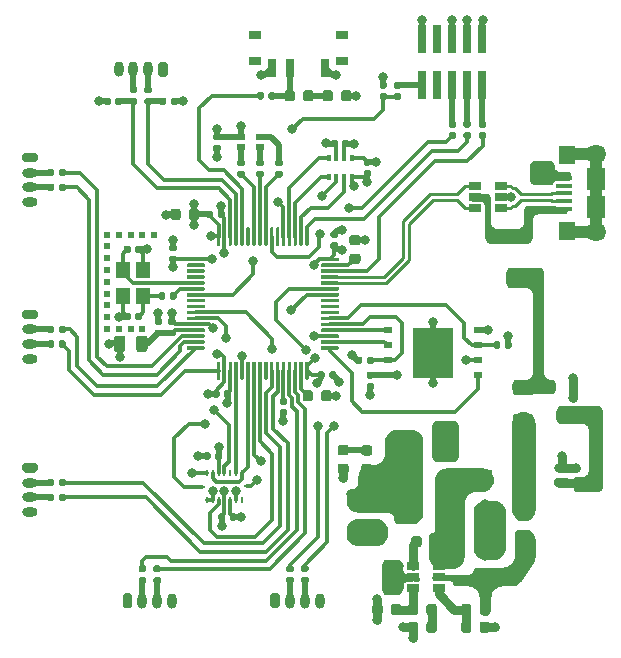
<source format=gbr>
%TF.GenerationSoftware,KiCad,Pcbnew,(5.1.6)-1*%
%TF.CreationDate,2020-10-05T02:21:00+02:00*%
%TF.ProjectId,RBoard,52426f61-7264-42e6-9b69-6361645f7063,rev?*%
%TF.SameCoordinates,Original*%
%TF.FileFunction,Copper,L1,Top*%
%TF.FilePolarity,Positive*%
%FSLAX46Y46*%
G04 Gerber Fmt 4.6, Leading zero omitted, Abs format (unit mm)*
G04 Created by KiCad (PCBNEW (5.1.6)-1) date 2020-10-05 02:21:00*
%MOMM*%
%LPD*%
G01*
G04 APERTURE LIST*
%TA.AperFunction,SMDPad,CuDef*%
%ADD10R,1.400000X1.600000*%
%TD*%
%TA.AperFunction,SMDPad,CuDef*%
%ADD11R,1.600000X1.900000*%
%TD*%
%TA.AperFunction,ComponentPad*%
%ADD12O,1.750000X1.500000*%
%TD*%
%TA.AperFunction,SMDPad,CuDef*%
%ADD13R,1.350000X0.400000*%
%TD*%
%TA.AperFunction,SMDPad,CuDef*%
%ADD14R,0.800000X0.550000*%
%TD*%
%TA.AperFunction,SMDPad,CuDef*%
%ADD15R,3.450000X4.350000*%
%TD*%
%TA.AperFunction,SMDPad,CuDef*%
%ADD16R,0.750000X0.500000*%
%TD*%
%TA.AperFunction,SMDPad,CuDef*%
%ADD17R,0.475000X0.250000*%
%TD*%
%TA.AperFunction,SMDPad,CuDef*%
%ADD18R,0.250000X0.475000*%
%TD*%
%TA.AperFunction,SMDPad,CuDef*%
%ADD19R,1.200000X0.900000*%
%TD*%
%TA.AperFunction,ComponentPad*%
%ADD20O,1.300000X0.800000*%
%TD*%
%TA.AperFunction,SMDPad,CuDef*%
%ADD21R,0.740000X2.400000*%
%TD*%
%TA.AperFunction,ComponentPad*%
%ADD22O,0.800000X1.300000*%
%TD*%
%TA.AperFunction,SMDPad,CuDef*%
%ADD23R,1.900000X2.500000*%
%TD*%
%TA.AperFunction,SMDPad,CuDef*%
%ADD24R,0.800000X0.900000*%
%TD*%
%TA.AperFunction,SMDPad,CuDef*%
%ADD25R,0.700000X1.500000*%
%TD*%
%TA.AperFunction,SMDPad,CuDef*%
%ADD26R,1.000000X0.800000*%
%TD*%
%TA.AperFunction,SMDPad,CuDef*%
%ADD27R,1.060000X0.650000*%
%TD*%
%TA.AperFunction,SMDPad,CuDef*%
%ADD28R,0.350000X0.500000*%
%TD*%
%TA.AperFunction,SMDPad,CuDef*%
%ADD29R,1.200000X1.400000*%
%TD*%
%TA.AperFunction,ViaPad*%
%ADD30C,0.800000*%
%TD*%
%TA.AperFunction,ViaPad*%
%ADD31C,0.609600*%
%TD*%
%TA.AperFunction,Conductor*%
%ADD32C,0.300000*%
%TD*%
%TA.AperFunction,Conductor*%
%ADD33C,0.500000*%
%TD*%
%TA.AperFunction,Conductor*%
%ADD34C,0.750000*%
%TD*%
%TA.AperFunction,Conductor*%
%ADD35C,0.261112*%
%TD*%
%TA.AperFunction,Conductor*%
%ADD36C,1.000000*%
%TD*%
%TA.AperFunction,Conductor*%
%ADD37C,0.254000*%
%TD*%
G04 APERTURE END LIST*
D10*
%TO.P,J402,6*%
%TO.N,Net-(J402-Pad6)*%
X177925000Y-38050000D03*
D11*
X180375000Y-40050000D03*
X180375000Y-42450000D03*
D10*
X177925000Y-44450000D03*
D12*
X180375000Y-37950000D03*
X180375000Y-44550000D03*
D13*
%TO.P,J402,5*%
%TO.N,GND*%
X177700000Y-39950000D03*
%TO.P,J402,4*%
%TO.N,Net-(J402-Pad4)*%
X177700000Y-40600000D03*
%TO.P,J402,3*%
%TO.N,USB_CONN_D+*%
X177700000Y-41250000D03*
%TO.P,J402,2*%
%TO.N,USB_CONN_D-*%
X177700000Y-41900000D03*
%TO.P,J402,1*%
%TO.N,+5V*%
X177700000Y-42550000D03*
%TD*%
D14*
%TO.P,D201,3*%
%TO.N,Net-(D201-Pad3)*%
X150350000Y-37375000D03*
%TO.P,D201,4*%
%TO.N,+3V3*%
X150350000Y-36475000D03*
%TO.P,D201,1*%
%TO.N,Net-(D201-Pad1)*%
X151950000Y-36475000D03*
%TO.P,D201,2*%
%TO.N,Net-(D201-Pad2)*%
X151950000Y-37375000D03*
%TD*%
D15*
%TO.P,U201,9*%
%TO.N,GND*%
X166600000Y-54750000D03*
D16*
%TO.P,U201,5*%
%TO.N,SPI2_MOSI*%
X162770000Y-52850000D03*
%TO.P,U201,6*%
%TO.N,SPI2_SCK*%
X162770000Y-54120000D03*
%TO.P,U201,8*%
%TO.N,+3V3*%
X162770000Y-56660000D03*
%TO.P,U201,7*%
%TO.N,FLASH_!HOLD*%
X162770000Y-55390000D03*
%TO.P,U201,1*%
%TO.N,SPI2_!CS*%
X170440000Y-56660000D03*
%TO.P,U201,2*%
%TO.N,SPI2_MISO*%
X170440000Y-55390000D03*
%TO.P,U201,4*%
%TO.N,GND*%
X170440000Y-52850000D03*
%TO.P,U201,3*%
%TO.N,FLASH_!WP*%
X170440000Y-54120000D03*
%TD*%
D17*
%TO.P,U301,8*%
%TO.N,SPI1_SCK*%
X147040000Y-66085000D03*
%TO.P,U301,16*%
%TO.N,INT_ACC*%
X150860000Y-66075000D03*
D18*
%TO.P,U301,9*%
%TO.N,SPI1_MOSI*%
X147450000Y-64925000D03*
%TO.P,U301,10*%
%TO.N,SPI1_MISO*%
X147950000Y-64925000D03*
%TO.P,U301,11*%
%TO.N,+3V3*%
X148450000Y-64925000D03*
%TO.P,U301,12*%
%TO.N,INT_GYR*%
X148950000Y-64915000D03*
%TO.P,U301,13*%
%TO.N,Net-(U301-Pad13)*%
X149450000Y-64915000D03*
%TO.P,U301,14*%
%TO.N,SPI1_!CS_ACC*%
X149950000Y-64915000D03*
%TO.P,U301,15*%
%TO.N,SPI1_MISO*%
X150450000Y-64915000D03*
%TO.P,U301,1*%
%TO.N,Net-(U301-Pad1)*%
X150450000Y-67235000D03*
%TO.P,U301,2*%
%TO.N,GND*%
X149950000Y-67235000D03*
%TO.P,U301,3*%
%TO.N,+3V3*%
X149450000Y-67235000D03*
%TO.P,U301,7*%
%TO.N,GND*%
X147450000Y-67235000D03*
%TO.P,U301,6*%
X147950000Y-67235000D03*
%TO.P,U301,5*%
%TO.N,SPI1_!CS_GYR*%
X148450000Y-67235000D03*
%TO.P,U301,4*%
%TO.N,GND*%
X148950000Y-67235000D03*
%TD*%
%TO.P,R208,2*%
%TO.N,TIM4_CH1*%
%TA.AperFunction,SMDPad,CuDef*%
G36*
G01*
X150177500Y-39350000D02*
X150522500Y-39350000D01*
G75*
G02*
X150670000Y-39497500I0J-147500D01*
G01*
X150670000Y-39792500D01*
G75*
G02*
X150522500Y-39940000I-147500J0D01*
G01*
X150177500Y-39940000D01*
G75*
G02*
X150030000Y-39792500I0J147500D01*
G01*
X150030000Y-39497500D01*
G75*
G02*
X150177500Y-39350000I147500J0D01*
G01*
G37*
%TD.AperFunction*%
%TO.P,R208,1*%
%TO.N,Net-(D201-Pad3)*%
%TA.AperFunction,SMDPad,CuDef*%
G36*
G01*
X150177500Y-38380000D02*
X150522500Y-38380000D01*
G75*
G02*
X150670000Y-38527500I0J-147500D01*
G01*
X150670000Y-38822500D01*
G75*
G02*
X150522500Y-38970000I-147500J0D01*
G01*
X150177500Y-38970000D01*
G75*
G02*
X150030000Y-38822500I0J147500D01*
G01*
X150030000Y-38527500D01*
G75*
G02*
X150177500Y-38380000I147500J0D01*
G01*
G37*
%TD.AperFunction*%
%TD*%
%TO.P,R207,2*%
%TO.N,TIM3_CH2*%
%TA.AperFunction,SMDPad,CuDef*%
G36*
G01*
X151777500Y-39350000D02*
X152122500Y-39350000D01*
G75*
G02*
X152270000Y-39497500I0J-147500D01*
G01*
X152270000Y-39792500D01*
G75*
G02*
X152122500Y-39940000I-147500J0D01*
G01*
X151777500Y-39940000D01*
G75*
G02*
X151630000Y-39792500I0J147500D01*
G01*
X151630000Y-39497500D01*
G75*
G02*
X151777500Y-39350000I147500J0D01*
G01*
G37*
%TD.AperFunction*%
%TO.P,R207,1*%
%TO.N,Net-(D201-Pad2)*%
%TA.AperFunction,SMDPad,CuDef*%
G36*
G01*
X151777500Y-38380000D02*
X152122500Y-38380000D01*
G75*
G02*
X152270000Y-38527500I0J-147500D01*
G01*
X152270000Y-38822500D01*
G75*
G02*
X152122500Y-38970000I-147500J0D01*
G01*
X151777500Y-38970000D01*
G75*
G02*
X151630000Y-38822500I0J147500D01*
G01*
X151630000Y-38527500D01*
G75*
G02*
X151777500Y-38380000I147500J0D01*
G01*
G37*
%TD.AperFunction*%
%TD*%
%TO.P,R206,2*%
%TO.N,TIM3_CH1*%
%TA.AperFunction,SMDPad,CuDef*%
G36*
G01*
X153377500Y-39350000D02*
X153722500Y-39350000D01*
G75*
G02*
X153870000Y-39497500I0J-147500D01*
G01*
X153870000Y-39792500D01*
G75*
G02*
X153722500Y-39940000I-147500J0D01*
G01*
X153377500Y-39940000D01*
G75*
G02*
X153230000Y-39792500I0J147500D01*
G01*
X153230000Y-39497500D01*
G75*
G02*
X153377500Y-39350000I147500J0D01*
G01*
G37*
%TD.AperFunction*%
%TO.P,R206,1*%
%TO.N,Net-(D201-Pad1)*%
%TA.AperFunction,SMDPad,CuDef*%
G36*
G01*
X153377500Y-38380000D02*
X153722500Y-38380000D01*
G75*
G02*
X153870000Y-38527500I0J-147500D01*
G01*
X153870000Y-38822500D01*
G75*
G02*
X153722500Y-38970000I-147500J0D01*
G01*
X153377500Y-38970000D01*
G75*
G02*
X153230000Y-38822500I0J147500D01*
G01*
X153230000Y-38527500D01*
G75*
G02*
X153377500Y-38380000I147500J0D01*
G01*
G37*
%TD.AperFunction*%
%TD*%
%TO.P,C100,1*%
%TO.N,Net-(C100-Pad1)*%
%TA.AperFunction,SMDPad,CuDef*%
G36*
G01*
X171625000Y-74375000D02*
X170375000Y-74375000D01*
G75*
G02*
X170125000Y-74125000I0J250000D01*
G01*
X170125000Y-73375000D01*
G75*
G02*
X170375000Y-73125000I250000J0D01*
G01*
X171625000Y-73125000D01*
G75*
G02*
X171875000Y-73375000I0J-250000D01*
G01*
X171875000Y-74125000D01*
G75*
G02*
X171625000Y-74375000I-250000J0D01*
G01*
G37*
%TD.AperFunction*%
%TO.P,C100,2*%
%TO.N,GND*%
%TA.AperFunction,SMDPad,CuDef*%
G36*
G01*
X171625000Y-71575000D02*
X170375000Y-71575000D01*
G75*
G02*
X170125000Y-71325000I0J250000D01*
G01*
X170125000Y-70575000D01*
G75*
G02*
X170375000Y-70325000I250000J0D01*
G01*
X171625000Y-70325000D01*
G75*
G02*
X171875000Y-70575000I0J-250000D01*
G01*
X171875000Y-71325000D01*
G75*
G02*
X171625000Y-71575000I-250000J0D01*
G01*
G37*
%TD.AperFunction*%
%TD*%
%TO.P,C101,2*%
%TO.N,Net-(C101-Pad2)*%
%TA.AperFunction,SMDPad,CuDef*%
G36*
G01*
X165650000Y-70493750D02*
X165650000Y-71006250D01*
G75*
G02*
X165431250Y-71225000I-218750J0D01*
G01*
X164993750Y-71225000D01*
G75*
G02*
X164775000Y-71006250I0J218750D01*
G01*
X164775000Y-70493750D01*
G75*
G02*
X164993750Y-70275000I218750J0D01*
G01*
X165431250Y-70275000D01*
G75*
G02*
X165650000Y-70493750I0J-218750D01*
G01*
G37*
%TD.AperFunction*%
%TO.P,C101,1*%
%TO.N,Net-(C101-Pad1)*%
%TA.AperFunction,SMDPad,CuDef*%
G36*
G01*
X167225000Y-70493750D02*
X167225000Y-71006250D01*
G75*
G02*
X167006250Y-71225000I-218750J0D01*
G01*
X166568750Y-71225000D01*
G75*
G02*
X166350000Y-71006250I0J218750D01*
G01*
X166350000Y-70493750D01*
G75*
G02*
X166568750Y-70275000I218750J0D01*
G01*
X167006250Y-70275000D01*
G75*
G02*
X167225000Y-70493750I0J-218750D01*
G01*
G37*
%TD.AperFunction*%
%TD*%
%TO.P,C102,1*%
%TO.N,+3V3*%
%TA.AperFunction,SMDPad,CuDef*%
G36*
G01*
X160375000Y-66125000D02*
X161625000Y-66125000D01*
G75*
G02*
X161875000Y-66375000I0J-250000D01*
G01*
X161875000Y-67125000D01*
G75*
G02*
X161625000Y-67375000I-250000J0D01*
G01*
X160375000Y-67375000D01*
G75*
G02*
X160125000Y-67125000I0J250000D01*
G01*
X160125000Y-66375000D01*
G75*
G02*
X160375000Y-66125000I250000J0D01*
G01*
G37*
%TD.AperFunction*%
%TO.P,C102,2*%
%TO.N,GND*%
%TA.AperFunction,SMDPad,CuDef*%
G36*
G01*
X160375000Y-68925000D02*
X161625000Y-68925000D01*
G75*
G02*
X161875000Y-69175000I0J-250000D01*
G01*
X161875000Y-69925000D01*
G75*
G02*
X161625000Y-70175000I-250000J0D01*
G01*
X160375000Y-70175000D01*
G75*
G02*
X160125000Y-69925000I0J250000D01*
G01*
X160125000Y-69175000D01*
G75*
G02*
X160375000Y-68925000I250000J0D01*
G01*
G37*
%TD.AperFunction*%
%TD*%
%TO.P,C103,2*%
%TO.N,GND*%
%TA.AperFunction,SMDPad,CuDef*%
G36*
G01*
X166775000Y-62875000D02*
X166775000Y-61625000D01*
G75*
G02*
X167025000Y-61375000I250000J0D01*
G01*
X167775000Y-61375000D01*
G75*
G02*
X168025000Y-61625000I0J-250000D01*
G01*
X168025000Y-62875000D01*
G75*
G02*
X167775000Y-63125000I-250000J0D01*
G01*
X167025000Y-63125000D01*
G75*
G02*
X166775000Y-62875000I0J250000D01*
G01*
G37*
%TD.AperFunction*%
%TO.P,C103,1*%
%TO.N,+3V3*%
%TA.AperFunction,SMDPad,CuDef*%
G36*
G01*
X163975000Y-62875000D02*
X163975000Y-61625000D01*
G75*
G02*
X164225000Y-61375000I250000J0D01*
G01*
X164975000Y-61375000D01*
G75*
G02*
X165225000Y-61625000I0J-250000D01*
G01*
X165225000Y-62875000D01*
G75*
G02*
X164975000Y-63125000I-250000J0D01*
G01*
X164225000Y-63125000D01*
G75*
G02*
X163975000Y-62875000I0J250000D01*
G01*
G37*
%TD.AperFunction*%
%TD*%
%TO.P,C200,1*%
%TO.N,+3V3*%
%TA.AperFunction,SMDPad,CuDef*%
G36*
G01*
X146825000Y-42793750D02*
X146825000Y-43306250D01*
G75*
G02*
X146606250Y-43525000I-218750J0D01*
G01*
X146168750Y-43525000D01*
G75*
G02*
X145950000Y-43306250I0J218750D01*
G01*
X145950000Y-42793750D01*
G75*
G02*
X146168750Y-42575000I218750J0D01*
G01*
X146606250Y-42575000D01*
G75*
G02*
X146825000Y-42793750I0J-218750D01*
G01*
G37*
%TD.AperFunction*%
%TO.P,C200,2*%
%TO.N,GND*%
%TA.AperFunction,SMDPad,CuDef*%
G36*
G01*
X145250000Y-42793750D02*
X145250000Y-43306250D01*
G75*
G02*
X145031250Y-43525000I-218750J0D01*
G01*
X144593750Y-43525000D01*
G75*
G02*
X144375000Y-43306250I0J218750D01*
G01*
X144375000Y-42793750D01*
G75*
G02*
X144593750Y-42575000I218750J0D01*
G01*
X145031250Y-42575000D01*
G75*
G02*
X145250000Y-42793750I0J-218750D01*
G01*
G37*
%TD.AperFunction*%
%TD*%
%TO.P,C201,2*%
%TO.N,GND*%
%TA.AperFunction,SMDPad,CuDef*%
G36*
G01*
X144772500Y-46160000D02*
X144427500Y-46160000D01*
G75*
G02*
X144280000Y-46012500I0J147500D01*
G01*
X144280000Y-45717500D01*
G75*
G02*
X144427500Y-45570000I147500J0D01*
G01*
X144772500Y-45570000D01*
G75*
G02*
X144920000Y-45717500I0J-147500D01*
G01*
X144920000Y-46012500D01*
G75*
G02*
X144772500Y-46160000I-147500J0D01*
G01*
G37*
%TD.AperFunction*%
%TO.P,C201,1*%
%TO.N,+3V3*%
%TA.AperFunction,SMDPad,CuDef*%
G36*
G01*
X144772500Y-47130000D02*
X144427500Y-47130000D01*
G75*
G02*
X144280000Y-46982500I0J147500D01*
G01*
X144280000Y-46687500D01*
G75*
G02*
X144427500Y-46540000I147500J0D01*
G01*
X144772500Y-46540000D01*
G75*
G02*
X144920000Y-46687500I0J-147500D01*
G01*
X144920000Y-46982500D01*
G75*
G02*
X144772500Y-47130000I-147500J0D01*
G01*
G37*
%TD.AperFunction*%
%TD*%
%TO.P,C202,1*%
%TO.N,+3V3*%
%TA.AperFunction,SMDPad,CuDef*%
G36*
G01*
X149505000Y-58077500D02*
X149505000Y-58422500D01*
G75*
G02*
X149357500Y-58570000I-147500J0D01*
G01*
X149062500Y-58570000D01*
G75*
G02*
X148915000Y-58422500I0J147500D01*
G01*
X148915000Y-58077500D01*
G75*
G02*
X149062500Y-57930000I147500J0D01*
G01*
X149357500Y-57930000D01*
G75*
G02*
X149505000Y-58077500I0J-147500D01*
G01*
G37*
%TD.AperFunction*%
%TO.P,C202,2*%
%TO.N,GND*%
%TA.AperFunction,SMDPad,CuDef*%
G36*
G01*
X148535000Y-58077500D02*
X148535000Y-58422500D01*
G75*
G02*
X148387500Y-58570000I-147500J0D01*
G01*
X148092500Y-58570000D01*
G75*
G02*
X147945000Y-58422500I0J147500D01*
G01*
X147945000Y-58077500D01*
G75*
G02*
X148092500Y-57930000I147500J0D01*
G01*
X148387500Y-57930000D01*
G75*
G02*
X148535000Y-58077500I0J-147500D01*
G01*
G37*
%TD.AperFunction*%
%TD*%
%TO.P,C203,2*%
%TO.N,GND*%
%TA.AperFunction,SMDPad,CuDef*%
G36*
G01*
X157825000Y-56822500D02*
X157825000Y-56477500D01*
G75*
G02*
X157972500Y-56330000I147500J0D01*
G01*
X158267500Y-56330000D01*
G75*
G02*
X158415000Y-56477500I0J-147500D01*
G01*
X158415000Y-56822500D01*
G75*
G02*
X158267500Y-56970000I-147500J0D01*
G01*
X157972500Y-56970000D01*
G75*
G02*
X157825000Y-56822500I0J147500D01*
G01*
G37*
%TD.AperFunction*%
%TO.P,C203,1*%
%TO.N,+3V3*%
%TA.AperFunction,SMDPad,CuDef*%
G36*
G01*
X156855000Y-56822500D02*
X156855000Y-56477500D01*
G75*
G02*
X157002500Y-56330000I147500J0D01*
G01*
X157297500Y-56330000D01*
G75*
G02*
X157445000Y-56477500I0J-147500D01*
G01*
X157445000Y-56822500D01*
G75*
G02*
X157297500Y-56970000I-147500J0D01*
G01*
X157002500Y-56970000D01*
G75*
G02*
X156855000Y-56822500I0J147500D01*
G01*
G37*
%TD.AperFunction*%
%TD*%
%TO.P,C204,1*%
%TO.N,+3V3*%
%TA.AperFunction,SMDPad,CuDef*%
G36*
G01*
X158422500Y-45995000D02*
X158077500Y-45995000D01*
G75*
G02*
X157930000Y-45847500I0J147500D01*
G01*
X157930000Y-45552500D01*
G75*
G02*
X158077500Y-45405000I147500J0D01*
G01*
X158422500Y-45405000D01*
G75*
G02*
X158570000Y-45552500I0J-147500D01*
G01*
X158570000Y-45847500D01*
G75*
G02*
X158422500Y-45995000I-147500J0D01*
G01*
G37*
%TD.AperFunction*%
%TO.P,C204,2*%
%TO.N,GND*%
%TA.AperFunction,SMDPad,CuDef*%
G36*
G01*
X158422500Y-45025000D02*
X158077500Y-45025000D01*
G75*
G02*
X157930000Y-44877500I0J147500D01*
G01*
X157930000Y-44582500D01*
G75*
G02*
X158077500Y-44435000I147500J0D01*
G01*
X158422500Y-44435000D01*
G75*
G02*
X158570000Y-44582500I0J-147500D01*
G01*
X158570000Y-44877500D01*
G75*
G02*
X158422500Y-45025000I-147500J0D01*
G01*
G37*
%TD.AperFunction*%
%TD*%
%TO.P,C205,2*%
%TO.N,GND*%
%TA.AperFunction,SMDPad,CuDef*%
G36*
G01*
X148390000Y-43222500D02*
X148390000Y-42877500D01*
G75*
G02*
X148537500Y-42730000I147500J0D01*
G01*
X148832500Y-42730000D01*
G75*
G02*
X148980000Y-42877500I0J-147500D01*
G01*
X148980000Y-43222500D01*
G75*
G02*
X148832500Y-43370000I-147500J0D01*
G01*
X148537500Y-43370000D01*
G75*
G02*
X148390000Y-43222500I0J147500D01*
G01*
G37*
%TD.AperFunction*%
%TO.P,C205,1*%
%TO.N,+3V3*%
%TA.AperFunction,SMDPad,CuDef*%
G36*
G01*
X147420000Y-43222500D02*
X147420000Y-42877500D01*
G75*
G02*
X147567500Y-42730000I147500J0D01*
G01*
X147862500Y-42730000D01*
G75*
G02*
X148010000Y-42877500I0J-147500D01*
G01*
X148010000Y-43222500D01*
G75*
G02*
X147862500Y-43370000I-147500J0D01*
G01*
X147567500Y-43370000D01*
G75*
G02*
X147420000Y-43222500I0J147500D01*
G01*
G37*
%TD.AperFunction*%
%TD*%
%TO.P,C206,2*%
%TO.N,GND*%
%TA.AperFunction,SMDPad,CuDef*%
G36*
G01*
X143522500Y-52410000D02*
X143177500Y-52410000D01*
G75*
G02*
X143030000Y-52262500I0J147500D01*
G01*
X143030000Y-51967500D01*
G75*
G02*
X143177500Y-51820000I147500J0D01*
G01*
X143522500Y-51820000D01*
G75*
G02*
X143670000Y-51967500I0J-147500D01*
G01*
X143670000Y-52262500D01*
G75*
G02*
X143522500Y-52410000I-147500J0D01*
G01*
G37*
%TD.AperFunction*%
%TO.P,C206,1*%
%TO.N,+3.3VA*%
%TA.AperFunction,SMDPad,CuDef*%
G36*
G01*
X143522500Y-53380000D02*
X143177500Y-53380000D01*
G75*
G02*
X143030000Y-53232500I0J147500D01*
G01*
X143030000Y-52937500D01*
G75*
G02*
X143177500Y-52790000I147500J0D01*
G01*
X143522500Y-52790000D01*
G75*
G02*
X143670000Y-52937500I0J-147500D01*
G01*
X143670000Y-53232500D01*
G75*
G02*
X143522500Y-53380000I-147500J0D01*
G01*
G37*
%TD.AperFunction*%
%TD*%
%TO.P,C207,1*%
%TO.N,+3.3VA*%
%TA.AperFunction,SMDPad,CuDef*%
G36*
G01*
X144672500Y-53380000D02*
X144327500Y-53380000D01*
G75*
G02*
X144180000Y-53232500I0J147500D01*
G01*
X144180000Y-52937500D01*
G75*
G02*
X144327500Y-52790000I147500J0D01*
G01*
X144672500Y-52790000D01*
G75*
G02*
X144820000Y-52937500I0J-147500D01*
G01*
X144820000Y-53232500D01*
G75*
G02*
X144672500Y-53380000I-147500J0D01*
G01*
G37*
%TD.AperFunction*%
%TO.P,C207,2*%
%TO.N,GND*%
%TA.AperFunction,SMDPad,CuDef*%
G36*
G01*
X144672500Y-52410000D02*
X144327500Y-52410000D01*
G75*
G02*
X144180000Y-52262500I0J147500D01*
G01*
X144180000Y-51967500D01*
G75*
G02*
X144327500Y-51820000I147500J0D01*
G01*
X144672500Y-51820000D01*
G75*
G02*
X144820000Y-51967500I0J-147500D01*
G01*
X144820000Y-52262500D01*
G75*
G02*
X144672500Y-52410000I-147500J0D01*
G01*
G37*
%TD.AperFunction*%
%TD*%
%TO.P,C208,2*%
%TO.N,GND*%
%TA.AperFunction,SMDPad,CuDef*%
G36*
G01*
X157137500Y-58656250D02*
X157137500Y-58143750D01*
G75*
G02*
X157356250Y-57925000I218750J0D01*
G01*
X157793750Y-57925000D01*
G75*
G02*
X158012500Y-58143750I0J-218750D01*
G01*
X158012500Y-58656250D01*
G75*
G02*
X157793750Y-58875000I-218750J0D01*
G01*
X157356250Y-58875000D01*
G75*
G02*
X157137500Y-58656250I0J218750D01*
G01*
G37*
%TD.AperFunction*%
%TO.P,C208,1*%
%TO.N,Net-(C208-Pad1)*%
%TA.AperFunction,SMDPad,CuDef*%
G36*
G01*
X155562500Y-58656250D02*
X155562500Y-58143750D01*
G75*
G02*
X155781250Y-57925000I218750J0D01*
G01*
X156218750Y-57925000D01*
G75*
G02*
X156437500Y-58143750I0J-218750D01*
G01*
X156437500Y-58656250D01*
G75*
G02*
X156218750Y-58875000I-218750J0D01*
G01*
X155781250Y-58875000D01*
G75*
G02*
X155562500Y-58656250I0J218750D01*
G01*
G37*
%TD.AperFunction*%
%TD*%
%TO.P,C209,1*%
%TO.N,Net-(C209-Pad1)*%
%TA.AperFunction,SMDPad,CuDef*%
G36*
G01*
X160256250Y-47237500D02*
X159743750Y-47237500D01*
G75*
G02*
X159525000Y-47018750I0J218750D01*
G01*
X159525000Y-46581250D01*
G75*
G02*
X159743750Y-46362500I218750J0D01*
G01*
X160256250Y-46362500D01*
G75*
G02*
X160475000Y-46581250I0J-218750D01*
G01*
X160475000Y-47018750D01*
G75*
G02*
X160256250Y-47237500I-218750J0D01*
G01*
G37*
%TD.AperFunction*%
%TO.P,C209,2*%
%TO.N,GND*%
%TA.AperFunction,SMDPad,CuDef*%
G36*
G01*
X160256250Y-45662500D02*
X159743750Y-45662500D01*
G75*
G02*
X159525000Y-45443750I0J218750D01*
G01*
X159525000Y-45006250D01*
G75*
G02*
X159743750Y-44787500I218750J0D01*
G01*
X160256250Y-44787500D01*
G75*
G02*
X160475000Y-45006250I0J-218750D01*
G01*
X160475000Y-45443750D01*
G75*
G02*
X160256250Y-45662500I-218750J0D01*
G01*
G37*
%TD.AperFunction*%
%TD*%
%TO.P,C210,2*%
%TO.N,GND*%
%TA.AperFunction,SMDPad,CuDef*%
G36*
G01*
X141390000Y-46172500D02*
X141390000Y-45827500D01*
G75*
G02*
X141537500Y-45680000I147500J0D01*
G01*
X141832500Y-45680000D01*
G75*
G02*
X141980000Y-45827500I0J-147500D01*
G01*
X141980000Y-46172500D01*
G75*
G02*
X141832500Y-46320000I-147500J0D01*
G01*
X141537500Y-46320000D01*
G75*
G02*
X141390000Y-46172500I0J147500D01*
G01*
G37*
%TD.AperFunction*%
%TO.P,C210,1*%
%TO.N,HSE_IN*%
%TA.AperFunction,SMDPad,CuDef*%
G36*
G01*
X140420000Y-46172500D02*
X140420000Y-45827500D01*
G75*
G02*
X140567500Y-45680000I147500J0D01*
G01*
X140862500Y-45680000D01*
G75*
G02*
X141010000Y-45827500I0J-147500D01*
G01*
X141010000Y-46172500D01*
G75*
G02*
X140862500Y-46320000I-147500J0D01*
G01*
X140567500Y-46320000D01*
G75*
G02*
X140420000Y-46172500I0J147500D01*
G01*
G37*
%TD.AperFunction*%
%TD*%
%TO.P,C211,1*%
%TO.N,Net-(C211-Pad1)*%
%TA.AperFunction,SMDPad,CuDef*%
G36*
G01*
X141980000Y-51527500D02*
X141980000Y-51872500D01*
G75*
G02*
X141832500Y-52020000I-147500J0D01*
G01*
X141537500Y-52020000D01*
G75*
G02*
X141390000Y-51872500I0J147500D01*
G01*
X141390000Y-51527500D01*
G75*
G02*
X141537500Y-51380000I147500J0D01*
G01*
X141832500Y-51380000D01*
G75*
G02*
X141980000Y-51527500I0J-147500D01*
G01*
G37*
%TD.AperFunction*%
%TO.P,C211,2*%
%TO.N,GND*%
%TA.AperFunction,SMDPad,CuDef*%
G36*
G01*
X141010000Y-51527500D02*
X141010000Y-51872500D01*
G75*
G02*
X140862500Y-52020000I-147500J0D01*
G01*
X140567500Y-52020000D01*
G75*
G02*
X140420000Y-51872500I0J147500D01*
G01*
X140420000Y-51527500D01*
G75*
G02*
X140567500Y-51380000I147500J0D01*
G01*
X140862500Y-51380000D01*
G75*
G02*
X141010000Y-51527500I0J-147500D01*
G01*
G37*
%TD.AperFunction*%
%TD*%
%TO.P,C212,1*%
%TO.N,+3V3*%
%TA.AperFunction,SMDPad,CuDef*%
G36*
G01*
X148127500Y-36180000D02*
X148472500Y-36180000D01*
G75*
G02*
X148620000Y-36327500I0J-147500D01*
G01*
X148620000Y-36622500D01*
G75*
G02*
X148472500Y-36770000I-147500J0D01*
G01*
X148127500Y-36770000D01*
G75*
G02*
X147980000Y-36622500I0J147500D01*
G01*
X147980000Y-36327500D01*
G75*
G02*
X148127500Y-36180000I147500J0D01*
G01*
G37*
%TD.AperFunction*%
%TO.P,C212,2*%
%TO.N,GND*%
%TA.AperFunction,SMDPad,CuDef*%
G36*
G01*
X148127500Y-37150000D02*
X148472500Y-37150000D01*
G75*
G02*
X148620000Y-37297500I0J-147500D01*
G01*
X148620000Y-37592500D01*
G75*
G02*
X148472500Y-37740000I-147500J0D01*
G01*
X148127500Y-37740000D01*
G75*
G02*
X147980000Y-37592500I0J147500D01*
G01*
X147980000Y-37297500D01*
G75*
G02*
X148127500Y-37150000I147500J0D01*
G01*
G37*
%TD.AperFunction*%
%TD*%
%TO.P,C213,1*%
%TO.N,+3V3*%
%TA.AperFunction,SMDPad,CuDef*%
G36*
G01*
X161127500Y-56355000D02*
X161472500Y-56355000D01*
G75*
G02*
X161620000Y-56502500I0J-147500D01*
G01*
X161620000Y-56797500D01*
G75*
G02*
X161472500Y-56945000I-147500J0D01*
G01*
X161127500Y-56945000D01*
G75*
G02*
X160980000Y-56797500I0J147500D01*
G01*
X160980000Y-56502500D01*
G75*
G02*
X161127500Y-56355000I147500J0D01*
G01*
G37*
%TD.AperFunction*%
%TO.P,C213,2*%
%TO.N,GND*%
%TA.AperFunction,SMDPad,CuDef*%
G36*
G01*
X161127500Y-57325000D02*
X161472500Y-57325000D01*
G75*
G02*
X161620000Y-57472500I0J-147500D01*
G01*
X161620000Y-57767500D01*
G75*
G02*
X161472500Y-57915000I-147500J0D01*
G01*
X161127500Y-57915000D01*
G75*
G02*
X160980000Y-57767500I0J147500D01*
G01*
X160980000Y-57472500D01*
G75*
G02*
X161127500Y-57325000I147500J0D01*
G01*
G37*
%TD.AperFunction*%
%TD*%
%TO.P,C300,1*%
%TO.N,+3V3*%
%TA.AperFunction,SMDPad,CuDef*%
G36*
G01*
X157970000Y-37222500D02*
X157970000Y-36877500D01*
G75*
G02*
X158117500Y-36730000I147500J0D01*
G01*
X158412500Y-36730000D01*
G75*
G02*
X158560000Y-36877500I0J-147500D01*
G01*
X158560000Y-37222500D01*
G75*
G02*
X158412500Y-37370000I-147500J0D01*
G01*
X158117500Y-37370000D01*
G75*
G02*
X157970000Y-37222500I0J147500D01*
G01*
G37*
%TD.AperFunction*%
%TO.P,C300,2*%
%TO.N,GND*%
%TA.AperFunction,SMDPad,CuDef*%
G36*
G01*
X158940000Y-37222500D02*
X158940000Y-36877500D01*
G75*
G02*
X159087500Y-36730000I147500J0D01*
G01*
X159382500Y-36730000D01*
G75*
G02*
X159530000Y-36877500I0J-147500D01*
G01*
X159530000Y-37222500D01*
G75*
G02*
X159382500Y-37370000I-147500J0D01*
G01*
X159087500Y-37370000D01*
G75*
G02*
X158940000Y-37222500I0J147500D01*
G01*
G37*
%TD.AperFunction*%
%TD*%
%TO.P,C301,2*%
%TO.N,GND*%
%TA.AperFunction,SMDPad,CuDef*%
G36*
G01*
X160877500Y-39290000D02*
X161222500Y-39290000D01*
G75*
G02*
X161370000Y-39437500I0J-147500D01*
G01*
X161370000Y-39732500D01*
G75*
G02*
X161222500Y-39880000I-147500J0D01*
G01*
X160877500Y-39880000D01*
G75*
G02*
X160730000Y-39732500I0J147500D01*
G01*
X160730000Y-39437500D01*
G75*
G02*
X160877500Y-39290000I147500J0D01*
G01*
G37*
%TD.AperFunction*%
%TO.P,C301,1*%
%TO.N,+3V3*%
%TA.AperFunction,SMDPad,CuDef*%
G36*
G01*
X160877500Y-38320000D02*
X161222500Y-38320000D01*
G75*
G02*
X161370000Y-38467500I0J-147500D01*
G01*
X161370000Y-38762500D01*
G75*
G02*
X161222500Y-38910000I-147500J0D01*
G01*
X160877500Y-38910000D01*
G75*
G02*
X160730000Y-38762500I0J147500D01*
G01*
X160730000Y-38467500D01*
G75*
G02*
X160877500Y-38320000I147500J0D01*
G01*
G37*
%TD.AperFunction*%
%TD*%
%TO.P,C302,2*%
%TO.N,GND*%
%TA.AperFunction,SMDPad,CuDef*%
G36*
G01*
X149010000Y-68502500D02*
X149010000Y-68847500D01*
G75*
G02*
X148862500Y-68995000I-147500J0D01*
G01*
X148567500Y-68995000D01*
G75*
G02*
X148420000Y-68847500I0J147500D01*
G01*
X148420000Y-68502500D01*
G75*
G02*
X148567500Y-68355000I147500J0D01*
G01*
X148862500Y-68355000D01*
G75*
G02*
X149010000Y-68502500I0J-147500D01*
G01*
G37*
%TD.AperFunction*%
%TO.P,C302,1*%
%TO.N,+3V3*%
%TA.AperFunction,SMDPad,CuDef*%
G36*
G01*
X149980000Y-68502500D02*
X149980000Y-68847500D01*
G75*
G02*
X149832500Y-68995000I-147500J0D01*
G01*
X149537500Y-68995000D01*
G75*
G02*
X149390000Y-68847500I0J147500D01*
G01*
X149390000Y-68502500D01*
G75*
G02*
X149537500Y-68355000I147500J0D01*
G01*
X149832500Y-68355000D01*
G75*
G02*
X149980000Y-68502500I0J-147500D01*
G01*
G37*
%TD.AperFunction*%
%TD*%
%TO.P,C303,1*%
%TO.N,+3V3*%
%TA.AperFunction,SMDPad,CuDef*%
G36*
G01*
X148745000Y-63337500D02*
X148745000Y-63682500D01*
G75*
G02*
X148597500Y-63830000I-147500J0D01*
G01*
X148302500Y-63830000D01*
G75*
G02*
X148155000Y-63682500I0J147500D01*
G01*
X148155000Y-63337500D01*
G75*
G02*
X148302500Y-63190000I147500J0D01*
G01*
X148597500Y-63190000D01*
G75*
G02*
X148745000Y-63337500I0J-147500D01*
G01*
G37*
%TD.AperFunction*%
%TO.P,C303,2*%
%TO.N,GND*%
%TA.AperFunction,SMDPad,CuDef*%
G36*
G01*
X147775000Y-63337500D02*
X147775000Y-63682500D01*
G75*
G02*
X147627500Y-63830000I-147500J0D01*
G01*
X147332500Y-63830000D01*
G75*
G02*
X147185000Y-63682500I0J147500D01*
G01*
X147185000Y-63337500D01*
G75*
G02*
X147332500Y-63190000I147500J0D01*
G01*
X147627500Y-63190000D01*
G75*
G02*
X147775000Y-63337500I0J-147500D01*
G01*
G37*
%TD.AperFunction*%
%TD*%
%TO.P,C400,2*%
%TO.N,GND*%
%TA.AperFunction,SMDPad,CuDef*%
G36*
G01*
X162572500Y-32395000D02*
X162227500Y-32395000D01*
G75*
G02*
X162080000Y-32247500I0J147500D01*
G01*
X162080000Y-31952500D01*
G75*
G02*
X162227500Y-31805000I147500J0D01*
G01*
X162572500Y-31805000D01*
G75*
G02*
X162720000Y-31952500I0J-147500D01*
G01*
X162720000Y-32247500D01*
G75*
G02*
X162572500Y-32395000I-147500J0D01*
G01*
G37*
%TD.AperFunction*%
%TO.P,C400,1*%
%TO.N,NRST*%
%TA.AperFunction,SMDPad,CuDef*%
G36*
G01*
X162572500Y-33365000D02*
X162227500Y-33365000D01*
G75*
G02*
X162080000Y-33217500I0J147500D01*
G01*
X162080000Y-32922500D01*
G75*
G02*
X162227500Y-32775000I147500J0D01*
G01*
X162572500Y-32775000D01*
G75*
G02*
X162720000Y-32922500I0J-147500D01*
G01*
X162720000Y-33217500D01*
G75*
G02*
X162572500Y-33365000I-147500J0D01*
G01*
G37*
%TD.AperFunction*%
%TD*%
D19*
%TO.P,D100,1*%
%TO.N,Net-(D100-Pad1)*%
X173775000Y-48275000D03*
%TO.P,D100,2*%
%TO.N,+5V*%
X173775000Y-44975000D03*
%TD*%
%TO.P,D101,2*%
%TO.N,GND*%
X171000000Y-68400000D03*
%TO.P,D101,1*%
%TO.N,Net-(C101-Pad1)*%
X171000000Y-65100000D03*
%TD*%
%TO.P,D102,2*%
%TO.N,+3V3*%
%TA.AperFunction,SMDPad,CuDef*%
G36*
G01*
X160743750Y-64162500D02*
X161256250Y-64162500D01*
G75*
G02*
X161475000Y-64381250I0J-218750D01*
G01*
X161475000Y-64818750D01*
G75*
G02*
X161256250Y-65037500I-218750J0D01*
G01*
X160743750Y-65037500D01*
G75*
G02*
X160525000Y-64818750I0J218750D01*
G01*
X160525000Y-64381250D01*
G75*
G02*
X160743750Y-64162500I218750J0D01*
G01*
G37*
%TD.AperFunction*%
%TO.P,D102,1*%
%TO.N,Net-(D102-Pad1)*%
%TA.AperFunction,SMDPad,CuDef*%
G36*
G01*
X160743750Y-62587500D02*
X161256250Y-62587500D01*
G75*
G02*
X161475000Y-62806250I0J-218750D01*
G01*
X161475000Y-63243750D01*
G75*
G02*
X161256250Y-63462500I-218750J0D01*
G01*
X160743750Y-63462500D01*
G75*
G02*
X160525000Y-63243750I0J218750D01*
G01*
X160525000Y-62806250D01*
G75*
G02*
X160743750Y-62587500I218750J0D01*
G01*
G37*
%TD.AperFunction*%
%TD*%
%TO.P,D200,1*%
%TO.N,Net-(D200-Pad1)*%
%TA.AperFunction,SMDPad,CuDef*%
G36*
G01*
X156487500Y-32743750D02*
X156487500Y-33256250D01*
G75*
G02*
X156268750Y-33475000I-218750J0D01*
G01*
X155831250Y-33475000D01*
G75*
G02*
X155612500Y-33256250I0J218750D01*
G01*
X155612500Y-32743750D01*
G75*
G02*
X155831250Y-32525000I218750J0D01*
G01*
X156268750Y-32525000D01*
G75*
G02*
X156487500Y-32743750I0J-218750D01*
G01*
G37*
%TD.AperFunction*%
%TO.P,D200,2*%
%TO.N,Net-(D200-Pad2)*%
%TA.AperFunction,SMDPad,CuDef*%
G36*
G01*
X154912500Y-32743750D02*
X154912500Y-33256250D01*
G75*
G02*
X154693750Y-33475000I-218750J0D01*
G01*
X154256250Y-33475000D01*
G75*
G02*
X154037500Y-33256250I0J218750D01*
G01*
X154037500Y-32743750D01*
G75*
G02*
X154256250Y-32525000I218750J0D01*
G01*
X154693750Y-32525000D01*
G75*
G02*
X154912500Y-32743750I0J-218750D01*
G01*
G37*
%TD.AperFunction*%
%TD*%
%TO.P,F100,1*%
%TO.N,Net-(F100-Pad1)*%
%TA.AperFunction,SMDPad,CuDef*%
G36*
G01*
X174875000Y-61175000D02*
X173625000Y-61175000D01*
G75*
G02*
X173375000Y-60925000I0J250000D01*
G01*
X173375000Y-60175000D01*
G75*
G02*
X173625000Y-59925000I250000J0D01*
G01*
X174875000Y-59925000D01*
G75*
G02*
X175125000Y-60175000I0J-250000D01*
G01*
X175125000Y-60925000D01*
G75*
G02*
X174875000Y-61175000I-250000J0D01*
G01*
G37*
%TD.AperFunction*%
%TO.P,F100,2*%
%TO.N,Net-(D100-Pad1)*%
%TA.AperFunction,SMDPad,CuDef*%
G36*
G01*
X174875000Y-58375000D02*
X173625000Y-58375000D01*
G75*
G02*
X173375000Y-58125000I0J250000D01*
G01*
X173375000Y-57375000D01*
G75*
G02*
X173625000Y-57125000I250000J0D01*
G01*
X174875000Y-57125000D01*
G75*
G02*
X175125000Y-57375000I0J-250000D01*
G01*
X175125000Y-58125000D01*
G75*
G02*
X174875000Y-58375000I-250000J0D01*
G01*
G37*
%TD.AperFunction*%
%TD*%
%TO.P,FB100,1*%
%TO.N,Net-(C100-Pad1)*%
%TA.AperFunction,SMDPad,CuDef*%
G36*
G01*
X174731250Y-70737500D02*
X173818750Y-70737500D01*
G75*
G02*
X173575000Y-70493750I0J243750D01*
G01*
X173575000Y-70006250D01*
G75*
G02*
X173818750Y-69762500I243750J0D01*
G01*
X174731250Y-69762500D01*
G75*
G02*
X174975000Y-70006250I0J-243750D01*
G01*
X174975000Y-70493750D01*
G75*
G02*
X174731250Y-70737500I-243750J0D01*
G01*
G37*
%TD.AperFunction*%
%TO.P,FB100,2*%
%TO.N,Net-(F100-Pad1)*%
%TA.AperFunction,SMDPad,CuDef*%
G36*
G01*
X174731250Y-68862500D02*
X173818750Y-68862500D01*
G75*
G02*
X173575000Y-68618750I0J243750D01*
G01*
X173575000Y-68131250D01*
G75*
G02*
X173818750Y-67887500I243750J0D01*
G01*
X174731250Y-67887500D01*
G75*
G02*
X174975000Y-68131250I0J-243750D01*
G01*
X174975000Y-68618750D01*
G75*
G02*
X174731250Y-68862500I-243750J0D01*
G01*
G37*
%TD.AperFunction*%
%TD*%
%TO.P,FB200,2*%
%TO.N,+3V3*%
%TA.AperFunction,SMDPad,CuDef*%
G36*
G01*
X140562500Y-53543750D02*
X140562500Y-54456250D01*
G75*
G02*
X140318750Y-54700000I-243750J0D01*
G01*
X139831250Y-54700000D01*
G75*
G02*
X139587500Y-54456250I0J243750D01*
G01*
X139587500Y-53543750D01*
G75*
G02*
X139831250Y-53300000I243750J0D01*
G01*
X140318750Y-53300000D01*
G75*
G02*
X140562500Y-53543750I0J-243750D01*
G01*
G37*
%TD.AperFunction*%
%TO.P,FB200,1*%
%TO.N,+3.3VA*%
%TA.AperFunction,SMDPad,CuDef*%
G36*
G01*
X142437500Y-53543750D02*
X142437500Y-54456250D01*
G75*
G02*
X142193750Y-54700000I-243750J0D01*
G01*
X141706250Y-54700000D01*
G75*
G02*
X141462500Y-54456250I0J243750D01*
G01*
X141462500Y-53543750D01*
G75*
G02*
X141706250Y-53300000I243750J0D01*
G01*
X142193750Y-53300000D01*
G75*
G02*
X142437500Y-53543750I0J-243750D01*
G01*
G37*
%TD.AperFunction*%
%TD*%
%TO.P,J400,1*%
%TO.N,VCC*%
%TA.AperFunction,ComponentPad*%
G36*
G01*
X177950000Y-66150000D02*
X177050000Y-66150000D01*
G75*
G02*
X176850000Y-65950000I0J200000D01*
G01*
X176850000Y-65550000D01*
G75*
G02*
X177050000Y-65350000I200000J0D01*
G01*
X177950000Y-65350000D01*
G75*
G02*
X178150000Y-65550000I0J-200000D01*
G01*
X178150000Y-65950000D01*
G75*
G02*
X177950000Y-66150000I-200000J0D01*
G01*
G37*
%TD.AperFunction*%
D20*
%TO.P,J400,2*%
%TO.N,GND*%
X177500000Y-64500000D03*
%TD*%
D21*
%TO.P,J401,1*%
%TO.N,+3V3*%
X170790000Y-28200000D03*
%TO.P,J401,2*%
%TO.N,Net-(J401-Pad2)*%
X170790000Y-32100000D03*
%TO.P,J401,3*%
%TO.N,GND*%
X169520000Y-28200000D03*
%TO.P,J401,4*%
%TO.N,Net-(J401-Pad4)*%
X169520000Y-32100000D03*
%TO.P,J401,5*%
%TO.N,GND*%
X168250000Y-28200000D03*
%TO.P,J401,6*%
%TO.N,Net-(J401-Pad6)*%
X168250000Y-32100000D03*
%TO.P,J401,7*%
%TO.N,Net-(J401-Pad7)*%
X166980000Y-28200000D03*
%TO.P,J401,8*%
%TO.N,Net-(J401-Pad8)*%
X166980000Y-32100000D03*
%TO.P,J401,9*%
%TO.N,GND*%
X165710000Y-28200000D03*
%TO.P,J401,10*%
%TO.N,Net-(J401-Pad10)*%
X165710000Y-32100000D03*
%TD*%
%TO.P,J403,1*%
%TO.N,+3V3*%
%TA.AperFunction,ComponentPad*%
G36*
G01*
X144150000Y-30300000D02*
X144150000Y-31200000D01*
G75*
G02*
X143950000Y-31400000I-200000J0D01*
G01*
X143550000Y-31400000D01*
G75*
G02*
X143350000Y-31200000I0J200000D01*
G01*
X143350000Y-30300000D01*
G75*
G02*
X143550000Y-30100000I200000J0D01*
G01*
X143950000Y-30100000D01*
G75*
G02*
X144150000Y-30300000I0J-200000D01*
G01*
G37*
%TD.AperFunction*%
D22*
%TO.P,J403,2*%
%TO.N,Net-(J403-Pad2)*%
X142500000Y-30750000D03*
%TO.P,J403,3*%
%TO.N,Net-(J403-Pad3)*%
X141250000Y-30750000D03*
%TO.P,J403,4*%
%TO.N,GND*%
X140000000Y-30750000D03*
%TD*%
%TO.P,J404,4*%
%TO.N,GND*%
X157000000Y-75750000D03*
%TO.P,J404,3*%
%TO.N,Net-(J404-Pad3)*%
X155750000Y-75750000D03*
%TO.P,J404,2*%
%TO.N,Net-(J404-Pad2)*%
X154500000Y-75750000D03*
%TO.P,J404,1*%
%TO.N,+3V3*%
%TA.AperFunction,ComponentPad*%
G36*
G01*
X152850000Y-76200000D02*
X152850000Y-75300000D01*
G75*
G02*
X153050000Y-75100000I200000J0D01*
G01*
X153450000Y-75100000D01*
G75*
G02*
X153650000Y-75300000I0J-200000D01*
G01*
X153650000Y-76200000D01*
G75*
G02*
X153450000Y-76400000I-200000J0D01*
G01*
X153050000Y-76400000D01*
G75*
G02*
X152850000Y-76200000I0J200000D01*
G01*
G37*
%TD.AperFunction*%
%TD*%
%TO.P,J405,4*%
%TO.N,GND*%
X144500000Y-75750000D03*
%TO.P,J405,3*%
%TO.N,Net-(J405-Pad3)*%
X143250000Y-75750000D03*
%TO.P,J405,2*%
%TO.N,Net-(J405-Pad2)*%
X142000000Y-75750000D03*
%TO.P,J405,1*%
%TO.N,+3V3*%
%TA.AperFunction,ComponentPad*%
G36*
G01*
X140350000Y-76200000D02*
X140350000Y-75300000D01*
G75*
G02*
X140550000Y-75100000I200000J0D01*
G01*
X140950000Y-75100000D01*
G75*
G02*
X141150000Y-75300000I0J-200000D01*
G01*
X141150000Y-76200000D01*
G75*
G02*
X140950000Y-76400000I-200000J0D01*
G01*
X140550000Y-76400000D01*
G75*
G02*
X140350000Y-76200000I0J200000D01*
G01*
G37*
%TD.AperFunction*%
%TD*%
%TO.P,J406,1*%
%TO.N,+3V3*%
%TA.AperFunction,ComponentPad*%
G36*
G01*
X132050000Y-64100000D02*
X132950000Y-64100000D01*
G75*
G02*
X133150000Y-64300000I0J-200000D01*
G01*
X133150000Y-64700000D01*
G75*
G02*
X132950000Y-64900000I-200000J0D01*
G01*
X132050000Y-64900000D01*
G75*
G02*
X131850000Y-64700000I0J200000D01*
G01*
X131850000Y-64300000D01*
G75*
G02*
X132050000Y-64100000I200000J0D01*
G01*
G37*
%TD.AperFunction*%
D20*
%TO.P,J406,2*%
%TO.N,Net-(J406-Pad2)*%
X132500000Y-65750000D03*
%TO.P,J406,3*%
%TO.N,Net-(J406-Pad3)*%
X132500000Y-67000000D03*
%TO.P,J406,4*%
%TO.N,GND*%
X132500000Y-68250000D03*
%TD*%
%TO.P,J407,4*%
%TO.N,GND*%
X132500000Y-42000000D03*
%TO.P,J407,3*%
%TO.N,Net-(J407-Pad3)*%
X132500000Y-40750000D03*
%TO.P,J407,2*%
%TO.N,Net-(J407-Pad2)*%
X132500000Y-39500000D03*
%TO.P,J407,1*%
%TO.N,+3V3*%
%TA.AperFunction,ComponentPad*%
G36*
G01*
X132050000Y-37850000D02*
X132950000Y-37850000D01*
G75*
G02*
X133150000Y-38050000I0J-200000D01*
G01*
X133150000Y-38450000D01*
G75*
G02*
X132950000Y-38650000I-200000J0D01*
G01*
X132050000Y-38650000D01*
G75*
G02*
X131850000Y-38450000I0J200000D01*
G01*
X131850000Y-38050000D01*
G75*
G02*
X132050000Y-37850000I200000J0D01*
G01*
G37*
%TD.AperFunction*%
%TD*%
%TO.P,J408,1*%
%TO.N,+3V3*%
%TA.AperFunction,ComponentPad*%
G36*
G01*
X132050000Y-51100000D02*
X132950000Y-51100000D01*
G75*
G02*
X133150000Y-51300000I0J-200000D01*
G01*
X133150000Y-51700000D01*
G75*
G02*
X132950000Y-51900000I-200000J0D01*
G01*
X132050000Y-51900000D01*
G75*
G02*
X131850000Y-51700000I0J200000D01*
G01*
X131850000Y-51300000D01*
G75*
G02*
X132050000Y-51100000I200000J0D01*
G01*
G37*
%TD.AperFunction*%
%TO.P,J408,2*%
%TO.N,Net-(J408-Pad2)*%
X132500000Y-52750000D03*
%TO.P,J408,3*%
%TO.N,Net-(J408-Pad3)*%
X132500000Y-54000000D03*
%TO.P,J408,4*%
%TO.N,GND*%
X132500000Y-55250000D03*
%TD*%
D23*
%TO.P,L101,1*%
%TO.N,Net-(C101-Pad1)*%
X168050000Y-66750000D03*
%TO.P,L101,2*%
%TO.N,+3V3*%
X163950000Y-66750000D03*
%TD*%
D24*
%TO.P,Q100,1*%
%TO.N,GND*%
X178450000Y-57750000D03*
%TO.P,Q100,2*%
%TO.N,Net-(D100-Pad1)*%
X176550000Y-57750000D03*
%TO.P,Q100,3*%
%TO.N,VCC*%
X177500000Y-59750000D03*
%TD*%
%TO.P,R100,1*%
%TO.N,Net-(C100-Pad1)*%
%TA.AperFunction,SMDPad,CuDef*%
G36*
G01*
X171437500Y-76243750D02*
X171437500Y-76756250D01*
G75*
G02*
X171218750Y-76975000I-218750J0D01*
G01*
X170781250Y-76975000D01*
G75*
G02*
X170562500Y-76756250I0J218750D01*
G01*
X170562500Y-76243750D01*
G75*
G02*
X170781250Y-76025000I218750J0D01*
G01*
X171218750Y-76025000D01*
G75*
G02*
X171437500Y-76243750I0J-218750D01*
G01*
G37*
%TD.AperFunction*%
%TO.P,R100,2*%
%TO.N,Net-(R100-Pad2)*%
%TA.AperFunction,SMDPad,CuDef*%
G36*
G01*
X169862500Y-76243750D02*
X169862500Y-76756250D01*
G75*
G02*
X169643750Y-76975000I-218750J0D01*
G01*
X169206250Y-76975000D01*
G75*
G02*
X168987500Y-76756250I0J218750D01*
G01*
X168987500Y-76243750D01*
G75*
G02*
X169206250Y-76025000I218750J0D01*
G01*
X169643750Y-76025000D01*
G75*
G02*
X169862500Y-76243750I0J-218750D01*
G01*
G37*
%TD.AperFunction*%
%TD*%
%TO.P,R101,2*%
%TO.N,GND*%
%TA.AperFunction,SMDPad,CuDef*%
G36*
G01*
X170562500Y-78256250D02*
X170562500Y-77743750D01*
G75*
G02*
X170781250Y-77525000I218750J0D01*
G01*
X171218750Y-77525000D01*
G75*
G02*
X171437500Y-77743750I0J-218750D01*
G01*
X171437500Y-78256250D01*
G75*
G02*
X171218750Y-78475000I-218750J0D01*
G01*
X170781250Y-78475000D01*
G75*
G02*
X170562500Y-78256250I0J218750D01*
G01*
G37*
%TD.AperFunction*%
%TO.P,R101,1*%
%TO.N,Net-(R100-Pad2)*%
%TA.AperFunction,SMDPad,CuDef*%
G36*
G01*
X168987500Y-78256250D02*
X168987500Y-77743750D01*
G75*
G02*
X169206250Y-77525000I218750J0D01*
G01*
X169643750Y-77525000D01*
G75*
G02*
X169862500Y-77743750I0J-218750D01*
G01*
X169862500Y-78256250D01*
G75*
G02*
X169643750Y-78475000I-218750J0D01*
G01*
X169206250Y-78475000D01*
G75*
G02*
X168987500Y-78256250I0J218750D01*
G01*
G37*
%TD.AperFunction*%
%TD*%
%TO.P,R102,2*%
%TO.N,Net-(R102-Pad2)*%
%TA.AperFunction,SMDPad,CuDef*%
G36*
G01*
X163037500Y-76756250D02*
X163037500Y-76243750D01*
G75*
G02*
X163256250Y-76025000I218750J0D01*
G01*
X163693750Y-76025000D01*
G75*
G02*
X163912500Y-76243750I0J-218750D01*
G01*
X163912500Y-76756250D01*
G75*
G02*
X163693750Y-76975000I-218750J0D01*
G01*
X163256250Y-76975000D01*
G75*
G02*
X163037500Y-76756250I0J218750D01*
G01*
G37*
%TD.AperFunction*%
%TO.P,R102,1*%
%TO.N,+3V3*%
%TA.AperFunction,SMDPad,CuDef*%
G36*
G01*
X161462500Y-76756250D02*
X161462500Y-76243750D01*
G75*
G02*
X161681250Y-76025000I218750J0D01*
G01*
X162118750Y-76025000D01*
G75*
G02*
X162337500Y-76243750I0J-218750D01*
G01*
X162337500Y-76756250D01*
G75*
G02*
X162118750Y-76975000I-218750J0D01*
G01*
X161681250Y-76975000D01*
G75*
G02*
X161462500Y-76756250I0J218750D01*
G01*
G37*
%TD.AperFunction*%
%TD*%
%TO.P,R103,1*%
%TO.N,Net-(R102-Pad2)*%
%TA.AperFunction,SMDPad,CuDef*%
G36*
G01*
X164475000Y-76756250D02*
X164475000Y-76243750D01*
G75*
G02*
X164693750Y-76025000I218750J0D01*
G01*
X165131250Y-76025000D01*
G75*
G02*
X165350000Y-76243750I0J-218750D01*
G01*
X165350000Y-76756250D01*
G75*
G02*
X165131250Y-76975000I-218750J0D01*
G01*
X164693750Y-76975000D01*
G75*
G02*
X164475000Y-76756250I0J218750D01*
G01*
G37*
%TD.AperFunction*%
%TO.P,R103,2*%
%TO.N,Net-(R103-Pad2)*%
%TA.AperFunction,SMDPad,CuDef*%
G36*
G01*
X166050000Y-76756250D02*
X166050000Y-76243750D01*
G75*
G02*
X166268750Y-76025000I218750J0D01*
G01*
X166706250Y-76025000D01*
G75*
G02*
X166925000Y-76243750I0J-218750D01*
G01*
X166925000Y-76756250D01*
G75*
G02*
X166706250Y-76975000I-218750J0D01*
G01*
X166268750Y-76975000D01*
G75*
G02*
X166050000Y-76756250I0J218750D01*
G01*
G37*
%TD.AperFunction*%
%TD*%
%TO.P,R104,2*%
%TO.N,GND*%
%TA.AperFunction,SMDPad,CuDef*%
G36*
G01*
X165350000Y-77743750D02*
X165350000Y-78256250D01*
G75*
G02*
X165131250Y-78475000I-218750J0D01*
G01*
X164693750Y-78475000D01*
G75*
G02*
X164475000Y-78256250I0J218750D01*
G01*
X164475000Y-77743750D01*
G75*
G02*
X164693750Y-77525000I218750J0D01*
G01*
X165131250Y-77525000D01*
G75*
G02*
X165350000Y-77743750I0J-218750D01*
G01*
G37*
%TD.AperFunction*%
%TO.P,R104,1*%
%TO.N,Net-(R103-Pad2)*%
%TA.AperFunction,SMDPad,CuDef*%
G36*
G01*
X166925000Y-77743750D02*
X166925000Y-78256250D01*
G75*
G02*
X166706250Y-78475000I-218750J0D01*
G01*
X166268750Y-78475000D01*
G75*
G02*
X166050000Y-78256250I0J218750D01*
G01*
X166050000Y-77743750D01*
G75*
G02*
X166268750Y-77525000I218750J0D01*
G01*
X166706250Y-77525000D01*
G75*
G02*
X166925000Y-77743750I0J-218750D01*
G01*
G37*
%TD.AperFunction*%
%TD*%
%TO.P,R105,1*%
%TO.N,Net-(D102-Pad1)*%
%TA.AperFunction,SMDPad,CuDef*%
G36*
G01*
X158743750Y-62562500D02*
X159256250Y-62562500D01*
G75*
G02*
X159475000Y-62781250I0J-218750D01*
G01*
X159475000Y-63218750D01*
G75*
G02*
X159256250Y-63437500I-218750J0D01*
G01*
X158743750Y-63437500D01*
G75*
G02*
X158525000Y-63218750I0J218750D01*
G01*
X158525000Y-62781250D01*
G75*
G02*
X158743750Y-62562500I218750J0D01*
G01*
G37*
%TD.AperFunction*%
%TO.P,R105,2*%
%TO.N,GND*%
%TA.AperFunction,SMDPad,CuDef*%
G36*
G01*
X158743750Y-64137500D02*
X159256250Y-64137500D01*
G75*
G02*
X159475000Y-64356250I0J-218750D01*
G01*
X159475000Y-64793750D01*
G75*
G02*
X159256250Y-65012500I-218750J0D01*
G01*
X158743750Y-65012500D01*
G75*
G02*
X158525000Y-64793750I0J218750D01*
G01*
X158525000Y-64356250D01*
G75*
G02*
X158743750Y-64137500I218750J0D01*
G01*
G37*
%TD.AperFunction*%
%TD*%
%TO.P,R200,2*%
%TO.N,Net-(C211-Pad1)*%
%TA.AperFunction,SMDPad,CuDef*%
G36*
G01*
X143925000Y-49777500D02*
X143925000Y-50122500D01*
G75*
G02*
X143777500Y-50270000I-147500J0D01*
G01*
X143482500Y-50270000D01*
G75*
G02*
X143335000Y-50122500I0J147500D01*
G01*
X143335000Y-49777500D01*
G75*
G02*
X143482500Y-49630000I147500J0D01*
G01*
X143777500Y-49630000D01*
G75*
G02*
X143925000Y-49777500I0J-147500D01*
G01*
G37*
%TD.AperFunction*%
%TO.P,R200,1*%
%TO.N,HSE_OUT*%
%TA.AperFunction,SMDPad,CuDef*%
G36*
G01*
X144895000Y-49777500D02*
X144895000Y-50122500D01*
G75*
G02*
X144747500Y-50270000I-147500J0D01*
G01*
X144452500Y-50270000D01*
G75*
G02*
X144305000Y-50122500I0J147500D01*
G01*
X144305000Y-49777500D01*
G75*
G02*
X144452500Y-49630000I147500J0D01*
G01*
X144747500Y-49630000D01*
G75*
G02*
X144895000Y-49777500I0J-147500D01*
G01*
G37*
%TD.AperFunction*%
%TD*%
%TO.P,R201,2*%
%TO.N,BOOT0*%
%TA.AperFunction,SMDPad,CuDef*%
G36*
G01*
X152300000Y-32827500D02*
X152300000Y-33172500D01*
G75*
G02*
X152152500Y-33320000I-147500J0D01*
G01*
X151857500Y-33320000D01*
G75*
G02*
X151710000Y-33172500I0J147500D01*
G01*
X151710000Y-32827500D01*
G75*
G02*
X151857500Y-32680000I147500J0D01*
G01*
X152152500Y-32680000D01*
G75*
G02*
X152300000Y-32827500I0J-147500D01*
G01*
G37*
%TD.AperFunction*%
%TO.P,R201,1*%
%TO.N,Net-(D200-Pad2)*%
%TA.AperFunction,SMDPad,CuDef*%
G36*
G01*
X153270000Y-32827500D02*
X153270000Y-33172500D01*
G75*
G02*
X153122500Y-33320000I-147500J0D01*
G01*
X152827500Y-33320000D01*
G75*
G02*
X152680000Y-33172500I0J147500D01*
G01*
X152680000Y-32827500D01*
G75*
G02*
X152827500Y-32680000I147500J0D01*
G01*
X153122500Y-32680000D01*
G75*
G02*
X153270000Y-32827500I0J-147500D01*
G01*
G37*
%TD.AperFunction*%
%TD*%
%TO.P,R202,1*%
%TO.N,GND*%
%TA.AperFunction,SMDPad,CuDef*%
G36*
G01*
X159700000Y-32743750D02*
X159700000Y-33256250D01*
G75*
G02*
X159481250Y-33475000I-218750J0D01*
G01*
X159043750Y-33475000D01*
G75*
G02*
X158825000Y-33256250I0J218750D01*
G01*
X158825000Y-32743750D01*
G75*
G02*
X159043750Y-32525000I218750J0D01*
G01*
X159481250Y-32525000D01*
G75*
G02*
X159700000Y-32743750I0J-218750D01*
G01*
G37*
%TD.AperFunction*%
%TO.P,R202,2*%
%TO.N,Net-(D200-Pad1)*%
%TA.AperFunction,SMDPad,CuDef*%
G36*
G01*
X158125000Y-32743750D02*
X158125000Y-33256250D01*
G75*
G02*
X157906250Y-33475000I-218750J0D01*
G01*
X157468750Y-33475000D01*
G75*
G02*
X157250000Y-33256250I0J218750D01*
G01*
X157250000Y-32743750D01*
G75*
G02*
X157468750Y-32525000I218750J0D01*
G01*
X157906250Y-32525000D01*
G75*
G02*
X158125000Y-32743750I0J-218750D01*
G01*
G37*
%TD.AperFunction*%
%TD*%
%TO.P,R203,1*%
%TO.N,BOOT1*%
%TA.AperFunction,SMDPad,CuDef*%
G36*
G01*
X153777500Y-58555000D02*
X154122500Y-58555000D01*
G75*
G02*
X154270000Y-58702500I0J-147500D01*
G01*
X154270000Y-58997500D01*
G75*
G02*
X154122500Y-59145000I-147500J0D01*
G01*
X153777500Y-59145000D01*
G75*
G02*
X153630000Y-58997500I0J147500D01*
G01*
X153630000Y-58702500D01*
G75*
G02*
X153777500Y-58555000I147500J0D01*
G01*
G37*
%TD.AperFunction*%
%TO.P,R203,2*%
%TO.N,GND*%
%TA.AperFunction,SMDPad,CuDef*%
G36*
G01*
X153777500Y-59525000D02*
X154122500Y-59525000D01*
G75*
G02*
X154270000Y-59672500I0J-147500D01*
G01*
X154270000Y-59967500D01*
G75*
G02*
X154122500Y-60115000I-147500J0D01*
G01*
X153777500Y-60115000D01*
G75*
G02*
X153630000Y-59967500I0J147500D01*
G01*
X153630000Y-59672500D01*
G75*
G02*
X153777500Y-59525000I147500J0D01*
G01*
G37*
%TD.AperFunction*%
%TD*%
%TO.P,R204,1*%
%TO.N,+3V3*%
%TA.AperFunction,SMDPad,CuDef*%
G36*
G01*
X145005000Y-33302500D02*
X145005000Y-33647500D01*
G75*
G02*
X144857500Y-33795000I-147500J0D01*
G01*
X144562500Y-33795000D01*
G75*
G02*
X144415000Y-33647500I0J147500D01*
G01*
X144415000Y-33302500D01*
G75*
G02*
X144562500Y-33155000I147500J0D01*
G01*
X144857500Y-33155000D01*
G75*
G02*
X145005000Y-33302500I0J-147500D01*
G01*
G37*
%TD.AperFunction*%
%TO.P,R204,2*%
%TO.N,I2C1_SCL*%
%TA.AperFunction,SMDPad,CuDef*%
G36*
G01*
X144035000Y-33302500D02*
X144035000Y-33647500D01*
G75*
G02*
X143887500Y-33795000I-147500J0D01*
G01*
X143592500Y-33795000D01*
G75*
G02*
X143445000Y-33647500I0J147500D01*
G01*
X143445000Y-33302500D01*
G75*
G02*
X143592500Y-33155000I147500J0D01*
G01*
X143887500Y-33155000D01*
G75*
G02*
X144035000Y-33302500I0J-147500D01*
G01*
G37*
%TD.AperFunction*%
%TD*%
%TO.P,R205,1*%
%TO.N,+3V3*%
%TA.AperFunction,SMDPad,CuDef*%
G36*
G01*
X138735000Y-33647500D02*
X138735000Y-33302500D01*
G75*
G02*
X138882500Y-33155000I147500J0D01*
G01*
X139177500Y-33155000D01*
G75*
G02*
X139325000Y-33302500I0J-147500D01*
G01*
X139325000Y-33647500D01*
G75*
G02*
X139177500Y-33795000I-147500J0D01*
G01*
X138882500Y-33795000D01*
G75*
G02*
X138735000Y-33647500I0J147500D01*
G01*
G37*
%TD.AperFunction*%
%TO.P,R205,2*%
%TO.N,I2C1_SDA*%
%TA.AperFunction,SMDPad,CuDef*%
G36*
G01*
X139705000Y-33647500D02*
X139705000Y-33302500D01*
G75*
G02*
X139852500Y-33155000I147500J0D01*
G01*
X140147500Y-33155000D01*
G75*
G02*
X140295000Y-33302500I0J-147500D01*
G01*
X140295000Y-33647500D01*
G75*
G02*
X140147500Y-33795000I-147500J0D01*
G01*
X139852500Y-33795000D01*
G75*
G02*
X139705000Y-33647500I0J147500D01*
G01*
G37*
%TD.AperFunction*%
%TD*%
%TO.P,R209,2*%
%TO.N,FLASH_!WP*%
%TA.AperFunction,SMDPad,CuDef*%
G36*
G01*
X172295000Y-53927500D02*
X172295000Y-54272500D01*
G75*
G02*
X172147500Y-54420000I-147500J0D01*
G01*
X171852500Y-54420000D01*
G75*
G02*
X171705000Y-54272500I0J147500D01*
G01*
X171705000Y-53927500D01*
G75*
G02*
X171852500Y-53780000I147500J0D01*
G01*
X172147500Y-53780000D01*
G75*
G02*
X172295000Y-53927500I0J-147500D01*
G01*
G37*
%TD.AperFunction*%
%TO.P,R209,1*%
%TO.N,+3V3*%
%TA.AperFunction,SMDPad,CuDef*%
G36*
G01*
X173265000Y-53927500D02*
X173265000Y-54272500D01*
G75*
G02*
X173117500Y-54420000I-147500J0D01*
G01*
X172822500Y-54420000D01*
G75*
G02*
X172675000Y-54272500I0J147500D01*
G01*
X172675000Y-53927500D01*
G75*
G02*
X172822500Y-53780000I147500J0D01*
G01*
X173117500Y-53780000D01*
G75*
G02*
X173265000Y-53927500I0J-147500D01*
G01*
G37*
%TD.AperFunction*%
%TD*%
%TO.P,R210,2*%
%TO.N,FLASH_!HOLD*%
%TA.AperFunction,SMDPad,CuDef*%
G36*
G01*
X161005000Y-55572500D02*
X161005000Y-55227500D01*
G75*
G02*
X161152500Y-55080000I147500J0D01*
G01*
X161447500Y-55080000D01*
G75*
G02*
X161595000Y-55227500I0J-147500D01*
G01*
X161595000Y-55572500D01*
G75*
G02*
X161447500Y-55720000I-147500J0D01*
G01*
X161152500Y-55720000D01*
G75*
G02*
X161005000Y-55572500I0J147500D01*
G01*
G37*
%TD.AperFunction*%
%TO.P,R210,1*%
%TO.N,+3V3*%
%TA.AperFunction,SMDPad,CuDef*%
G36*
G01*
X160035000Y-55572500D02*
X160035000Y-55227500D01*
G75*
G02*
X160182500Y-55080000I147500J0D01*
G01*
X160477500Y-55080000D01*
G75*
G02*
X160625000Y-55227500I0J-147500D01*
G01*
X160625000Y-55572500D01*
G75*
G02*
X160477500Y-55720000I-147500J0D01*
G01*
X160182500Y-55720000D01*
G75*
G02*
X160035000Y-55572500I0J147500D01*
G01*
G37*
%TD.AperFunction*%
%TD*%
%TO.P,R400,1*%
%TO.N,SWDIO*%
%TA.AperFunction,SMDPad,CuDef*%
G36*
G01*
X170972500Y-36665000D02*
X170627500Y-36665000D01*
G75*
G02*
X170480000Y-36517500I0J147500D01*
G01*
X170480000Y-36222500D01*
G75*
G02*
X170627500Y-36075000I147500J0D01*
G01*
X170972500Y-36075000D01*
G75*
G02*
X171120000Y-36222500I0J-147500D01*
G01*
X171120000Y-36517500D01*
G75*
G02*
X170972500Y-36665000I-147500J0D01*
G01*
G37*
%TD.AperFunction*%
%TO.P,R400,2*%
%TO.N,Net-(J401-Pad2)*%
%TA.AperFunction,SMDPad,CuDef*%
G36*
G01*
X170972500Y-35695000D02*
X170627500Y-35695000D01*
G75*
G02*
X170480000Y-35547500I0J147500D01*
G01*
X170480000Y-35252500D01*
G75*
G02*
X170627500Y-35105000I147500J0D01*
G01*
X170972500Y-35105000D01*
G75*
G02*
X171120000Y-35252500I0J-147500D01*
G01*
X171120000Y-35547500D01*
G75*
G02*
X170972500Y-35695000I-147500J0D01*
G01*
G37*
%TD.AperFunction*%
%TD*%
%TO.P,R401,2*%
%TO.N,Net-(J401-Pad4)*%
%TA.AperFunction,SMDPad,CuDef*%
G36*
G01*
X169672500Y-35695000D02*
X169327500Y-35695000D01*
G75*
G02*
X169180000Y-35547500I0J147500D01*
G01*
X169180000Y-35252500D01*
G75*
G02*
X169327500Y-35105000I147500J0D01*
G01*
X169672500Y-35105000D01*
G75*
G02*
X169820000Y-35252500I0J-147500D01*
G01*
X169820000Y-35547500D01*
G75*
G02*
X169672500Y-35695000I-147500J0D01*
G01*
G37*
%TD.AperFunction*%
%TO.P,R401,1*%
%TO.N,SWCLK*%
%TA.AperFunction,SMDPad,CuDef*%
G36*
G01*
X169672500Y-36665000D02*
X169327500Y-36665000D01*
G75*
G02*
X169180000Y-36517500I0J147500D01*
G01*
X169180000Y-36222500D01*
G75*
G02*
X169327500Y-36075000I147500J0D01*
G01*
X169672500Y-36075000D01*
G75*
G02*
X169820000Y-36222500I0J-147500D01*
G01*
X169820000Y-36517500D01*
G75*
G02*
X169672500Y-36665000I-147500J0D01*
G01*
G37*
%TD.AperFunction*%
%TD*%
%TO.P,R402,1*%
%TO.N,SWO*%
%TA.AperFunction,SMDPad,CuDef*%
G36*
G01*
X168422500Y-36680000D02*
X168077500Y-36680000D01*
G75*
G02*
X167930000Y-36532500I0J147500D01*
G01*
X167930000Y-36237500D01*
G75*
G02*
X168077500Y-36090000I147500J0D01*
G01*
X168422500Y-36090000D01*
G75*
G02*
X168570000Y-36237500I0J-147500D01*
G01*
X168570000Y-36532500D01*
G75*
G02*
X168422500Y-36680000I-147500J0D01*
G01*
G37*
%TD.AperFunction*%
%TO.P,R402,2*%
%TO.N,Net-(J401-Pad6)*%
%TA.AperFunction,SMDPad,CuDef*%
G36*
G01*
X168422500Y-35710000D02*
X168077500Y-35710000D01*
G75*
G02*
X167930000Y-35562500I0J147500D01*
G01*
X167930000Y-35267500D01*
G75*
G02*
X168077500Y-35120000I147500J0D01*
G01*
X168422500Y-35120000D01*
G75*
G02*
X168570000Y-35267500I0J-147500D01*
G01*
X168570000Y-35562500D01*
G75*
G02*
X168422500Y-35710000I-147500J0D01*
G01*
G37*
%TD.AperFunction*%
%TD*%
%TO.P,R403,1*%
%TO.N,NRST*%
%TA.AperFunction,SMDPad,CuDef*%
G36*
G01*
X163772500Y-33365000D02*
X163427500Y-33365000D01*
G75*
G02*
X163280000Y-33217500I0J147500D01*
G01*
X163280000Y-32922500D01*
G75*
G02*
X163427500Y-32775000I147500J0D01*
G01*
X163772500Y-32775000D01*
G75*
G02*
X163920000Y-32922500I0J-147500D01*
G01*
X163920000Y-33217500D01*
G75*
G02*
X163772500Y-33365000I-147500J0D01*
G01*
G37*
%TD.AperFunction*%
%TO.P,R403,2*%
%TO.N,Net-(J401-Pad10)*%
%TA.AperFunction,SMDPad,CuDef*%
G36*
G01*
X163772500Y-32395000D02*
X163427500Y-32395000D01*
G75*
G02*
X163280000Y-32247500I0J147500D01*
G01*
X163280000Y-31952500D01*
G75*
G02*
X163427500Y-31805000I147500J0D01*
G01*
X163772500Y-31805000D01*
G75*
G02*
X163920000Y-31952500I0J-147500D01*
G01*
X163920000Y-32247500D01*
G75*
G02*
X163772500Y-32395000I-147500J0D01*
G01*
G37*
%TD.AperFunction*%
%TD*%
%TO.P,R404,1*%
%TO.N,Net-(J403-Pad2)*%
%TA.AperFunction,SMDPad,CuDef*%
G36*
G01*
X142327500Y-32205000D02*
X142672500Y-32205000D01*
G75*
G02*
X142820000Y-32352500I0J-147500D01*
G01*
X142820000Y-32647500D01*
G75*
G02*
X142672500Y-32795000I-147500J0D01*
G01*
X142327500Y-32795000D01*
G75*
G02*
X142180000Y-32647500I0J147500D01*
G01*
X142180000Y-32352500D01*
G75*
G02*
X142327500Y-32205000I147500J0D01*
G01*
G37*
%TD.AperFunction*%
%TO.P,R404,2*%
%TO.N,I2C1_SCL*%
%TA.AperFunction,SMDPad,CuDef*%
G36*
G01*
X142327500Y-33175000D02*
X142672500Y-33175000D01*
G75*
G02*
X142820000Y-33322500I0J-147500D01*
G01*
X142820000Y-33617500D01*
G75*
G02*
X142672500Y-33765000I-147500J0D01*
G01*
X142327500Y-33765000D01*
G75*
G02*
X142180000Y-33617500I0J147500D01*
G01*
X142180000Y-33322500D01*
G75*
G02*
X142327500Y-33175000I147500J0D01*
G01*
G37*
%TD.AperFunction*%
%TD*%
%TO.P,R405,2*%
%TO.N,I2C1_SDA*%
%TA.AperFunction,SMDPad,CuDef*%
G36*
G01*
X141077500Y-33175000D02*
X141422500Y-33175000D01*
G75*
G02*
X141570000Y-33322500I0J-147500D01*
G01*
X141570000Y-33617500D01*
G75*
G02*
X141422500Y-33765000I-147500J0D01*
G01*
X141077500Y-33765000D01*
G75*
G02*
X140930000Y-33617500I0J147500D01*
G01*
X140930000Y-33322500D01*
G75*
G02*
X141077500Y-33175000I147500J0D01*
G01*
G37*
%TD.AperFunction*%
%TO.P,R405,1*%
%TO.N,Net-(J403-Pad3)*%
%TA.AperFunction,SMDPad,CuDef*%
G36*
G01*
X141077500Y-32205000D02*
X141422500Y-32205000D01*
G75*
G02*
X141570000Y-32352500I0J-147500D01*
G01*
X141570000Y-32647500D01*
G75*
G02*
X141422500Y-32795000I-147500J0D01*
G01*
X141077500Y-32795000D01*
G75*
G02*
X140930000Y-32647500I0J147500D01*
G01*
X140930000Y-32352500D01*
G75*
G02*
X141077500Y-32205000I147500J0D01*
G01*
G37*
%TD.AperFunction*%
%TD*%
%TO.P,R406,1*%
%TO.N,Net-(J404-Pad2)*%
%TA.AperFunction,SMDPad,CuDef*%
G36*
G01*
X154672500Y-74295000D02*
X154327500Y-74295000D01*
G75*
G02*
X154180000Y-74147500I0J147500D01*
G01*
X154180000Y-73852500D01*
G75*
G02*
X154327500Y-73705000I147500J0D01*
G01*
X154672500Y-73705000D01*
G75*
G02*
X154820000Y-73852500I0J-147500D01*
G01*
X154820000Y-74147500D01*
G75*
G02*
X154672500Y-74295000I-147500J0D01*
G01*
G37*
%TD.AperFunction*%
%TO.P,R406,2*%
%TO.N,USART1_TX*%
%TA.AperFunction,SMDPad,CuDef*%
G36*
G01*
X154672500Y-73325000D02*
X154327500Y-73325000D01*
G75*
G02*
X154180000Y-73177500I0J147500D01*
G01*
X154180000Y-72882500D01*
G75*
G02*
X154327500Y-72735000I147500J0D01*
G01*
X154672500Y-72735000D01*
G75*
G02*
X154820000Y-72882500I0J-147500D01*
G01*
X154820000Y-73177500D01*
G75*
G02*
X154672500Y-73325000I-147500J0D01*
G01*
G37*
%TD.AperFunction*%
%TD*%
%TO.P,R407,2*%
%TO.N,USART1_RX*%
%TA.AperFunction,SMDPad,CuDef*%
G36*
G01*
X155922500Y-73325000D02*
X155577500Y-73325000D01*
G75*
G02*
X155430000Y-73177500I0J147500D01*
G01*
X155430000Y-72882500D01*
G75*
G02*
X155577500Y-72735000I147500J0D01*
G01*
X155922500Y-72735000D01*
G75*
G02*
X156070000Y-72882500I0J-147500D01*
G01*
X156070000Y-73177500D01*
G75*
G02*
X155922500Y-73325000I-147500J0D01*
G01*
G37*
%TD.AperFunction*%
%TO.P,R407,1*%
%TO.N,Net-(J404-Pad3)*%
%TA.AperFunction,SMDPad,CuDef*%
G36*
G01*
X155922500Y-74295000D02*
X155577500Y-74295000D01*
G75*
G02*
X155430000Y-74147500I0J147500D01*
G01*
X155430000Y-73852500D01*
G75*
G02*
X155577500Y-73705000I147500J0D01*
G01*
X155922500Y-73705000D01*
G75*
G02*
X156070000Y-73852500I0J-147500D01*
G01*
X156070000Y-74147500D01*
G75*
G02*
X155922500Y-74295000I-147500J0D01*
G01*
G37*
%TD.AperFunction*%
%TD*%
%TO.P,R408,1*%
%TO.N,Net-(J405-Pad2)*%
%TA.AperFunction,SMDPad,CuDef*%
G36*
G01*
X142172500Y-74320000D02*
X141827500Y-74320000D01*
G75*
G02*
X141680000Y-74172500I0J147500D01*
G01*
X141680000Y-73877500D01*
G75*
G02*
X141827500Y-73730000I147500J0D01*
G01*
X142172500Y-73730000D01*
G75*
G02*
X142320000Y-73877500I0J-147500D01*
G01*
X142320000Y-74172500D01*
G75*
G02*
X142172500Y-74320000I-147500J0D01*
G01*
G37*
%TD.AperFunction*%
%TO.P,R408,2*%
%TO.N,TIM2_CH3*%
%TA.AperFunction,SMDPad,CuDef*%
G36*
G01*
X142172500Y-73350000D02*
X141827500Y-73350000D01*
G75*
G02*
X141680000Y-73202500I0J147500D01*
G01*
X141680000Y-72907500D01*
G75*
G02*
X141827500Y-72760000I147500J0D01*
G01*
X142172500Y-72760000D01*
G75*
G02*
X142320000Y-72907500I0J-147500D01*
G01*
X142320000Y-73202500D01*
G75*
G02*
X142172500Y-73350000I-147500J0D01*
G01*
G37*
%TD.AperFunction*%
%TD*%
%TO.P,R409,2*%
%TO.N,TIM2_CH4*%
%TA.AperFunction,SMDPad,CuDef*%
G36*
G01*
X143422500Y-73360000D02*
X143077500Y-73360000D01*
G75*
G02*
X142930000Y-73212500I0J147500D01*
G01*
X142930000Y-72917500D01*
G75*
G02*
X143077500Y-72770000I147500J0D01*
G01*
X143422500Y-72770000D01*
G75*
G02*
X143570000Y-72917500I0J-147500D01*
G01*
X143570000Y-73212500D01*
G75*
G02*
X143422500Y-73360000I-147500J0D01*
G01*
G37*
%TD.AperFunction*%
%TO.P,R409,1*%
%TO.N,Net-(J405-Pad3)*%
%TA.AperFunction,SMDPad,CuDef*%
G36*
G01*
X143422500Y-74330000D02*
X143077500Y-74330000D01*
G75*
G02*
X142930000Y-74182500I0J147500D01*
G01*
X142930000Y-73887500D01*
G75*
G02*
X143077500Y-73740000I147500J0D01*
G01*
X143422500Y-73740000D01*
G75*
G02*
X143570000Y-73887500I0J-147500D01*
G01*
X143570000Y-74182500D01*
G75*
G02*
X143422500Y-74330000I-147500J0D01*
G01*
G37*
%TD.AperFunction*%
%TD*%
%TO.P,R410,1*%
%TO.N,Net-(J406-Pad2)*%
%TA.AperFunction,SMDPad,CuDef*%
G36*
G01*
X133955000Y-65922500D02*
X133955000Y-65577500D01*
G75*
G02*
X134102500Y-65430000I147500J0D01*
G01*
X134397500Y-65430000D01*
G75*
G02*
X134545000Y-65577500I0J-147500D01*
G01*
X134545000Y-65922500D01*
G75*
G02*
X134397500Y-66070000I-147500J0D01*
G01*
X134102500Y-66070000D01*
G75*
G02*
X133955000Y-65922500I0J147500D01*
G01*
G37*
%TD.AperFunction*%
%TO.P,R410,2*%
%TO.N,TIM3_CH3*%
%TA.AperFunction,SMDPad,CuDef*%
G36*
G01*
X134925000Y-65922500D02*
X134925000Y-65577500D01*
G75*
G02*
X135072500Y-65430000I147500J0D01*
G01*
X135367500Y-65430000D01*
G75*
G02*
X135515000Y-65577500I0J-147500D01*
G01*
X135515000Y-65922500D01*
G75*
G02*
X135367500Y-66070000I-147500J0D01*
G01*
X135072500Y-66070000D01*
G75*
G02*
X134925000Y-65922500I0J147500D01*
G01*
G37*
%TD.AperFunction*%
%TD*%
%TO.P,R411,1*%
%TO.N,Net-(J406-Pad3)*%
%TA.AperFunction,SMDPad,CuDef*%
G36*
G01*
X133955000Y-67172500D02*
X133955000Y-66827500D01*
G75*
G02*
X134102500Y-66680000I147500J0D01*
G01*
X134397500Y-66680000D01*
G75*
G02*
X134545000Y-66827500I0J-147500D01*
G01*
X134545000Y-67172500D01*
G75*
G02*
X134397500Y-67320000I-147500J0D01*
G01*
X134102500Y-67320000D01*
G75*
G02*
X133955000Y-67172500I0J147500D01*
G01*
G37*
%TD.AperFunction*%
%TO.P,R411,2*%
%TO.N,TIM3_CH4*%
%TA.AperFunction,SMDPad,CuDef*%
G36*
G01*
X134925000Y-67172500D02*
X134925000Y-66827500D01*
G75*
G02*
X135072500Y-66680000I147500J0D01*
G01*
X135367500Y-66680000D01*
G75*
G02*
X135515000Y-66827500I0J-147500D01*
G01*
X135515000Y-67172500D01*
G75*
G02*
X135367500Y-67320000I-147500J0D01*
G01*
X135072500Y-67320000D01*
G75*
G02*
X134925000Y-67172500I0J147500D01*
G01*
G37*
%TD.AperFunction*%
%TD*%
%TO.P,R412,1*%
%TO.N,Net-(J407-Pad2)*%
%TA.AperFunction,SMDPad,CuDef*%
G36*
G01*
X133955000Y-39672500D02*
X133955000Y-39327500D01*
G75*
G02*
X134102500Y-39180000I147500J0D01*
G01*
X134397500Y-39180000D01*
G75*
G02*
X134545000Y-39327500I0J-147500D01*
G01*
X134545000Y-39672500D01*
G75*
G02*
X134397500Y-39820000I-147500J0D01*
G01*
X134102500Y-39820000D01*
G75*
G02*
X133955000Y-39672500I0J147500D01*
G01*
G37*
%TD.AperFunction*%
%TO.P,R412,2*%
%TO.N,ADC1_IN0*%
%TA.AperFunction,SMDPad,CuDef*%
G36*
G01*
X134925000Y-39672500D02*
X134925000Y-39327500D01*
G75*
G02*
X135072500Y-39180000I147500J0D01*
G01*
X135367500Y-39180000D01*
G75*
G02*
X135515000Y-39327500I0J-147500D01*
G01*
X135515000Y-39672500D01*
G75*
G02*
X135367500Y-39820000I-147500J0D01*
G01*
X135072500Y-39820000D01*
G75*
G02*
X134925000Y-39672500I0J147500D01*
G01*
G37*
%TD.AperFunction*%
%TD*%
%TO.P,R413,2*%
%TO.N,ADC1_IN1*%
%TA.AperFunction,SMDPad,CuDef*%
G36*
G01*
X134925000Y-40922500D02*
X134925000Y-40577500D01*
G75*
G02*
X135072500Y-40430000I147500J0D01*
G01*
X135367500Y-40430000D01*
G75*
G02*
X135515000Y-40577500I0J-147500D01*
G01*
X135515000Y-40922500D01*
G75*
G02*
X135367500Y-41070000I-147500J0D01*
G01*
X135072500Y-41070000D01*
G75*
G02*
X134925000Y-40922500I0J147500D01*
G01*
G37*
%TD.AperFunction*%
%TO.P,R413,1*%
%TO.N,Net-(J407-Pad3)*%
%TA.AperFunction,SMDPad,CuDef*%
G36*
G01*
X133955000Y-40922500D02*
X133955000Y-40577500D01*
G75*
G02*
X134102500Y-40430000I147500J0D01*
G01*
X134397500Y-40430000D01*
G75*
G02*
X134545000Y-40577500I0J-147500D01*
G01*
X134545000Y-40922500D01*
G75*
G02*
X134397500Y-41070000I-147500J0D01*
G01*
X134102500Y-41070000D01*
G75*
G02*
X133955000Y-40922500I0J147500D01*
G01*
G37*
%TD.AperFunction*%
%TD*%
%TO.P,R414,1*%
%TO.N,Net-(J408-Pad2)*%
%TA.AperFunction,SMDPad,CuDef*%
G36*
G01*
X133955000Y-52947500D02*
X133955000Y-52602500D01*
G75*
G02*
X134102500Y-52455000I147500J0D01*
G01*
X134397500Y-52455000D01*
G75*
G02*
X134545000Y-52602500I0J-147500D01*
G01*
X134545000Y-52947500D01*
G75*
G02*
X134397500Y-53095000I-147500J0D01*
G01*
X134102500Y-53095000D01*
G75*
G02*
X133955000Y-52947500I0J147500D01*
G01*
G37*
%TD.AperFunction*%
%TO.P,R414,2*%
%TO.N,ADC1_IN2*%
%TA.AperFunction,SMDPad,CuDef*%
G36*
G01*
X134925000Y-52947500D02*
X134925000Y-52602500D01*
G75*
G02*
X135072500Y-52455000I147500J0D01*
G01*
X135367500Y-52455000D01*
G75*
G02*
X135515000Y-52602500I0J-147500D01*
G01*
X135515000Y-52947500D01*
G75*
G02*
X135367500Y-53095000I-147500J0D01*
G01*
X135072500Y-53095000D01*
G75*
G02*
X134925000Y-52947500I0J147500D01*
G01*
G37*
%TD.AperFunction*%
%TD*%
%TO.P,R415,2*%
%TO.N,ADC1_IN3*%
%TA.AperFunction,SMDPad,CuDef*%
G36*
G01*
X134925000Y-54172500D02*
X134925000Y-53827500D01*
G75*
G02*
X135072500Y-53680000I147500J0D01*
G01*
X135367500Y-53680000D01*
G75*
G02*
X135515000Y-53827500I0J-147500D01*
G01*
X135515000Y-54172500D01*
G75*
G02*
X135367500Y-54320000I-147500J0D01*
G01*
X135072500Y-54320000D01*
G75*
G02*
X134925000Y-54172500I0J147500D01*
G01*
G37*
%TD.AperFunction*%
%TO.P,R415,1*%
%TO.N,Net-(J408-Pad3)*%
%TA.AperFunction,SMDPad,CuDef*%
G36*
G01*
X133955000Y-54172500D02*
X133955000Y-53827500D01*
G75*
G02*
X134102500Y-53680000I147500J0D01*
G01*
X134397500Y-53680000D01*
G75*
G02*
X134545000Y-53827500I0J-147500D01*
G01*
X134545000Y-54172500D01*
G75*
G02*
X134397500Y-54320000I-147500J0D01*
G01*
X134102500Y-54320000D01*
G75*
G02*
X133955000Y-54172500I0J147500D01*
G01*
G37*
%TD.AperFunction*%
%TD*%
D25*
%TO.P,SW200,1*%
%TO.N,+3V3*%
X157475000Y-30680000D03*
%TO.P,SW200,2*%
%TO.N,Net-(D200-Pad2)*%
X154475000Y-30680000D03*
%TO.P,SW200,3*%
%TO.N,GND*%
X152975000Y-30680000D03*
D26*
%TO.P,SW200,*%
%TO.N,*%
X158875000Y-27820000D03*
X151575000Y-27820000D03*
X151575000Y-30030000D03*
X158875000Y-30030000D03*
%TD*%
D27*
%TO.P,U100,1*%
%TO.N,Net-(C101-Pad2)*%
X164900000Y-72800000D03*
%TO.P,U100,2*%
%TO.N,GND*%
X164900000Y-73750000D03*
%TO.P,U100,3*%
%TO.N,Net-(R102-Pad2)*%
X164900000Y-74700000D03*
%TO.P,U100,4*%
%TO.N,Net-(R100-Pad2)*%
X167100000Y-74700000D03*
%TO.P,U100,6*%
%TO.N,Net-(C101-Pad1)*%
X167100000Y-72800000D03*
%TO.P,U100,5*%
%TO.N,Net-(C100-Pad1)*%
X167100000Y-73750000D03*
%TD*%
%TO.P,U200,1*%
%TO.N,+3V3*%
%TA.AperFunction,SMDPad,CuDef*%
G36*
G01*
X145750000Y-46925000D02*
X145750000Y-46775000D01*
G75*
G02*
X145825000Y-46700000I75000J0D01*
G01*
X147225000Y-46700000D01*
G75*
G02*
X147300000Y-46775000I0J-75000D01*
G01*
X147300000Y-46925000D01*
G75*
G02*
X147225000Y-47000000I-75000J0D01*
G01*
X145825000Y-47000000D01*
G75*
G02*
X145750000Y-46925000I0J75000D01*
G01*
G37*
%TD.AperFunction*%
%TO.P,U200,2*%
%TO.N,Net-(U200-Pad2)*%
%TA.AperFunction,SMDPad,CuDef*%
G36*
G01*
X145750000Y-47425000D02*
X145750000Y-47275000D01*
G75*
G02*
X145825000Y-47200000I75000J0D01*
G01*
X147225000Y-47200000D01*
G75*
G02*
X147300000Y-47275000I0J-75000D01*
G01*
X147300000Y-47425000D01*
G75*
G02*
X147225000Y-47500000I-75000J0D01*
G01*
X145825000Y-47500000D01*
G75*
G02*
X145750000Y-47425000I0J75000D01*
G01*
G37*
%TD.AperFunction*%
%TO.P,U200,3*%
%TO.N,Net-(U200-Pad3)*%
%TA.AperFunction,SMDPad,CuDef*%
G36*
G01*
X145750000Y-47925000D02*
X145750000Y-47775000D01*
G75*
G02*
X145825000Y-47700000I75000J0D01*
G01*
X147225000Y-47700000D01*
G75*
G02*
X147300000Y-47775000I0J-75000D01*
G01*
X147300000Y-47925000D01*
G75*
G02*
X147225000Y-48000000I-75000J0D01*
G01*
X145825000Y-48000000D01*
G75*
G02*
X145750000Y-47925000I0J75000D01*
G01*
G37*
%TD.AperFunction*%
%TO.P,U200,4*%
%TO.N,Net-(U200-Pad4)*%
%TA.AperFunction,SMDPad,CuDef*%
G36*
G01*
X145750000Y-48425000D02*
X145750000Y-48275000D01*
G75*
G02*
X145825000Y-48200000I75000J0D01*
G01*
X147225000Y-48200000D01*
G75*
G02*
X147300000Y-48275000I0J-75000D01*
G01*
X147300000Y-48425000D01*
G75*
G02*
X147225000Y-48500000I-75000J0D01*
G01*
X145825000Y-48500000D01*
G75*
G02*
X145750000Y-48425000I0J75000D01*
G01*
G37*
%TD.AperFunction*%
%TO.P,U200,5*%
%TO.N,HSE_IN*%
%TA.AperFunction,SMDPad,CuDef*%
G36*
G01*
X145750000Y-48925000D02*
X145750000Y-48775000D01*
G75*
G02*
X145825000Y-48700000I75000J0D01*
G01*
X147225000Y-48700000D01*
G75*
G02*
X147300000Y-48775000I0J-75000D01*
G01*
X147300000Y-48925000D01*
G75*
G02*
X147225000Y-49000000I-75000J0D01*
G01*
X145825000Y-49000000D01*
G75*
G02*
X145750000Y-48925000I0J75000D01*
G01*
G37*
%TD.AperFunction*%
%TO.P,U200,6*%
%TO.N,HSE_OUT*%
%TA.AperFunction,SMDPad,CuDef*%
G36*
G01*
X145750000Y-49425000D02*
X145750000Y-49275000D01*
G75*
G02*
X145825000Y-49200000I75000J0D01*
G01*
X147225000Y-49200000D01*
G75*
G02*
X147300000Y-49275000I0J-75000D01*
G01*
X147300000Y-49425000D01*
G75*
G02*
X147225000Y-49500000I-75000J0D01*
G01*
X145825000Y-49500000D01*
G75*
G02*
X145750000Y-49425000I0J75000D01*
G01*
G37*
%TD.AperFunction*%
%TO.P,U200,7*%
%TO.N,NRST*%
%TA.AperFunction,SMDPad,CuDef*%
G36*
G01*
X145750000Y-49925000D02*
X145750000Y-49775000D01*
G75*
G02*
X145825000Y-49700000I75000J0D01*
G01*
X147225000Y-49700000D01*
G75*
G02*
X147300000Y-49775000I0J-75000D01*
G01*
X147300000Y-49925000D01*
G75*
G02*
X147225000Y-50000000I-75000J0D01*
G01*
X145825000Y-50000000D01*
G75*
G02*
X145750000Y-49925000I0J75000D01*
G01*
G37*
%TD.AperFunction*%
%TO.P,U200,8*%
%TO.N,Net-(U200-Pad8)*%
%TA.AperFunction,SMDPad,CuDef*%
G36*
G01*
X145750000Y-50425000D02*
X145750000Y-50275000D01*
G75*
G02*
X145825000Y-50200000I75000J0D01*
G01*
X147225000Y-50200000D01*
G75*
G02*
X147300000Y-50275000I0J-75000D01*
G01*
X147300000Y-50425000D01*
G75*
G02*
X147225000Y-50500000I-75000J0D01*
G01*
X145825000Y-50500000D01*
G75*
G02*
X145750000Y-50425000I0J75000D01*
G01*
G37*
%TD.AperFunction*%
%TO.P,U200,9*%
%TO.N,Net-(U200-Pad9)*%
%TA.AperFunction,SMDPad,CuDef*%
G36*
G01*
X145750000Y-50925000D02*
X145750000Y-50775000D01*
G75*
G02*
X145825000Y-50700000I75000J0D01*
G01*
X147225000Y-50700000D01*
G75*
G02*
X147300000Y-50775000I0J-75000D01*
G01*
X147300000Y-50925000D01*
G75*
G02*
X147225000Y-51000000I-75000J0D01*
G01*
X145825000Y-51000000D01*
G75*
G02*
X145750000Y-50925000I0J75000D01*
G01*
G37*
%TD.AperFunction*%
%TO.P,U200,10*%
%TO.N,INT_ACC*%
%TA.AperFunction,SMDPad,CuDef*%
G36*
G01*
X145750000Y-51425000D02*
X145750000Y-51275000D01*
G75*
G02*
X145825000Y-51200000I75000J0D01*
G01*
X147225000Y-51200000D01*
G75*
G02*
X147300000Y-51275000I0J-75000D01*
G01*
X147300000Y-51425000D01*
G75*
G02*
X147225000Y-51500000I-75000J0D01*
G01*
X145825000Y-51500000D01*
G75*
G02*
X145750000Y-51425000I0J75000D01*
G01*
G37*
%TD.AperFunction*%
%TO.P,U200,11*%
%TO.N,INT_GYR*%
%TA.AperFunction,SMDPad,CuDef*%
G36*
G01*
X145750000Y-51925000D02*
X145750000Y-51775000D01*
G75*
G02*
X145825000Y-51700000I75000J0D01*
G01*
X147225000Y-51700000D01*
G75*
G02*
X147300000Y-51775000I0J-75000D01*
G01*
X147300000Y-51925000D01*
G75*
G02*
X147225000Y-52000000I-75000J0D01*
G01*
X145825000Y-52000000D01*
G75*
G02*
X145750000Y-51925000I0J75000D01*
G01*
G37*
%TD.AperFunction*%
%TO.P,U200,12*%
%TO.N,GND*%
%TA.AperFunction,SMDPad,CuDef*%
G36*
G01*
X145750000Y-52425000D02*
X145750000Y-52275000D01*
G75*
G02*
X145825000Y-52200000I75000J0D01*
G01*
X147225000Y-52200000D01*
G75*
G02*
X147300000Y-52275000I0J-75000D01*
G01*
X147300000Y-52425000D01*
G75*
G02*
X147225000Y-52500000I-75000J0D01*
G01*
X145825000Y-52500000D01*
G75*
G02*
X145750000Y-52425000I0J75000D01*
G01*
G37*
%TD.AperFunction*%
%TO.P,U200,13*%
%TO.N,+3.3VA*%
%TA.AperFunction,SMDPad,CuDef*%
G36*
G01*
X145750000Y-52925000D02*
X145750000Y-52775000D01*
G75*
G02*
X145825000Y-52700000I75000J0D01*
G01*
X147225000Y-52700000D01*
G75*
G02*
X147300000Y-52775000I0J-75000D01*
G01*
X147300000Y-52925000D01*
G75*
G02*
X147225000Y-53000000I-75000J0D01*
G01*
X145825000Y-53000000D01*
G75*
G02*
X145750000Y-52925000I0J75000D01*
G01*
G37*
%TD.AperFunction*%
%TO.P,U200,14*%
%TO.N,ADC1_IN0*%
%TA.AperFunction,SMDPad,CuDef*%
G36*
G01*
X145750000Y-53425000D02*
X145750000Y-53275000D01*
G75*
G02*
X145825000Y-53200000I75000J0D01*
G01*
X147225000Y-53200000D01*
G75*
G02*
X147300000Y-53275000I0J-75000D01*
G01*
X147300000Y-53425000D01*
G75*
G02*
X147225000Y-53500000I-75000J0D01*
G01*
X145825000Y-53500000D01*
G75*
G02*
X145750000Y-53425000I0J75000D01*
G01*
G37*
%TD.AperFunction*%
%TO.P,U200,15*%
%TO.N,ADC1_IN1*%
%TA.AperFunction,SMDPad,CuDef*%
G36*
G01*
X145750000Y-53925000D02*
X145750000Y-53775000D01*
G75*
G02*
X145825000Y-53700000I75000J0D01*
G01*
X147225000Y-53700000D01*
G75*
G02*
X147300000Y-53775000I0J-75000D01*
G01*
X147300000Y-53925000D01*
G75*
G02*
X147225000Y-54000000I-75000J0D01*
G01*
X145825000Y-54000000D01*
G75*
G02*
X145750000Y-53925000I0J75000D01*
G01*
G37*
%TD.AperFunction*%
%TO.P,U200,16*%
%TO.N,ADC1_IN2*%
%TA.AperFunction,SMDPad,CuDef*%
G36*
G01*
X145750000Y-54425000D02*
X145750000Y-54275000D01*
G75*
G02*
X145825000Y-54200000I75000J0D01*
G01*
X147225000Y-54200000D01*
G75*
G02*
X147300000Y-54275000I0J-75000D01*
G01*
X147300000Y-54425000D01*
G75*
G02*
X147225000Y-54500000I-75000J0D01*
G01*
X145825000Y-54500000D01*
G75*
G02*
X145750000Y-54425000I0J75000D01*
G01*
G37*
%TD.AperFunction*%
%TO.P,U200,17*%
%TO.N,ADC1_IN3*%
%TA.AperFunction,SMDPad,CuDef*%
G36*
G01*
X148300000Y-56975000D02*
X148300000Y-55575000D01*
G75*
G02*
X148375000Y-55500000I75000J0D01*
G01*
X148525000Y-55500000D01*
G75*
G02*
X148600000Y-55575000I0J-75000D01*
G01*
X148600000Y-56975000D01*
G75*
G02*
X148525000Y-57050000I-75000J0D01*
G01*
X148375000Y-57050000D01*
G75*
G02*
X148300000Y-56975000I0J75000D01*
G01*
G37*
%TD.AperFunction*%
%TO.P,U200,18*%
%TO.N,GND*%
%TA.AperFunction,SMDPad,CuDef*%
G36*
G01*
X148800000Y-56975000D02*
X148800000Y-55575000D01*
G75*
G02*
X148875000Y-55500000I75000J0D01*
G01*
X149025000Y-55500000D01*
G75*
G02*
X149100000Y-55575000I0J-75000D01*
G01*
X149100000Y-56975000D01*
G75*
G02*
X149025000Y-57050000I-75000J0D01*
G01*
X148875000Y-57050000D01*
G75*
G02*
X148800000Y-56975000I0J75000D01*
G01*
G37*
%TD.AperFunction*%
%TO.P,U200,19*%
%TO.N,+3V3*%
%TA.AperFunction,SMDPad,CuDef*%
G36*
G01*
X149300000Y-56975000D02*
X149300000Y-55575000D01*
G75*
G02*
X149375000Y-55500000I75000J0D01*
G01*
X149525000Y-55500000D01*
G75*
G02*
X149600000Y-55575000I0J-75000D01*
G01*
X149600000Y-56975000D01*
G75*
G02*
X149525000Y-57050000I-75000J0D01*
G01*
X149375000Y-57050000D01*
G75*
G02*
X149300000Y-56975000I0J75000D01*
G01*
G37*
%TD.AperFunction*%
%TO.P,U200,20*%
%TO.N,SPI1_!CS_ACC*%
%TA.AperFunction,SMDPad,CuDef*%
G36*
G01*
X149800000Y-56975000D02*
X149800000Y-55575000D01*
G75*
G02*
X149875000Y-55500000I75000J0D01*
G01*
X150025000Y-55500000D01*
G75*
G02*
X150100000Y-55575000I0J-75000D01*
G01*
X150100000Y-56975000D01*
G75*
G02*
X150025000Y-57050000I-75000J0D01*
G01*
X149875000Y-57050000D01*
G75*
G02*
X149800000Y-56975000I0J75000D01*
G01*
G37*
%TD.AperFunction*%
%TO.P,U200,21*%
%TO.N,SPI1_SCK*%
%TA.AperFunction,SMDPad,CuDef*%
G36*
G01*
X150300000Y-56975000D02*
X150300000Y-55575000D01*
G75*
G02*
X150375000Y-55500000I75000J0D01*
G01*
X150525000Y-55500000D01*
G75*
G02*
X150600000Y-55575000I0J-75000D01*
G01*
X150600000Y-56975000D01*
G75*
G02*
X150525000Y-57050000I-75000J0D01*
G01*
X150375000Y-57050000D01*
G75*
G02*
X150300000Y-56975000I0J75000D01*
G01*
G37*
%TD.AperFunction*%
%TO.P,U200,22*%
%TO.N,SPI1_MISO*%
%TA.AperFunction,SMDPad,CuDef*%
G36*
G01*
X150800000Y-56975000D02*
X150800000Y-55575000D01*
G75*
G02*
X150875000Y-55500000I75000J0D01*
G01*
X151025000Y-55500000D01*
G75*
G02*
X151100000Y-55575000I0J-75000D01*
G01*
X151100000Y-56975000D01*
G75*
G02*
X151025000Y-57050000I-75000J0D01*
G01*
X150875000Y-57050000D01*
G75*
G02*
X150800000Y-56975000I0J75000D01*
G01*
G37*
%TD.AperFunction*%
%TO.P,U200,23*%
%TO.N,SPI1_MOSI*%
%TA.AperFunction,SMDPad,CuDef*%
G36*
G01*
X151300000Y-56975000D02*
X151300000Y-55575000D01*
G75*
G02*
X151375000Y-55500000I75000J0D01*
G01*
X151525000Y-55500000D01*
G75*
G02*
X151600000Y-55575000I0J-75000D01*
G01*
X151600000Y-56975000D01*
G75*
G02*
X151525000Y-57050000I-75000J0D01*
G01*
X151375000Y-57050000D01*
G75*
G02*
X151300000Y-56975000I0J75000D01*
G01*
G37*
%TD.AperFunction*%
%TO.P,U200,24*%
%TO.N,SPI1_!CS_GYR*%
%TA.AperFunction,SMDPad,CuDef*%
G36*
G01*
X151800000Y-56975000D02*
X151800000Y-55575000D01*
G75*
G02*
X151875000Y-55500000I75000J0D01*
G01*
X152025000Y-55500000D01*
G75*
G02*
X152100000Y-55575000I0J-75000D01*
G01*
X152100000Y-56975000D01*
G75*
G02*
X152025000Y-57050000I-75000J0D01*
G01*
X151875000Y-57050000D01*
G75*
G02*
X151800000Y-56975000I0J75000D01*
G01*
G37*
%TD.AperFunction*%
%TO.P,U200,25*%
%TO.N,Net-(U200-Pad25)*%
%TA.AperFunction,SMDPad,CuDef*%
G36*
G01*
X152300000Y-56975000D02*
X152300000Y-55575000D01*
G75*
G02*
X152375000Y-55500000I75000J0D01*
G01*
X152525000Y-55500000D01*
G75*
G02*
X152600000Y-55575000I0J-75000D01*
G01*
X152600000Y-56975000D01*
G75*
G02*
X152525000Y-57050000I-75000J0D01*
G01*
X152375000Y-57050000D01*
G75*
G02*
X152300000Y-56975000I0J75000D01*
G01*
G37*
%TD.AperFunction*%
%TO.P,U200,26*%
%TO.N,TIM3_CH3*%
%TA.AperFunction,SMDPad,CuDef*%
G36*
G01*
X152800000Y-56975000D02*
X152800000Y-55575000D01*
G75*
G02*
X152875000Y-55500000I75000J0D01*
G01*
X153025000Y-55500000D01*
G75*
G02*
X153100000Y-55575000I0J-75000D01*
G01*
X153100000Y-56975000D01*
G75*
G02*
X153025000Y-57050000I-75000J0D01*
G01*
X152875000Y-57050000D01*
G75*
G02*
X152800000Y-56975000I0J75000D01*
G01*
G37*
%TD.AperFunction*%
%TO.P,U200,27*%
%TO.N,TIM3_CH4*%
%TA.AperFunction,SMDPad,CuDef*%
G36*
G01*
X153300000Y-56975000D02*
X153300000Y-55575000D01*
G75*
G02*
X153375000Y-55500000I75000J0D01*
G01*
X153525000Y-55500000D01*
G75*
G02*
X153600000Y-55575000I0J-75000D01*
G01*
X153600000Y-56975000D01*
G75*
G02*
X153525000Y-57050000I-75000J0D01*
G01*
X153375000Y-57050000D01*
G75*
G02*
X153300000Y-56975000I0J75000D01*
G01*
G37*
%TD.AperFunction*%
%TO.P,U200,28*%
%TO.N,BOOT1*%
%TA.AperFunction,SMDPad,CuDef*%
G36*
G01*
X153800000Y-56975000D02*
X153800000Y-55575000D01*
G75*
G02*
X153875000Y-55500000I75000J0D01*
G01*
X154025000Y-55500000D01*
G75*
G02*
X154100000Y-55575000I0J-75000D01*
G01*
X154100000Y-56975000D01*
G75*
G02*
X154025000Y-57050000I-75000J0D01*
G01*
X153875000Y-57050000D01*
G75*
G02*
X153800000Y-56975000I0J75000D01*
G01*
G37*
%TD.AperFunction*%
%TO.P,U200,29*%
%TO.N,TIM2_CH3*%
%TA.AperFunction,SMDPad,CuDef*%
G36*
G01*
X154300000Y-56975000D02*
X154300000Y-55575000D01*
G75*
G02*
X154375000Y-55500000I75000J0D01*
G01*
X154525000Y-55500000D01*
G75*
G02*
X154600000Y-55575000I0J-75000D01*
G01*
X154600000Y-56975000D01*
G75*
G02*
X154525000Y-57050000I-75000J0D01*
G01*
X154375000Y-57050000D01*
G75*
G02*
X154300000Y-56975000I0J75000D01*
G01*
G37*
%TD.AperFunction*%
%TO.P,U200,30*%
%TO.N,TIM2_CH4*%
%TA.AperFunction,SMDPad,CuDef*%
G36*
G01*
X154800000Y-56975000D02*
X154800000Y-55575000D01*
G75*
G02*
X154875000Y-55500000I75000J0D01*
G01*
X155025000Y-55500000D01*
G75*
G02*
X155100000Y-55575000I0J-75000D01*
G01*
X155100000Y-56975000D01*
G75*
G02*
X155025000Y-57050000I-75000J0D01*
G01*
X154875000Y-57050000D01*
G75*
G02*
X154800000Y-56975000I0J75000D01*
G01*
G37*
%TD.AperFunction*%
%TO.P,U200,31*%
%TO.N,Net-(C208-Pad1)*%
%TA.AperFunction,SMDPad,CuDef*%
G36*
G01*
X155300000Y-56975000D02*
X155300000Y-55575000D01*
G75*
G02*
X155375000Y-55500000I75000J0D01*
G01*
X155525000Y-55500000D01*
G75*
G02*
X155600000Y-55575000I0J-75000D01*
G01*
X155600000Y-56975000D01*
G75*
G02*
X155525000Y-57050000I-75000J0D01*
G01*
X155375000Y-57050000D01*
G75*
G02*
X155300000Y-56975000I0J75000D01*
G01*
G37*
%TD.AperFunction*%
%TO.P,U200,32*%
%TO.N,+3V3*%
%TA.AperFunction,SMDPad,CuDef*%
G36*
G01*
X155800000Y-56975000D02*
X155800000Y-55575000D01*
G75*
G02*
X155875000Y-55500000I75000J0D01*
G01*
X156025000Y-55500000D01*
G75*
G02*
X156100000Y-55575000I0J-75000D01*
G01*
X156100000Y-56975000D01*
G75*
G02*
X156025000Y-57050000I-75000J0D01*
G01*
X155875000Y-57050000D01*
G75*
G02*
X155800000Y-56975000I0J75000D01*
G01*
G37*
%TD.AperFunction*%
%TO.P,U200,33*%
%TO.N,SPI2_!CS*%
%TA.AperFunction,SMDPad,CuDef*%
G36*
G01*
X157100000Y-54425000D02*
X157100000Y-54275000D01*
G75*
G02*
X157175000Y-54200000I75000J0D01*
G01*
X158575000Y-54200000D01*
G75*
G02*
X158650000Y-54275000I0J-75000D01*
G01*
X158650000Y-54425000D01*
G75*
G02*
X158575000Y-54500000I-75000J0D01*
G01*
X157175000Y-54500000D01*
G75*
G02*
X157100000Y-54425000I0J75000D01*
G01*
G37*
%TD.AperFunction*%
%TO.P,U200,34*%
%TO.N,SPI2_SCK*%
%TA.AperFunction,SMDPad,CuDef*%
G36*
G01*
X157100000Y-53925000D02*
X157100000Y-53775000D01*
G75*
G02*
X157175000Y-53700000I75000J0D01*
G01*
X158575000Y-53700000D01*
G75*
G02*
X158650000Y-53775000I0J-75000D01*
G01*
X158650000Y-53925000D01*
G75*
G02*
X158575000Y-54000000I-75000J0D01*
G01*
X157175000Y-54000000D01*
G75*
G02*
X157100000Y-53925000I0J75000D01*
G01*
G37*
%TD.AperFunction*%
%TO.P,U200,35*%
%TO.N,SPI2_MISO*%
%TA.AperFunction,SMDPad,CuDef*%
G36*
G01*
X157100000Y-53425000D02*
X157100000Y-53275000D01*
G75*
G02*
X157175000Y-53200000I75000J0D01*
G01*
X158575000Y-53200000D01*
G75*
G02*
X158650000Y-53275000I0J-75000D01*
G01*
X158650000Y-53425000D01*
G75*
G02*
X158575000Y-53500000I-75000J0D01*
G01*
X157175000Y-53500000D01*
G75*
G02*
X157100000Y-53425000I0J75000D01*
G01*
G37*
%TD.AperFunction*%
%TO.P,U200,36*%
%TO.N,SPI2_MOSI*%
%TA.AperFunction,SMDPad,CuDef*%
G36*
G01*
X157100000Y-52925000D02*
X157100000Y-52775000D01*
G75*
G02*
X157175000Y-52700000I75000J0D01*
G01*
X158575000Y-52700000D01*
G75*
G02*
X158650000Y-52775000I0J-75000D01*
G01*
X158650000Y-52925000D01*
G75*
G02*
X158575000Y-53000000I-75000J0D01*
G01*
X157175000Y-53000000D01*
G75*
G02*
X157100000Y-52925000I0J75000D01*
G01*
G37*
%TD.AperFunction*%
%TO.P,U200,37*%
%TO.N,FLASH_!HOLD*%
%TA.AperFunction,SMDPad,CuDef*%
G36*
G01*
X157100000Y-52425000D02*
X157100000Y-52275000D01*
G75*
G02*
X157175000Y-52200000I75000J0D01*
G01*
X158575000Y-52200000D01*
G75*
G02*
X158650000Y-52275000I0J-75000D01*
G01*
X158650000Y-52425000D01*
G75*
G02*
X158575000Y-52500000I-75000J0D01*
G01*
X157175000Y-52500000D01*
G75*
G02*
X157100000Y-52425000I0J75000D01*
G01*
G37*
%TD.AperFunction*%
%TO.P,U200,38*%
%TO.N,FLASH_!WP*%
%TA.AperFunction,SMDPad,CuDef*%
G36*
G01*
X157100000Y-51925000D02*
X157100000Y-51775000D01*
G75*
G02*
X157175000Y-51700000I75000J0D01*
G01*
X158575000Y-51700000D01*
G75*
G02*
X158650000Y-51775000I0J-75000D01*
G01*
X158650000Y-51925000D01*
G75*
G02*
X158575000Y-52000000I-75000J0D01*
G01*
X157175000Y-52000000D01*
G75*
G02*
X157100000Y-51925000I0J75000D01*
G01*
G37*
%TD.AperFunction*%
%TO.P,U200,39*%
%TO.N,Net-(U200-Pad39)*%
%TA.AperFunction,SMDPad,CuDef*%
G36*
G01*
X157100000Y-51425000D02*
X157100000Y-51275000D01*
G75*
G02*
X157175000Y-51200000I75000J0D01*
G01*
X158575000Y-51200000D01*
G75*
G02*
X158650000Y-51275000I0J-75000D01*
G01*
X158650000Y-51425000D01*
G75*
G02*
X158575000Y-51500000I-75000J0D01*
G01*
X157175000Y-51500000D01*
G75*
G02*
X157100000Y-51425000I0J75000D01*
G01*
G37*
%TD.AperFunction*%
%TO.P,U200,40*%
%TO.N,Net-(U200-Pad40)*%
%TA.AperFunction,SMDPad,CuDef*%
G36*
G01*
X157100000Y-50925000D02*
X157100000Y-50775000D01*
G75*
G02*
X157175000Y-50700000I75000J0D01*
G01*
X158575000Y-50700000D01*
G75*
G02*
X158650000Y-50775000I0J-75000D01*
G01*
X158650000Y-50925000D01*
G75*
G02*
X158575000Y-51000000I-75000J0D01*
G01*
X157175000Y-51000000D01*
G75*
G02*
X157100000Y-50925000I0J75000D01*
G01*
G37*
%TD.AperFunction*%
%TO.P,U200,41*%
%TO.N,Net-(U200-Pad41)*%
%TA.AperFunction,SMDPad,CuDef*%
G36*
G01*
X157100000Y-50425000D02*
X157100000Y-50275000D01*
G75*
G02*
X157175000Y-50200000I75000J0D01*
G01*
X158575000Y-50200000D01*
G75*
G02*
X158650000Y-50275000I0J-75000D01*
G01*
X158650000Y-50425000D01*
G75*
G02*
X158575000Y-50500000I-75000J0D01*
G01*
X157175000Y-50500000D01*
G75*
G02*
X157100000Y-50425000I0J75000D01*
G01*
G37*
%TD.AperFunction*%
%TO.P,U200,42*%
%TO.N,USART1_TX*%
%TA.AperFunction,SMDPad,CuDef*%
G36*
G01*
X157100000Y-49925000D02*
X157100000Y-49775000D01*
G75*
G02*
X157175000Y-49700000I75000J0D01*
G01*
X158575000Y-49700000D01*
G75*
G02*
X158650000Y-49775000I0J-75000D01*
G01*
X158650000Y-49925000D01*
G75*
G02*
X158575000Y-50000000I-75000J0D01*
G01*
X157175000Y-50000000D01*
G75*
G02*
X157100000Y-49925000I0J75000D01*
G01*
G37*
%TD.AperFunction*%
%TO.P,U200,43*%
%TO.N,USART1_RX*%
%TA.AperFunction,SMDPad,CuDef*%
G36*
G01*
X157100000Y-49425000D02*
X157100000Y-49275000D01*
G75*
G02*
X157175000Y-49200000I75000J0D01*
G01*
X158575000Y-49200000D01*
G75*
G02*
X158650000Y-49275000I0J-75000D01*
G01*
X158650000Y-49425000D01*
G75*
G02*
X158575000Y-49500000I-75000J0D01*
G01*
X157175000Y-49500000D01*
G75*
G02*
X157100000Y-49425000I0J75000D01*
G01*
G37*
%TD.AperFunction*%
%TO.P,U200,44*%
%TO.N,USB_D-*%
%TA.AperFunction,SMDPad,CuDef*%
G36*
G01*
X157100000Y-48925000D02*
X157100000Y-48775000D01*
G75*
G02*
X157175000Y-48700000I75000J0D01*
G01*
X158575000Y-48700000D01*
G75*
G02*
X158650000Y-48775000I0J-75000D01*
G01*
X158650000Y-48925000D01*
G75*
G02*
X158575000Y-49000000I-75000J0D01*
G01*
X157175000Y-49000000D01*
G75*
G02*
X157100000Y-48925000I0J75000D01*
G01*
G37*
%TD.AperFunction*%
%TO.P,U200,45*%
%TO.N,USB_D+*%
%TA.AperFunction,SMDPad,CuDef*%
G36*
G01*
X157100000Y-48425000D02*
X157100000Y-48275000D01*
G75*
G02*
X157175000Y-48200000I75000J0D01*
G01*
X158575000Y-48200000D01*
G75*
G02*
X158650000Y-48275000I0J-75000D01*
G01*
X158650000Y-48425000D01*
G75*
G02*
X158575000Y-48500000I-75000J0D01*
G01*
X157175000Y-48500000D01*
G75*
G02*
X157100000Y-48425000I0J75000D01*
G01*
G37*
%TD.AperFunction*%
%TO.P,U200,46*%
%TO.N,SWDIO*%
%TA.AperFunction,SMDPad,CuDef*%
G36*
G01*
X157100000Y-47925000D02*
X157100000Y-47775000D01*
G75*
G02*
X157175000Y-47700000I75000J0D01*
G01*
X158575000Y-47700000D01*
G75*
G02*
X158650000Y-47775000I0J-75000D01*
G01*
X158650000Y-47925000D01*
G75*
G02*
X158575000Y-48000000I-75000J0D01*
G01*
X157175000Y-48000000D01*
G75*
G02*
X157100000Y-47925000I0J75000D01*
G01*
G37*
%TD.AperFunction*%
%TO.P,U200,47*%
%TO.N,Net-(C209-Pad1)*%
%TA.AperFunction,SMDPad,CuDef*%
G36*
G01*
X157100000Y-47425000D02*
X157100000Y-47275000D01*
G75*
G02*
X157175000Y-47200000I75000J0D01*
G01*
X158575000Y-47200000D01*
G75*
G02*
X158650000Y-47275000I0J-75000D01*
G01*
X158650000Y-47425000D01*
G75*
G02*
X158575000Y-47500000I-75000J0D01*
G01*
X157175000Y-47500000D01*
G75*
G02*
X157100000Y-47425000I0J75000D01*
G01*
G37*
%TD.AperFunction*%
%TO.P,U200,48*%
%TO.N,+3V3*%
%TA.AperFunction,SMDPad,CuDef*%
G36*
G01*
X157100000Y-46925000D02*
X157100000Y-46775000D01*
G75*
G02*
X157175000Y-46700000I75000J0D01*
G01*
X158575000Y-46700000D01*
G75*
G02*
X158650000Y-46775000I0J-75000D01*
G01*
X158650000Y-46925000D01*
G75*
G02*
X158575000Y-47000000I-75000J0D01*
G01*
X157175000Y-47000000D01*
G75*
G02*
X157100000Y-46925000I0J75000D01*
G01*
G37*
%TD.AperFunction*%
%TO.P,U200,49*%
%TO.N,SWCLK*%
%TA.AperFunction,SMDPad,CuDef*%
G36*
G01*
X155800000Y-45625000D02*
X155800000Y-44225000D01*
G75*
G02*
X155875000Y-44150000I75000J0D01*
G01*
X156025000Y-44150000D01*
G75*
G02*
X156100000Y-44225000I0J-75000D01*
G01*
X156100000Y-45625000D01*
G75*
G02*
X156025000Y-45700000I-75000J0D01*
G01*
X155875000Y-45700000D01*
G75*
G02*
X155800000Y-45625000I0J75000D01*
G01*
G37*
%TD.AperFunction*%
%TO.P,U200,50*%
%TO.N,SPI3_!CS*%
%TA.AperFunction,SMDPad,CuDef*%
G36*
G01*
X155300000Y-45625000D02*
X155300000Y-44225000D01*
G75*
G02*
X155375000Y-44150000I75000J0D01*
G01*
X155525000Y-44150000D01*
G75*
G02*
X155600000Y-44225000I0J-75000D01*
G01*
X155600000Y-45625000D01*
G75*
G02*
X155525000Y-45700000I-75000J0D01*
G01*
X155375000Y-45700000D01*
G75*
G02*
X155300000Y-45625000I0J75000D01*
G01*
G37*
%TD.AperFunction*%
%TO.P,U200,51*%
%TO.N,SPI3_SCK*%
%TA.AperFunction,SMDPad,CuDef*%
G36*
G01*
X154800000Y-45625000D02*
X154800000Y-44225000D01*
G75*
G02*
X154875000Y-44150000I75000J0D01*
G01*
X155025000Y-44150000D01*
G75*
G02*
X155100000Y-44225000I0J-75000D01*
G01*
X155100000Y-45625000D01*
G75*
G02*
X155025000Y-45700000I-75000J0D01*
G01*
X154875000Y-45700000D01*
G75*
G02*
X154800000Y-45625000I0J75000D01*
G01*
G37*
%TD.AperFunction*%
%TO.P,U200,52*%
%TO.N,SPI3_MISO*%
%TA.AperFunction,SMDPad,CuDef*%
G36*
G01*
X154300000Y-45625000D02*
X154300000Y-44225000D01*
G75*
G02*
X154375000Y-44150000I75000J0D01*
G01*
X154525000Y-44150000D01*
G75*
G02*
X154600000Y-44225000I0J-75000D01*
G01*
X154600000Y-45625000D01*
G75*
G02*
X154525000Y-45700000I-75000J0D01*
G01*
X154375000Y-45700000D01*
G75*
G02*
X154300000Y-45625000I0J75000D01*
G01*
G37*
%TD.AperFunction*%
%TO.P,U200,53*%
%TO.N,SPI3_MOSI*%
%TA.AperFunction,SMDPad,CuDef*%
G36*
G01*
X153800000Y-45625000D02*
X153800000Y-44225000D01*
G75*
G02*
X153875000Y-44150000I75000J0D01*
G01*
X154025000Y-44150000D01*
G75*
G02*
X154100000Y-44225000I0J-75000D01*
G01*
X154100000Y-45625000D01*
G75*
G02*
X154025000Y-45700000I-75000J0D01*
G01*
X153875000Y-45700000D01*
G75*
G02*
X153800000Y-45625000I0J75000D01*
G01*
G37*
%TD.AperFunction*%
%TO.P,U200,54*%
%TO.N,Net-(U200-Pad54)*%
%TA.AperFunction,SMDPad,CuDef*%
G36*
G01*
X153300000Y-45625000D02*
X153300000Y-44225000D01*
G75*
G02*
X153375000Y-44150000I75000J0D01*
G01*
X153525000Y-44150000D01*
G75*
G02*
X153600000Y-44225000I0J-75000D01*
G01*
X153600000Y-45625000D01*
G75*
G02*
X153525000Y-45700000I-75000J0D01*
G01*
X153375000Y-45700000D01*
G75*
G02*
X153300000Y-45625000I0J75000D01*
G01*
G37*
%TD.AperFunction*%
%TO.P,U200,55*%
%TO.N,SWO*%
%TA.AperFunction,SMDPad,CuDef*%
G36*
G01*
X152800000Y-45625000D02*
X152800000Y-44225000D01*
G75*
G02*
X152875000Y-44150000I75000J0D01*
G01*
X153025000Y-44150000D01*
G75*
G02*
X153100000Y-44225000I0J-75000D01*
G01*
X153100000Y-45625000D01*
G75*
G02*
X153025000Y-45700000I-75000J0D01*
G01*
X152875000Y-45700000D01*
G75*
G02*
X152800000Y-45625000I0J75000D01*
G01*
G37*
%TD.AperFunction*%
%TO.P,U200,56*%
%TO.N,TIM3_CH1*%
%TA.AperFunction,SMDPad,CuDef*%
G36*
G01*
X152300000Y-45625000D02*
X152300000Y-44225000D01*
G75*
G02*
X152375000Y-44150000I75000J0D01*
G01*
X152525000Y-44150000D01*
G75*
G02*
X152600000Y-44225000I0J-75000D01*
G01*
X152600000Y-45625000D01*
G75*
G02*
X152525000Y-45700000I-75000J0D01*
G01*
X152375000Y-45700000D01*
G75*
G02*
X152300000Y-45625000I0J75000D01*
G01*
G37*
%TD.AperFunction*%
%TO.P,U200,57*%
%TO.N,TIM3_CH2*%
%TA.AperFunction,SMDPad,CuDef*%
G36*
G01*
X151800000Y-45625000D02*
X151800000Y-44225000D01*
G75*
G02*
X151875000Y-44150000I75000J0D01*
G01*
X152025000Y-44150000D01*
G75*
G02*
X152100000Y-44225000I0J-75000D01*
G01*
X152100000Y-45625000D01*
G75*
G02*
X152025000Y-45700000I-75000J0D01*
G01*
X151875000Y-45700000D01*
G75*
G02*
X151800000Y-45625000I0J75000D01*
G01*
G37*
%TD.AperFunction*%
%TO.P,U200,58*%
%TO.N,TIM4_CH1*%
%TA.AperFunction,SMDPad,CuDef*%
G36*
G01*
X151300000Y-45625000D02*
X151300000Y-44225000D01*
G75*
G02*
X151375000Y-44150000I75000J0D01*
G01*
X151525000Y-44150000D01*
G75*
G02*
X151600000Y-44225000I0J-75000D01*
G01*
X151600000Y-45625000D01*
G75*
G02*
X151525000Y-45700000I-75000J0D01*
G01*
X151375000Y-45700000D01*
G75*
G02*
X151300000Y-45625000I0J75000D01*
G01*
G37*
%TD.AperFunction*%
%TO.P,U200,59*%
%TO.N,Net-(U200-Pad59)*%
%TA.AperFunction,SMDPad,CuDef*%
G36*
G01*
X150800000Y-45625000D02*
X150800000Y-44225000D01*
G75*
G02*
X150875000Y-44150000I75000J0D01*
G01*
X151025000Y-44150000D01*
G75*
G02*
X151100000Y-44225000I0J-75000D01*
G01*
X151100000Y-45625000D01*
G75*
G02*
X151025000Y-45700000I-75000J0D01*
G01*
X150875000Y-45700000D01*
G75*
G02*
X150800000Y-45625000I0J75000D01*
G01*
G37*
%TD.AperFunction*%
%TO.P,U200,60*%
%TO.N,BOOT0*%
%TA.AperFunction,SMDPad,CuDef*%
G36*
G01*
X150300000Y-45625000D02*
X150300000Y-44225000D01*
G75*
G02*
X150375000Y-44150000I75000J0D01*
G01*
X150525000Y-44150000D01*
G75*
G02*
X150600000Y-44225000I0J-75000D01*
G01*
X150600000Y-45625000D01*
G75*
G02*
X150525000Y-45700000I-75000J0D01*
G01*
X150375000Y-45700000D01*
G75*
G02*
X150300000Y-45625000I0J75000D01*
G01*
G37*
%TD.AperFunction*%
%TO.P,U200,61*%
%TO.N,I2C1_SCL*%
%TA.AperFunction,SMDPad,CuDef*%
G36*
G01*
X149800000Y-45625000D02*
X149800000Y-44225000D01*
G75*
G02*
X149875000Y-44150000I75000J0D01*
G01*
X150025000Y-44150000D01*
G75*
G02*
X150100000Y-44225000I0J-75000D01*
G01*
X150100000Y-45625000D01*
G75*
G02*
X150025000Y-45700000I-75000J0D01*
G01*
X149875000Y-45700000D01*
G75*
G02*
X149800000Y-45625000I0J75000D01*
G01*
G37*
%TD.AperFunction*%
%TO.P,U200,62*%
%TO.N,I2C1_SDA*%
%TA.AperFunction,SMDPad,CuDef*%
G36*
G01*
X149300000Y-45625000D02*
X149300000Y-44225000D01*
G75*
G02*
X149375000Y-44150000I75000J0D01*
G01*
X149525000Y-44150000D01*
G75*
G02*
X149600000Y-44225000I0J-75000D01*
G01*
X149600000Y-45625000D01*
G75*
G02*
X149525000Y-45700000I-75000J0D01*
G01*
X149375000Y-45700000D01*
G75*
G02*
X149300000Y-45625000I0J75000D01*
G01*
G37*
%TD.AperFunction*%
%TO.P,U200,63*%
%TO.N,GND*%
%TA.AperFunction,SMDPad,CuDef*%
G36*
G01*
X148800000Y-45625000D02*
X148800000Y-44225000D01*
G75*
G02*
X148875000Y-44150000I75000J0D01*
G01*
X149025000Y-44150000D01*
G75*
G02*
X149100000Y-44225000I0J-75000D01*
G01*
X149100000Y-45625000D01*
G75*
G02*
X149025000Y-45700000I-75000J0D01*
G01*
X148875000Y-45700000D01*
G75*
G02*
X148800000Y-45625000I0J75000D01*
G01*
G37*
%TD.AperFunction*%
%TO.P,U200,64*%
%TO.N,+3V3*%
%TA.AperFunction,SMDPad,CuDef*%
G36*
G01*
X148300000Y-45625000D02*
X148300000Y-44225000D01*
G75*
G02*
X148375000Y-44150000I75000J0D01*
G01*
X148525000Y-44150000D01*
G75*
G02*
X148600000Y-44225000I0J-75000D01*
G01*
X148600000Y-45625000D01*
G75*
G02*
X148525000Y-45700000I-75000J0D01*
G01*
X148375000Y-45700000D01*
G75*
G02*
X148300000Y-45625000I0J75000D01*
G01*
G37*
%TD.AperFunction*%
%TD*%
D28*
%TO.P,U300,1*%
%TO.N,GND*%
X159725000Y-39900000D03*
%TO.P,U300,5*%
%TO.N,SPI3_MISO*%
X157775000Y-38300000D03*
%TO.P,U300,6*%
%TO.N,+3V3*%
X158425000Y-38300000D03*
%TO.P,U300,7*%
%TO.N,GND*%
X159075000Y-38300000D03*
%TO.P,U300,4*%
%TO.N,SPI3_SCK*%
X157775000Y-39900000D03*
%TO.P,U300,3*%
%TO.N,SPI3_MOSI*%
X158425000Y-39900000D03*
%TO.P,U300,2*%
%TO.N,SPI3_!CS*%
X159075000Y-39900000D03*
%TO.P,U300,8*%
%TO.N,+3V3*%
X159725000Y-38300000D03*
%TD*%
D27*
%TO.P,U400,5*%
%TO.N,+5V*%
X170150000Y-41575000D03*
%TO.P,U400,6*%
%TO.N,USB_D-*%
X170150000Y-42525000D03*
%TO.P,U400,4*%
%TO.N,USB_D+*%
X170150000Y-40625000D03*
%TO.P,U400,3*%
%TO.N,USB_CONN_D+*%
X172350000Y-40625000D03*
%TO.P,U400,2*%
%TO.N,GND*%
X172350000Y-41575000D03*
%TO.P,U400,1*%
%TO.N,USB_CONN_D-*%
X172350000Y-42525000D03*
%TD*%
D29*
%TO.P,Y200,1*%
%TO.N,HSE_IN*%
X140350000Y-47750000D03*
%TO.P,Y200,2*%
%TO.N,GND*%
X140350000Y-49950000D03*
%TO.P,Y200,3*%
%TO.N,Net-(C211-Pad1)*%
X142050000Y-49950000D03*
%TO.P,Y200,4*%
%TO.N,GND*%
X142050000Y-47750000D03*
%TD*%
D30*
%TO.N,GND*%
X161300000Y-58325000D03*
X158650000Y-57200000D03*
X158425000Y-58400000D03*
X147550000Y-58250000D03*
X144600000Y-45175000D03*
X143975000Y-43075000D03*
X148675000Y-42325000D03*
X158925000Y-44375000D03*
X160875000Y-45225000D03*
X171225000Y-52850000D03*
X166600000Y-57325000D03*
X166600000Y-52175000D03*
X144500000Y-51425000D03*
X143350000Y-51425000D03*
X140025000Y-51700000D03*
X142375000Y-46000000D03*
X148300000Y-38150000D03*
X152025000Y-31275000D03*
X160100000Y-33000000D03*
X162400000Y-31400000D03*
X165700000Y-26600000D03*
X168250000Y-26600000D03*
X169500000Y-26600000D03*
X159925000Y-37050000D03*
X161050000Y-40275000D03*
X159900000Y-40600000D03*
X147950000Y-66450000D03*
X148950000Y-66450000D03*
X148725000Y-69400000D03*
X149950000Y-66450000D03*
X146750000Y-63500000D03*
X173225000Y-41575000D03*
X161000000Y-70575000D03*
X162275000Y-69550000D03*
X159725000Y-69550000D03*
X159000000Y-65400000D03*
X167400000Y-60975000D03*
X168425000Y-62250000D03*
X167400000Y-63525000D03*
X164075000Y-78000000D03*
X171850000Y-78000000D03*
X171000000Y-71950000D03*
X172300000Y-70950000D03*
X171000000Y-69250000D03*
X171000000Y-67550000D03*
X176350000Y-39950000D03*
X175350000Y-39950000D03*
X175350000Y-38950000D03*
X176350000Y-38950000D03*
X153950000Y-60525000D03*
X178450000Y-56900000D03*
X178450000Y-58600000D03*
X177500000Y-63500000D03*
X178750000Y-64500000D03*
X164925000Y-78875000D03*
X163750000Y-73750000D03*
X163750000Y-72800000D03*
X163750000Y-74700000D03*
X162750000Y-74700000D03*
X162750000Y-73750000D03*
X162750000Y-72800000D03*
D31*
X139000000Y-51750000D03*
X139000000Y-50750000D03*
X139000000Y-49750000D03*
X139000000Y-48750000D03*
X139000000Y-47750000D03*
X139000000Y-46750000D03*
X139000000Y-45750000D03*
X139000000Y-44750000D03*
X140000000Y-44750000D03*
X141000000Y-44750000D03*
X142000000Y-44750000D03*
X143000000Y-44750000D03*
X139000000Y-52750000D03*
X140000000Y-52750000D03*
X141000000Y-52750000D03*
X142000000Y-52750000D03*
D30*
X147950000Y-52650000D03*
X148300000Y-54850000D03*
X148950000Y-46300000D03*
%TO.N,+3V3*%
X149200000Y-58975000D03*
X163550000Y-56650000D03*
X159725000Y-54950000D03*
X156750000Y-57300000D03*
X140075000Y-55100000D03*
X139200000Y-54000000D03*
X144600000Y-47525000D03*
X146375000Y-42150000D03*
X146375000Y-43925000D03*
X158900000Y-46100000D03*
X148300000Y-35775000D03*
X172975000Y-53350000D03*
X150350000Y-35550000D03*
X158425000Y-31250000D03*
X170800000Y-26600000D03*
X161750000Y-38625000D03*
X157550000Y-37025000D03*
X150375000Y-68675000D03*
X163950000Y-65100000D03*
X148450000Y-62750000D03*
X145400000Y-33475000D03*
X138325000Y-33475000D03*
X165325000Y-66750000D03*
X163950000Y-68400000D03*
X159700000Y-66750000D03*
X161000000Y-67800000D03*
X163575000Y-62250000D03*
X164600000Y-63525000D03*
X161900000Y-75625000D03*
X161900000Y-77375000D03*
X162450000Y-66750000D03*
X162450000Y-65100000D03*
X156600000Y-55200000D03*
X156500000Y-47350000D03*
X147900000Y-46850000D03*
X147850000Y-44850000D03*
%TO.N,NRST*%
X151400000Y-46950000D03*
X154675000Y-35850000D03*
%TO.N,SWO*%
X157000000Y-44725000D03*
X159525000Y-42500000D03*
%TO.N,USART1_TX*%
X156875000Y-60975000D03*
X154625000Y-51100000D03*
%TO.N,USART1_RX*%
X158225000Y-61000000D03*
X155825000Y-54525000D03*
%TO.N,INT_ACC*%
X151725000Y-65550000D03*
X152975000Y-54475000D03*
%TO.N,INT_GYR*%
X148025000Y-59575000D03*
X149100000Y-53500000D03*
%TO.N,SPI1_SCK*%
X150450000Y-55000000D03*
X147325000Y-60750000D03*
%TO.N,SPI1_MOSI*%
X152025000Y-63950000D03*
X146175000Y-64925000D03*
%TO.N,SPI2_MISO*%
X156500000Y-53350000D03*
X169425000Y-55400000D03*
%TO.N,SPI3_MOSI*%
X157250000Y-41500000D03*
X153500000Y-42000000D03*
%TD*%
D32*
%TO.N,GND*%
X148950000Y-43315000D02*
X148685000Y-43050000D01*
X148950000Y-44925000D02*
X148950000Y-43315000D01*
X140350000Y-51335000D02*
X140715000Y-51700000D01*
X140350000Y-49950000D02*
X140350000Y-51335000D01*
X142050000Y-46365000D02*
X141685000Y-46000000D01*
X142050000Y-47750000D02*
X142050000Y-46365000D01*
X159725000Y-40425000D02*
X159900000Y-40600000D01*
X159725000Y-39900000D02*
X159725000Y-40425000D01*
X148950000Y-68440000D02*
X148715000Y-68675000D01*
X148950000Y-67235000D02*
X148950000Y-68440000D01*
X147950000Y-67235000D02*
X147450000Y-67235000D01*
X148950000Y-66450000D02*
X148950000Y-67235000D01*
X149950000Y-66450000D02*
X149950000Y-67235000D01*
D33*
X159262500Y-33000000D02*
X160100000Y-33000000D01*
X162400000Y-32100000D02*
X162400000Y-31400000D01*
X161050000Y-39585000D02*
X161050000Y-40275000D01*
X148300000Y-37445000D02*
X148300000Y-38150000D01*
X148685000Y-42335000D02*
X148675000Y-42325000D01*
X148685000Y-43050000D02*
X148685000Y-42335000D01*
X144000000Y-43050000D02*
X143975000Y-43075000D01*
X144812500Y-43050000D02*
X144000000Y-43050000D01*
X144600000Y-45865000D02*
X144600000Y-45175000D01*
X141685000Y-46000000D02*
X142375000Y-46000000D01*
X140715000Y-51700000D02*
X140025000Y-51700000D01*
X143350000Y-52115000D02*
X143350000Y-51425000D01*
X144500000Y-51425000D02*
X144500000Y-52115000D01*
X148240000Y-58250000D02*
X147550000Y-58250000D01*
X148715000Y-69390000D02*
X148725000Y-69400000D01*
X148715000Y-68675000D02*
X148715000Y-69390000D01*
X161300000Y-57620000D02*
X161300000Y-58325000D01*
X158650000Y-57180000D02*
X158120000Y-56650000D01*
X158650000Y-57200000D02*
X158650000Y-57180000D01*
X157575000Y-58400000D02*
X158425000Y-58400000D01*
X170440000Y-52850000D02*
X171225000Y-52850000D01*
X166600000Y-52175000D02*
X166600000Y-57325000D01*
X159235000Y-37050000D02*
X159925000Y-37050000D01*
X168250000Y-28200000D02*
X168250000Y-26600000D01*
X169520000Y-26620000D02*
X169500000Y-26600000D01*
X169520000Y-28200000D02*
X169520000Y-26620000D01*
X165710000Y-26610000D02*
X165700000Y-26600000D01*
X165710000Y-28200000D02*
X165710000Y-26610000D01*
D32*
X147950000Y-67235000D02*
X147950000Y-66450000D01*
X148950000Y-56275000D02*
X148950000Y-57275000D01*
X148240000Y-57985000D02*
X148240000Y-58250000D01*
X148950000Y-57275000D02*
X148240000Y-57985000D01*
D33*
X152380000Y-31275000D02*
X152975000Y-30680000D01*
X152025000Y-31275000D02*
X152380000Y-31275000D01*
X173225000Y-41575000D02*
X172350000Y-41575000D01*
X158605000Y-44375000D02*
X158250000Y-44730000D01*
X158925000Y-44375000D02*
X158605000Y-44375000D01*
X160000000Y-45225000D02*
X160875000Y-45225000D01*
D34*
X159000000Y-64575000D02*
X159000000Y-65400000D01*
X164912500Y-78000000D02*
X164075000Y-78000000D01*
X171000000Y-78000000D02*
X171850000Y-78000000D01*
D32*
X144735000Y-52350000D02*
X144500000Y-52115000D01*
X146525000Y-52350000D02*
X144735000Y-52350000D01*
D33*
X153950000Y-59820000D02*
X153950000Y-60525000D01*
D34*
X178450000Y-56900000D02*
X178450000Y-58600000D01*
X177500000Y-63500000D02*
X177500000Y-64500000D01*
X177500000Y-64500000D02*
X178750000Y-64500000D01*
X164912500Y-78862500D02*
X164925000Y-78875000D01*
X164912500Y-78000000D02*
X164912500Y-78862500D01*
D32*
X147650000Y-52350000D02*
X147950000Y-52650000D01*
X146525000Y-52350000D02*
X147650000Y-52350000D01*
X148950000Y-56275000D02*
X148950000Y-55100000D01*
X148700000Y-54850000D02*
X148300000Y-54850000D01*
X148950000Y-55100000D02*
X148700000Y-54850000D01*
X148950000Y-44925000D02*
X148950000Y-46300000D01*
X160735000Y-39900000D02*
X161050000Y-39585000D01*
X159725000Y-39900000D02*
X160735000Y-39900000D01*
X159075000Y-37210000D02*
X159235000Y-37050000D01*
X159075000Y-38300000D02*
X159075000Y-37210000D01*
D33*
X146760000Y-63510000D02*
X146750000Y-63500000D01*
X147480000Y-63510000D02*
X146760000Y-63510000D01*
D34*
%TO.N,Net-(C101-Pad2)*%
X164900000Y-71062500D02*
X165212500Y-70750000D01*
X164900000Y-72800000D02*
X164900000Y-71062500D01*
D32*
%TO.N,+3V3*%
X148450000Y-44925000D02*
X148450000Y-43950000D01*
X147715000Y-43215000D02*
X147715000Y-43050000D01*
X148450000Y-43950000D02*
X147715000Y-43215000D01*
X144615000Y-46850000D02*
X144600000Y-46835000D01*
X156325000Y-56650000D02*
X155950000Y-56275000D01*
X157150000Y-56650000D02*
X156325000Y-56650000D01*
X158250000Y-46475000D02*
X157875000Y-46850000D01*
X158250000Y-45700000D02*
X158250000Y-46475000D01*
D33*
X161310000Y-56660000D02*
X161300000Y-56650000D01*
X162770000Y-56660000D02*
X161310000Y-56660000D01*
D32*
X149450000Y-68440000D02*
X149685000Y-68675000D01*
X149450000Y-67235000D02*
X149450000Y-68440000D01*
D33*
X157575000Y-37050000D02*
X157550000Y-37025000D01*
X158265000Y-37050000D02*
X157575000Y-37050000D01*
X161740000Y-38615000D02*
X161750000Y-38625000D01*
X161050000Y-38615000D02*
X161740000Y-38615000D01*
X150350000Y-36475000D02*
X150350000Y-35550000D01*
X150350000Y-36475000D02*
X148300000Y-36475000D01*
X148300000Y-36475000D02*
X148300000Y-35775000D01*
X146387500Y-43912500D02*
X146375000Y-43925000D01*
X146387500Y-43050000D02*
X146387500Y-43912500D01*
X146387500Y-42162500D02*
X146375000Y-42150000D01*
X146387500Y-43050000D02*
X146387500Y-42162500D01*
X146387500Y-43050000D02*
X147715000Y-43050000D01*
X140075000Y-53950000D02*
X139200000Y-53950000D01*
X140075000Y-54000000D02*
X140075000Y-55100000D01*
X149210000Y-58965000D02*
X149200000Y-58975000D01*
X149210000Y-58250000D02*
X149210000Y-58965000D01*
X149685000Y-68675000D02*
X150375000Y-68675000D01*
X163540000Y-56660000D02*
X163550000Y-56650000D01*
X162770000Y-56660000D02*
X163540000Y-56660000D01*
X160175000Y-55400000D02*
X159725000Y-54950000D01*
X160330000Y-55400000D02*
X160175000Y-55400000D01*
X157150000Y-56900000D02*
X156750000Y-57300000D01*
X157150000Y-56650000D02*
X157150000Y-56900000D01*
X172970000Y-53355000D02*
X172975000Y-53350000D01*
X172970000Y-54100000D02*
X172970000Y-53355000D01*
X170790000Y-26610000D02*
X170800000Y-26600000D01*
X170790000Y-28200000D02*
X170790000Y-26610000D01*
D32*
X149450000Y-58010000D02*
X149210000Y-58250000D01*
X149450000Y-56275000D02*
X149450000Y-58010000D01*
D33*
X158045000Y-31250000D02*
X157475000Y-30680000D01*
X158425000Y-31250000D02*
X158045000Y-31250000D01*
X139030000Y-33475000D02*
X138325000Y-33475000D01*
X145400000Y-33475000D02*
X144710000Y-33475000D01*
X158650000Y-46100000D02*
X158250000Y-45700000D01*
X158900000Y-46100000D02*
X158650000Y-46100000D01*
D34*
X161900000Y-75625000D02*
X161900000Y-77375000D01*
D33*
X144600000Y-46835000D02*
X144600000Y-47525000D01*
D32*
X155950000Y-55850000D02*
X156600000Y-55200000D01*
X155950000Y-56275000D02*
X155950000Y-55850000D01*
X157875000Y-46850000D02*
X156950000Y-46850000D01*
X156500000Y-47300000D02*
X156500000Y-47350000D01*
X156950000Y-46850000D02*
X156500000Y-47300000D01*
X147900000Y-46850000D02*
X146525000Y-46850000D01*
X148375000Y-44850000D02*
X148450000Y-44925000D01*
X147850000Y-44850000D02*
X148375000Y-44850000D01*
X146525000Y-46850000D02*
X144615000Y-46850000D01*
X160735000Y-38300000D02*
X161050000Y-38615000D01*
X159725000Y-38300000D02*
X160735000Y-38300000D01*
X158425000Y-37210000D02*
X158265000Y-37050000D01*
X158425000Y-38300000D02*
X158425000Y-37210000D01*
X148450000Y-64925000D02*
X148450000Y-63510000D01*
D33*
X148450000Y-63510000D02*
X148450000Y-62750000D01*
D32*
%TO.N,+3.3VA*%
X144735000Y-52850000D02*
X144500000Y-53085000D01*
X146525000Y-52850000D02*
X144735000Y-52850000D01*
D33*
X142435000Y-54000000D02*
X143350000Y-53085000D01*
X141950000Y-54000000D02*
X142435000Y-54000000D01*
X144500000Y-53085000D02*
X143350000Y-53085000D01*
D32*
%TO.N,Net-(C208-Pad1)*%
X155450000Y-57850000D02*
X156000000Y-58400000D01*
X155450000Y-56275000D02*
X155450000Y-57850000D01*
%TO.N,Net-(C209-Pad1)*%
X159450000Y-47350000D02*
X160000000Y-46800000D01*
X157875000Y-47350000D02*
X159450000Y-47350000D01*
%TO.N,HSE_IN*%
X140350000Y-47980002D02*
X140350000Y-47750000D01*
X141219998Y-48850000D02*
X140350000Y-47980002D01*
X146525000Y-48850000D02*
X141219998Y-48850000D01*
X140350000Y-46365000D02*
X140715000Y-46000000D01*
X140350000Y-47750000D02*
X140350000Y-46365000D01*
%TO.N,Net-(C211-Pad1)*%
X143630000Y-49950000D02*
X142050000Y-49950000D01*
X142050000Y-51335000D02*
X141685000Y-51700000D01*
X142050000Y-49950000D02*
X142050000Y-51335000D01*
%TO.N,NRST*%
X162400000Y-33070000D02*
X163600000Y-33070000D01*
X146525000Y-49850000D02*
X149650000Y-49850000D01*
X149650000Y-49850000D02*
X151400000Y-48100000D01*
X151400000Y-48100000D02*
X151400000Y-46950000D01*
X154675000Y-35850000D02*
X155600000Y-34925000D01*
X155600000Y-34925000D02*
X161650000Y-34925000D01*
X162400000Y-34175000D02*
X162400000Y-33070000D01*
X161650000Y-34925000D02*
X162400000Y-34175000D01*
D33*
%TO.N,Net-(D102-Pad1)*%
X159025000Y-63025000D02*
X159000000Y-63000000D01*
X161000000Y-63025000D02*
X159025000Y-63025000D01*
%TO.N,Net-(D200-Pad1)*%
X156050000Y-33000000D02*
X157687500Y-33000000D01*
%TO.N,Net-(D200-Pad2)*%
X154475000Y-30680000D02*
X154475000Y-33000000D01*
X154475000Y-33000000D02*
X152975000Y-33000000D01*
%TO.N,Net-(D201-Pad3)*%
X150350000Y-38675000D02*
X150350000Y-37375000D01*
%TO.N,Net-(D201-Pad1)*%
X153550000Y-38675000D02*
X153550000Y-37150000D01*
X152875000Y-36475000D02*
X151950000Y-36475000D01*
X153550000Y-37150000D02*
X152875000Y-36475000D01*
%TO.N,Net-(D201-Pad2)*%
X151950000Y-38675000D02*
X151950000Y-37375000D01*
%TO.N,Net-(J401-Pad2)*%
X170790000Y-35390000D02*
X170800000Y-35400000D01*
X170790000Y-32100000D02*
X170790000Y-35390000D01*
%TO.N,Net-(J401-Pad4)*%
X169520000Y-35380000D02*
X169500000Y-35400000D01*
X169520000Y-32100000D02*
X169520000Y-35380000D01*
%TO.N,Net-(J401-Pad6)*%
X168250000Y-32100000D02*
X168250000Y-35415000D01*
%TO.N,Net-(J401-Pad10)*%
X163600000Y-32100000D02*
X165710000Y-32100000D01*
D35*
%TO.N,USB_CONN_D-*%
X173575668Y-42305557D02*
X174074069Y-41807156D01*
X173145001Y-42525000D02*
X173364444Y-42305557D01*
X172350000Y-42525000D02*
X173145001Y-42525000D01*
X173364444Y-42305557D02*
X173575668Y-42305557D01*
X176687499Y-41900000D02*
X177700000Y-41900000D01*
X176594655Y-41807156D02*
X176687499Y-41900000D01*
X174074069Y-41807156D02*
X176594655Y-41807156D01*
%TO.N,USB_CONN_D+*%
X172350000Y-40625000D02*
X173145001Y-40625000D01*
X173145001Y-40625000D02*
X173364444Y-40844443D01*
X173364444Y-40844443D02*
X173575668Y-40844443D01*
X173575668Y-40844443D02*
X174074069Y-41342844D01*
X176594655Y-41342844D02*
X176687499Y-41250000D01*
X174074069Y-41342844D02*
X176594655Y-41342844D01*
X176687499Y-41250000D02*
X177700000Y-41250000D01*
D36*
%TO.N,Net-(J402-Pad6)*%
X178025000Y-44550000D02*
X177925000Y-44450000D01*
X180375000Y-44550000D02*
X178025000Y-44550000D01*
X178025000Y-37950000D02*
X177925000Y-38050000D01*
X180375000Y-37950000D02*
X178025000Y-37950000D01*
X180375000Y-37950000D02*
X180375000Y-44550000D01*
D33*
%TO.N,Net-(J403-Pad2)*%
X142500000Y-30750000D02*
X142500000Y-32500000D01*
%TO.N,Net-(J403-Pad3)*%
X141250000Y-30750000D02*
X141250000Y-32500000D01*
%TO.N,Net-(J404-Pad3)*%
X155750000Y-74000000D02*
X155750000Y-75750000D01*
%TO.N,Net-(J404-Pad2)*%
X154500000Y-74000000D02*
X154500000Y-75750000D01*
%TO.N,Net-(J405-Pad3)*%
X143250000Y-74035000D02*
X143250000Y-75750000D01*
%TO.N,Net-(J405-Pad2)*%
X142000000Y-74025000D02*
X142000000Y-75750000D01*
%TO.N,Net-(J406-Pad2)*%
X132500000Y-65750000D02*
X134250000Y-65750000D01*
%TO.N,Net-(J406-Pad3)*%
X132500000Y-67000000D02*
X134250000Y-67000000D01*
%TO.N,Net-(J407-Pad3)*%
X132500000Y-40750000D02*
X134250000Y-40750000D01*
%TO.N,Net-(J407-Pad2)*%
X132500000Y-39500000D02*
X134250000Y-39500000D01*
%TO.N,Net-(J408-Pad2)*%
X134225000Y-52750000D02*
X134250000Y-52775000D01*
X132500000Y-52750000D02*
X134225000Y-52750000D01*
%TO.N,Net-(J408-Pad3)*%
X132500000Y-54000000D02*
X134250000Y-54000000D01*
D34*
%TO.N,Net-(R100-Pad2)*%
X167100000Y-74700000D02*
X167100000Y-75175000D01*
X168425000Y-76500000D02*
X169425000Y-76500000D01*
X167100000Y-75175000D02*
X168425000Y-76500000D01*
X169425000Y-76500000D02*
X169425000Y-78000000D01*
%TO.N,Net-(R102-Pad2)*%
X164900000Y-76487500D02*
X164912500Y-76500000D01*
X164900000Y-74700000D02*
X164900000Y-76487500D01*
X163475000Y-76500000D02*
X164912500Y-76500000D01*
%TO.N,Net-(R103-Pad2)*%
X166487500Y-76500000D02*
X166487500Y-78000000D01*
D32*
%TO.N,HSE_OUT*%
X145200000Y-49350000D02*
X144600000Y-49950000D01*
X146525000Y-49350000D02*
X145200000Y-49350000D01*
%TO.N,BOOT0*%
X150450000Y-44925000D02*
X150450000Y-40900000D01*
X150450000Y-40900000D02*
X148875000Y-39325000D01*
X148875000Y-39325000D02*
X147675000Y-39325000D01*
X147675000Y-39325000D02*
X146800000Y-38450000D01*
X146800000Y-38450000D02*
X146800000Y-34075000D01*
X147875000Y-33000000D02*
X152005000Y-33000000D01*
X146800000Y-34075000D02*
X147875000Y-33000000D01*
%TO.N,BOOT1*%
X153950000Y-56275000D02*
X153950000Y-58850000D01*
D33*
%TO.N,I2C1_SCL*%
X143735000Y-33470000D02*
X143740000Y-33475000D01*
X142500000Y-33470000D02*
X143735000Y-33470000D01*
D32*
X149950000Y-44925000D02*
X149950000Y-41300000D01*
X149950000Y-41300000D02*
X148775000Y-40125000D01*
X148775000Y-40125000D02*
X143875000Y-40125000D01*
X142500000Y-38750000D02*
X142500000Y-33470000D01*
X143875000Y-40125000D02*
X142500000Y-38750000D01*
D33*
%TO.N,I2C1_SDA*%
X140005000Y-33470000D02*
X140000000Y-33475000D01*
X141250000Y-33470000D02*
X140005000Y-33470000D01*
D32*
X149450000Y-44925000D02*
X149450000Y-41800000D01*
X149450000Y-41800000D02*
X148450000Y-40800000D01*
X148450000Y-40800000D02*
X143275000Y-40800000D01*
X141250000Y-38775000D02*
X141250000Y-33470000D01*
X143275000Y-40800000D02*
X141250000Y-38775000D01*
%TO.N,TIM3_CH1*%
X152450000Y-40745000D02*
X153550000Y-39645000D01*
X152450000Y-44925000D02*
X152450000Y-40745000D01*
%TO.N,TIM3_CH2*%
X151950000Y-44925000D02*
X151950000Y-39645000D01*
%TO.N,TIM4_CH1*%
X151450000Y-40745000D02*
X150350000Y-39645000D01*
X151450000Y-44925000D02*
X151450000Y-40745000D01*
%TO.N,FLASH_!WP*%
X170460000Y-54100000D02*
X170440000Y-54120000D01*
X157875000Y-51850000D02*
X159400000Y-51850000D01*
X159400000Y-51850000D02*
X160500000Y-50750000D01*
X160500000Y-50750000D02*
X167750000Y-50750000D01*
X167750000Y-50750000D02*
X169250000Y-52250000D01*
X169250000Y-52250000D02*
X169250000Y-53500000D01*
X169870000Y-54120000D02*
X170440000Y-54120000D01*
X169250000Y-53500000D02*
X169870000Y-54120000D01*
X171980000Y-54120000D02*
X172000000Y-54100000D01*
X170440000Y-54120000D02*
X171980000Y-54120000D01*
%TO.N,FLASH_!HOLD*%
X161310000Y-55390000D02*
X161300000Y-55400000D01*
X162770000Y-55390000D02*
X161310000Y-55390000D01*
X162770000Y-55390000D02*
X163360000Y-55390000D01*
X163360000Y-55390000D02*
X164000000Y-54750000D01*
X164000000Y-54750000D02*
X164000000Y-52250000D01*
X164000000Y-52250000D02*
X163500000Y-51750000D01*
X160650000Y-52350000D02*
X157875000Y-52350000D01*
X161250000Y-51750000D02*
X160650000Y-52350000D01*
X163500000Y-51750000D02*
X161250000Y-51750000D01*
%TO.N,SWDIO*%
X170800000Y-37275000D02*
X170800000Y-36370000D01*
X162050000Y-43300000D02*
X166800000Y-38550000D01*
X166800000Y-38550000D02*
X169525000Y-38550000D01*
X169525000Y-38550000D02*
X170800000Y-37275000D01*
X162050000Y-43300000D02*
X162050000Y-46850000D01*
X161050000Y-47850000D02*
X162050000Y-46850000D01*
X157875000Y-47850000D02*
X161050000Y-47850000D01*
%TO.N,SWCLK*%
X155950000Y-44925000D02*
X155950000Y-44075000D01*
X155950000Y-44075000D02*
X156625000Y-43400000D01*
X156625000Y-43400000D02*
X160800000Y-43400000D01*
X160800000Y-43400000D02*
X166525000Y-37675000D01*
X166525000Y-37675000D02*
X168725000Y-37675000D01*
X169500000Y-36900000D02*
X169500000Y-36370000D01*
X168725000Y-37675000D02*
X169500000Y-36900000D01*
%TO.N,SWO*%
X152950000Y-44925000D02*
X152950000Y-46250000D01*
X152950000Y-46250000D02*
X153375000Y-46675000D01*
X153375000Y-46675000D02*
X156100000Y-46675000D01*
X156100000Y-46675000D02*
X156975000Y-45800000D01*
X156975000Y-45800000D02*
X156975000Y-44750000D01*
X156975000Y-44750000D02*
X157000000Y-44725000D01*
X159525000Y-42500000D02*
X160593586Y-42500000D01*
X168250000Y-36385000D02*
X168240000Y-36385000D01*
X168240000Y-36385000D02*
X167740707Y-36884293D01*
X160593586Y-42500000D02*
X166209293Y-36884293D01*
X167740707Y-36884293D02*
X166209293Y-36884293D01*
%TO.N,USART1_TX*%
X154500000Y-73030000D02*
X154500000Y-72700000D01*
X154500000Y-72700000D02*
X156850000Y-70350000D01*
X156850000Y-70350000D02*
X156850000Y-61000000D01*
X156850000Y-61000000D02*
X156875000Y-60975000D01*
X155900000Y-49850000D02*
X157875000Y-49850000D01*
X154625000Y-51125000D02*
X155900000Y-49850000D01*
%TO.N,USART1_RX*%
X155750000Y-73030000D02*
X155750000Y-72700000D01*
X155750000Y-72700000D02*
X157650000Y-70800000D01*
X157650000Y-70800000D02*
X157650000Y-69550000D01*
X157650000Y-69550000D02*
X157650000Y-61575000D01*
X157650000Y-61575000D02*
X158225000Y-61000000D01*
X157875000Y-49350000D02*
X154425000Y-49350000D01*
X154425000Y-49350000D02*
X153300000Y-50475000D01*
X153300000Y-52000000D02*
X155825000Y-54525000D01*
X153300000Y-50475000D02*
X153300000Y-52000000D01*
%TO.N,TIM2_CH3*%
X142000000Y-72350000D02*
X142000000Y-73055000D01*
X152500000Y-72400000D02*
X144450000Y-72400000D01*
X144075000Y-72025000D02*
X142325000Y-72025000D01*
X154450000Y-58326414D02*
X154712480Y-58588894D01*
X154712480Y-58588894D02*
X154712480Y-59312480D01*
X144450000Y-72400000D02*
X144075000Y-72025000D01*
X154712480Y-59312480D02*
X155125000Y-59725000D01*
X155125000Y-59725000D02*
X155125000Y-69775000D01*
X142325000Y-72025000D02*
X142000000Y-72350000D01*
X154450000Y-56275000D02*
X154450000Y-58326414D01*
X155125000Y-69775000D02*
X152500000Y-72400000D01*
%TO.N,TIM2_CH4*%
X152785000Y-73065000D02*
X143250000Y-73065000D01*
X154950000Y-58057120D02*
X155212490Y-58319610D01*
X154950000Y-56275000D02*
X154950000Y-58057120D01*
X155800000Y-59525000D02*
X155800000Y-70050000D01*
X155212490Y-58319610D02*
X155212490Y-58937490D01*
X155800000Y-70050000D02*
X152785000Y-73065000D01*
X155212490Y-58937490D02*
X155800000Y-59525000D01*
%TO.N,TIM3_CH3*%
X152950000Y-56275000D02*
X152950000Y-57700010D01*
X152950000Y-57700010D02*
X152450010Y-58200000D01*
X153650010Y-69432110D02*
X152182120Y-70900000D01*
X153650010Y-62742890D02*
X153650010Y-69432110D01*
X152450010Y-58200000D02*
X152450010Y-61542890D01*
X152450010Y-61542890D02*
X153650010Y-62742890D01*
X152182120Y-70900000D02*
X147200000Y-70900000D01*
X142050000Y-65750000D02*
X135220000Y-65750000D01*
X147200000Y-70900000D02*
X142050000Y-65750000D01*
%TO.N,TIM3_CH4*%
X152500000Y-71600000D02*
X146900000Y-71600000D01*
X146900000Y-71600000D02*
X142300000Y-67000000D01*
X153450000Y-58075000D02*
X153100000Y-58425000D01*
X153100000Y-61200000D02*
X154300000Y-62400000D01*
X142300000Y-67000000D02*
X135220000Y-67000000D01*
X153100000Y-58425000D02*
X153100000Y-61200000D01*
X153450000Y-56275000D02*
X153450000Y-58075000D01*
X154300000Y-62400000D02*
X154300000Y-69800000D01*
X154300000Y-69800000D02*
X152500000Y-71600000D01*
%TO.N,ADC1_IN0*%
X136700000Y-39500000D02*
X135220000Y-39500000D01*
X145350000Y-53350000D02*
X142800000Y-55900000D01*
X146525000Y-53350000D02*
X145350000Y-53350000D01*
X138200000Y-55100000D02*
X138200000Y-41000000D01*
X139000000Y-55900000D02*
X138200000Y-55100000D01*
X142800000Y-55900000D02*
X139000000Y-55900000D01*
X138200000Y-41000000D02*
X136700000Y-39500000D01*
%TO.N,ADC1_IN1*%
X136450000Y-40750000D02*
X135220000Y-40750000D01*
X137500000Y-55400000D02*
X137500000Y-41800000D01*
X145557120Y-53850000D02*
X145200000Y-54207120D01*
X146525000Y-53850000D02*
X145557120Y-53850000D01*
X145200000Y-54207120D02*
X145200000Y-54600000D01*
X137500000Y-41800000D02*
X136450000Y-40750000D01*
X145200000Y-54600000D02*
X143200000Y-56600000D01*
X143200000Y-56600000D02*
X138700000Y-56600000D01*
X138700000Y-56600000D02*
X137500000Y-55400000D01*
%TO.N,ADC1_IN2*%
X135220000Y-52775000D02*
X135875000Y-52775000D01*
X135875000Y-52775000D02*
X136500000Y-53400000D01*
X136500000Y-53400000D02*
X136500000Y-55900000D01*
X136500000Y-55900000D02*
X138200000Y-57600000D01*
X143275000Y-57600000D02*
X146525000Y-54350000D01*
X138200000Y-57600000D02*
X143275000Y-57600000D01*
%TO.N,ADC1_IN3*%
X135800000Y-54580000D02*
X135220000Y-54000000D01*
X135800000Y-56200000D02*
X135800000Y-54580000D01*
X143600000Y-58300000D02*
X137900000Y-58300000D01*
X148450000Y-56275000D02*
X145625000Y-56275000D01*
X137900000Y-58300000D02*
X135800000Y-56200000D01*
X145625000Y-56275000D02*
X143600000Y-58300000D01*
%TO.N,INT_ACC*%
X150860000Y-66075000D02*
X151200000Y-66075000D01*
X151200000Y-66075000D02*
X151725000Y-65550000D01*
X150750000Y-51350000D02*
X146525000Y-51350000D01*
X152975000Y-54475000D02*
X152975000Y-53575000D01*
X152975000Y-53575000D02*
X150750000Y-51350000D01*
%TO.N,INT_GYR*%
X148950000Y-64915000D02*
X148950000Y-64375000D01*
X148950000Y-64375000D02*
X149350000Y-63975000D01*
X149350000Y-63975000D02*
X149350000Y-61025000D01*
X149350000Y-61025000D02*
X149350000Y-60900000D01*
X149350000Y-60900000D02*
X148025000Y-59575000D01*
X146525000Y-51850000D02*
X148425000Y-51850000D01*
X148425000Y-51850000D02*
X149100000Y-52525000D01*
X149100000Y-52525000D02*
X149100000Y-53500000D01*
%TO.N,SPI1_!CS_ACC*%
X149950000Y-64915000D02*
X149950000Y-60500000D01*
X149950000Y-60500000D02*
X149950000Y-56275000D01*
%TO.N,SPI1_SCK*%
X150450000Y-56275000D02*
X150450000Y-55000000D01*
X147325000Y-60750000D02*
X145950000Y-60750000D01*
X145950000Y-60750000D02*
X144700000Y-62000000D01*
X144700000Y-62000000D02*
X144700000Y-65275000D01*
X145510000Y-66085000D02*
X147040000Y-66085000D01*
X144700000Y-65275000D02*
X145510000Y-66085000D01*
%TO.N,SPI1_MISO*%
X147950000Y-64925000D02*
X147950000Y-65350000D01*
X147950000Y-65350000D02*
X148275000Y-65675000D01*
X150450000Y-65407502D02*
X150450000Y-64915000D01*
X150182502Y-65675000D02*
X150450000Y-65407502D01*
X148275000Y-65675000D02*
X150182502Y-65675000D01*
X150950000Y-64415000D02*
X150450000Y-64915000D01*
X150950000Y-56275000D02*
X150950000Y-64415000D01*
%TO.N,SPI1_MOSI*%
X151450000Y-56275000D02*
X151450000Y-63375000D01*
X151450000Y-63375000D02*
X152025000Y-63950000D01*
X146175000Y-64925000D02*
X147450000Y-64925000D01*
%TO.N,SPI1_!CS_GYR*%
X148450000Y-67600000D02*
X148450000Y-67235000D01*
X147750000Y-68300000D02*
X148450000Y-67600000D01*
X147750000Y-69800000D02*
X147750000Y-68300000D01*
X151950000Y-56275000D02*
X151950000Y-62250000D01*
X151950000Y-62250000D02*
X153000000Y-63300000D01*
X153000000Y-63300000D02*
X153000000Y-68900000D01*
X153000000Y-68900000D02*
X151550000Y-70350000D01*
X151550000Y-70350000D02*
X148300000Y-70350000D01*
X148300000Y-70350000D02*
X147750000Y-69800000D01*
%TO.N,SPI2_!CS*%
X170440000Y-57810000D02*
X170440000Y-56660000D01*
X157875000Y-54625000D02*
X159750000Y-56500000D01*
X160625000Y-59750000D02*
X168500000Y-59750000D01*
X157875000Y-54350000D02*
X157875000Y-54625000D01*
X159750000Y-56500000D02*
X159750000Y-58875000D01*
X159750000Y-58875000D02*
X160625000Y-59750000D01*
X168500000Y-59750000D02*
X170440000Y-57810000D01*
%TO.N,SPI2_SCK*%
X162500000Y-53850000D02*
X162770000Y-54120000D01*
X157875000Y-53850000D02*
X162500000Y-53850000D01*
%TO.N,SPI2_MISO*%
X157875000Y-53350000D02*
X156500000Y-53350000D01*
X170430000Y-55400000D02*
X170440000Y-55390000D01*
X169425000Y-55400000D02*
X170430000Y-55400000D01*
%TO.N,SPI2_MOSI*%
X157875000Y-52850000D02*
X162770000Y-52850000D01*
D35*
%TO.N,USB_D-*%
X157892844Y-48832156D02*
X162646164Y-48832156D01*
X157875000Y-48850000D02*
X157892844Y-48832156D01*
X162646164Y-48832156D02*
X164557156Y-46921164D01*
X164557156Y-46921164D02*
X164557156Y-43821164D01*
X169354999Y-42525000D02*
X170150000Y-42525000D01*
X164557156Y-43821164D02*
X166571164Y-41807156D01*
X168637155Y-41807156D02*
X169354999Y-42525000D01*
X166571164Y-41807156D02*
X168637155Y-41807156D01*
%TO.N,USB_D+*%
X157875000Y-48350000D02*
X157892844Y-48367844D01*
X157892844Y-48367844D02*
X162453836Y-48367844D01*
X162453836Y-48367844D02*
X164092844Y-46728836D01*
X164092844Y-46728836D02*
X164092844Y-43628836D01*
X166378836Y-41342844D02*
X168637155Y-41342844D01*
X168637155Y-41342844D02*
X169354999Y-40625000D01*
X169354999Y-40625000D02*
X170150000Y-40625000D01*
X164092844Y-43628836D02*
X166378836Y-41342844D01*
D32*
%TO.N,SPI3_!CS*%
X155450000Y-44925000D02*
X155450000Y-43300000D01*
X155450000Y-43300000D02*
X156250000Y-42500000D01*
X156250000Y-42500000D02*
X157750000Y-42500000D01*
X159075000Y-41175000D02*
X159075000Y-39900000D01*
X157750000Y-42500000D02*
X159075000Y-41175000D01*
%TO.N,SPI3_SCK*%
X154950000Y-44925000D02*
X154950000Y-42050000D01*
X157100000Y-39900000D02*
X157775000Y-39900000D01*
X154950000Y-42050000D02*
X157100000Y-39900000D01*
%TO.N,SPI3_MISO*%
X154450000Y-44925000D02*
X154450000Y-40800000D01*
X156950000Y-38300000D02*
X157775000Y-38300000D01*
X154450000Y-40800000D02*
X156950000Y-38300000D01*
%TO.N,SPI3_MOSI*%
X158425000Y-39900000D02*
X158425000Y-40325000D01*
X158425000Y-40325000D02*
X157250000Y-41500000D01*
X153950000Y-42450000D02*
X153500000Y-42000000D01*
X153950000Y-44925000D02*
X153950000Y-42450000D01*
%TD*%
D37*
%TO.N,+3V3*%
G36*
X164920189Y-61394376D02*
G01*
X165083850Y-61444022D01*
X165234672Y-61524638D01*
X165366870Y-61633130D01*
X165475362Y-61765328D01*
X165555978Y-61916150D01*
X165605624Y-62079811D01*
X165623000Y-62256234D01*
X165623000Y-68243766D01*
X165605624Y-68420189D01*
X165555978Y-68583850D01*
X165475362Y-68734672D01*
X165366870Y-68866870D01*
X165234672Y-68975362D01*
X165083850Y-69055978D01*
X164920189Y-69105624D01*
X164743766Y-69123000D01*
X163758328Y-69123000D01*
X163653743Y-69109231D01*
X163564045Y-69072077D01*
X163487024Y-69012976D01*
X163427923Y-68935955D01*
X163390769Y-68846257D01*
X163358877Y-68604013D01*
X163350296Y-68571989D01*
X163300346Y-68451399D01*
X163283768Y-68422687D01*
X163204308Y-68319134D01*
X163180866Y-68295692D01*
X163077313Y-68216232D01*
X163048601Y-68199654D01*
X162928011Y-68149704D01*
X162895987Y-68141123D01*
X162766577Y-68124086D01*
X162750000Y-68123000D01*
X160256234Y-68123000D01*
X160079811Y-68105624D01*
X159916150Y-68055978D01*
X159765328Y-67975362D01*
X159633130Y-67866870D01*
X159524638Y-67734672D01*
X159444022Y-67583850D01*
X159394376Y-67420189D01*
X159377000Y-67243766D01*
X159377000Y-66758328D01*
X159390769Y-66653743D01*
X159427923Y-66564045D01*
X159487024Y-66487024D01*
X159564045Y-66427923D01*
X159653743Y-66390769D01*
X159895987Y-66358877D01*
X159928011Y-66350296D01*
X160048601Y-66300346D01*
X160077313Y-66283768D01*
X160180866Y-66204308D01*
X160204308Y-66180866D01*
X160283768Y-66077313D01*
X160300346Y-66048601D01*
X160350296Y-65928011D01*
X160358877Y-65895987D01*
X160375914Y-65766577D01*
X160377000Y-65750000D01*
X160377000Y-65256234D01*
X160394376Y-65079811D01*
X160444022Y-64916150D01*
X160524638Y-64765328D01*
X160633130Y-64633130D01*
X160765328Y-64524638D01*
X160916150Y-64444022D01*
X161079811Y-64394376D01*
X161256234Y-64377000D01*
X161500000Y-64377000D01*
X161512448Y-64376388D01*
X161707538Y-64357173D01*
X161731956Y-64352317D01*
X161919549Y-64295412D01*
X161942550Y-64285884D01*
X162115437Y-64193474D01*
X162136138Y-64179642D01*
X162287675Y-64055279D01*
X162305279Y-64037675D01*
X162429642Y-63886138D01*
X162443474Y-63865437D01*
X162535884Y-63692550D01*
X162545412Y-63669549D01*
X162602317Y-63481956D01*
X162607173Y-63457538D01*
X162626388Y-63262448D01*
X162627000Y-63250000D01*
X162627000Y-62256234D01*
X162644376Y-62079811D01*
X162694022Y-61916150D01*
X162774638Y-61765328D01*
X162883130Y-61633130D01*
X163015328Y-61524638D01*
X163166150Y-61444022D01*
X163329811Y-61394376D01*
X163506234Y-61377000D01*
X164743766Y-61377000D01*
X164920189Y-61394376D01*
G37*
X164920189Y-61394376D02*
X165083850Y-61444022D01*
X165234672Y-61524638D01*
X165366870Y-61633130D01*
X165475362Y-61765328D01*
X165555978Y-61916150D01*
X165605624Y-62079811D01*
X165623000Y-62256234D01*
X165623000Y-68243766D01*
X165605624Y-68420189D01*
X165555978Y-68583850D01*
X165475362Y-68734672D01*
X165366870Y-68866870D01*
X165234672Y-68975362D01*
X165083850Y-69055978D01*
X164920189Y-69105624D01*
X164743766Y-69123000D01*
X163758328Y-69123000D01*
X163653743Y-69109231D01*
X163564045Y-69072077D01*
X163487024Y-69012976D01*
X163427923Y-68935955D01*
X163390769Y-68846257D01*
X163358877Y-68604013D01*
X163350296Y-68571989D01*
X163300346Y-68451399D01*
X163283768Y-68422687D01*
X163204308Y-68319134D01*
X163180866Y-68295692D01*
X163077313Y-68216232D01*
X163048601Y-68199654D01*
X162928011Y-68149704D01*
X162895987Y-68141123D01*
X162766577Y-68124086D01*
X162750000Y-68123000D01*
X160256234Y-68123000D01*
X160079811Y-68105624D01*
X159916150Y-68055978D01*
X159765328Y-67975362D01*
X159633130Y-67866870D01*
X159524638Y-67734672D01*
X159444022Y-67583850D01*
X159394376Y-67420189D01*
X159377000Y-67243766D01*
X159377000Y-66758328D01*
X159390769Y-66653743D01*
X159427923Y-66564045D01*
X159487024Y-66487024D01*
X159564045Y-66427923D01*
X159653743Y-66390769D01*
X159895987Y-66358877D01*
X159928011Y-66350296D01*
X160048601Y-66300346D01*
X160077313Y-66283768D01*
X160180866Y-66204308D01*
X160204308Y-66180866D01*
X160283768Y-66077313D01*
X160300346Y-66048601D01*
X160350296Y-65928011D01*
X160358877Y-65895987D01*
X160375914Y-65766577D01*
X160377000Y-65750000D01*
X160377000Y-65256234D01*
X160394376Y-65079811D01*
X160444022Y-64916150D01*
X160524638Y-64765328D01*
X160633130Y-64633130D01*
X160765328Y-64524638D01*
X160916150Y-64444022D01*
X161079811Y-64394376D01*
X161256234Y-64377000D01*
X161500000Y-64377000D01*
X161512448Y-64376388D01*
X161707538Y-64357173D01*
X161731956Y-64352317D01*
X161919549Y-64295412D01*
X161942550Y-64285884D01*
X162115437Y-64193474D01*
X162136138Y-64179642D01*
X162287675Y-64055279D01*
X162305279Y-64037675D01*
X162429642Y-63886138D01*
X162443474Y-63865437D01*
X162535884Y-63692550D01*
X162545412Y-63669549D01*
X162602317Y-63481956D01*
X162607173Y-63457538D01*
X162626388Y-63262448D01*
X162627000Y-63250000D01*
X162627000Y-62256234D01*
X162644376Y-62079811D01*
X162694022Y-61916150D01*
X162774638Y-61765328D01*
X162883130Y-61633130D01*
X163015328Y-61524638D01*
X163166150Y-61444022D01*
X163329811Y-61394376D01*
X163506234Y-61377000D01*
X164743766Y-61377000D01*
X164920189Y-61394376D01*
%TO.N,GND*%
G36*
X161920189Y-68944376D02*
G01*
X162083850Y-68994022D01*
X162234672Y-69074638D01*
X162366870Y-69183130D01*
X162475362Y-69315328D01*
X162555978Y-69466150D01*
X162605624Y-69629811D01*
X162623000Y-69806234D01*
X162623000Y-70093766D01*
X162605624Y-70270189D01*
X162555978Y-70433850D01*
X162475362Y-70584672D01*
X162366870Y-70716870D01*
X162234672Y-70825362D01*
X162083850Y-70905978D01*
X161920189Y-70955624D01*
X161743766Y-70973000D01*
X160256234Y-70973000D01*
X160079811Y-70955624D01*
X159916150Y-70905978D01*
X159765328Y-70825362D01*
X159633130Y-70716870D01*
X159524638Y-70584672D01*
X159444022Y-70433850D01*
X159394376Y-70270189D01*
X159377000Y-70093766D01*
X159377000Y-69806234D01*
X159394376Y-69629811D01*
X159444022Y-69466150D01*
X159524638Y-69315328D01*
X159633130Y-69183130D01*
X159765328Y-69074638D01*
X159916150Y-68994022D01*
X160079811Y-68944376D01*
X160256234Y-68927000D01*
X161743766Y-68927000D01*
X161920189Y-68944376D01*
G37*
X161920189Y-68944376D02*
X162083850Y-68994022D01*
X162234672Y-69074638D01*
X162366870Y-69183130D01*
X162475362Y-69315328D01*
X162555978Y-69466150D01*
X162605624Y-69629811D01*
X162623000Y-69806234D01*
X162623000Y-70093766D01*
X162605624Y-70270189D01*
X162555978Y-70433850D01*
X162475362Y-70584672D01*
X162366870Y-70716870D01*
X162234672Y-70825362D01*
X162083850Y-70905978D01*
X161920189Y-70955624D01*
X161743766Y-70973000D01*
X160256234Y-70973000D01*
X160079811Y-70955624D01*
X159916150Y-70905978D01*
X159765328Y-70825362D01*
X159633130Y-70716870D01*
X159524638Y-70584672D01*
X159444022Y-70433850D01*
X159394376Y-70270189D01*
X159377000Y-70093766D01*
X159377000Y-69806234D01*
X159394376Y-69629811D01*
X159444022Y-69466150D01*
X159524638Y-69315328D01*
X159633130Y-69183130D01*
X159765328Y-69074638D01*
X159916150Y-68994022D01*
X160079811Y-68944376D01*
X160256234Y-68927000D01*
X161743766Y-68927000D01*
X161920189Y-68944376D01*
%TO.N,Net-(C101-Pad1)*%
G36*
X170920189Y-64644376D02*
G01*
X171083850Y-64694022D01*
X171234672Y-64774638D01*
X171366870Y-64883130D01*
X171475362Y-65015328D01*
X171555978Y-65166150D01*
X171605624Y-65329811D01*
X171622386Y-65500000D01*
X171605624Y-65670189D01*
X171555978Y-65833850D01*
X171475362Y-65984672D01*
X171366870Y-66116870D01*
X171234672Y-66225362D01*
X171083850Y-66305978D01*
X170920189Y-66355624D01*
X170743766Y-66373000D01*
X170250000Y-66373000D01*
X170237552Y-66373612D01*
X170042462Y-66392827D01*
X170018044Y-66397683D01*
X169830451Y-66454588D01*
X169807450Y-66464116D01*
X169634563Y-66556526D01*
X169613862Y-66570358D01*
X169462325Y-66694721D01*
X169444721Y-66712325D01*
X169320358Y-66863862D01*
X169306526Y-66884563D01*
X169214116Y-67057450D01*
X169204588Y-67080451D01*
X169147683Y-67268044D01*
X169142827Y-67292462D01*
X169123612Y-67487552D01*
X169123000Y-67500000D01*
X169123000Y-71993766D01*
X169105624Y-72170189D01*
X169055978Y-72333850D01*
X168975362Y-72484672D01*
X168866870Y-72616870D01*
X168734672Y-72725362D01*
X168583850Y-72805978D01*
X168420189Y-72855624D01*
X168243766Y-72873000D01*
X167256234Y-72873000D01*
X167079811Y-72855624D01*
X166916150Y-72805978D01*
X166765328Y-72725362D01*
X166633130Y-72616870D01*
X166524638Y-72484672D01*
X166444022Y-72333850D01*
X166394376Y-72170189D01*
X166377000Y-71993766D01*
X166377000Y-70262509D01*
X166388662Y-70203881D01*
X166414785Y-70164785D01*
X166453881Y-70138662D01*
X166620447Y-70105530D01*
X166644272Y-70098303D01*
X166666228Y-70086567D01*
X166747334Y-70032374D01*
X166766579Y-70016580D01*
X166782374Y-69997334D01*
X166836567Y-69916228D01*
X166848303Y-69894271D01*
X166855530Y-69870447D01*
X166874560Y-69774776D01*
X166877000Y-69750000D01*
X166877000Y-65506234D01*
X166894376Y-65329811D01*
X166944022Y-65166150D01*
X167024638Y-65015328D01*
X167133130Y-64883130D01*
X167265328Y-64774638D01*
X167416150Y-64694022D01*
X167579811Y-64644376D01*
X167756234Y-64627000D01*
X170743766Y-64627000D01*
X170920189Y-64644376D01*
G37*
X170920189Y-64644376D02*
X171083850Y-64694022D01*
X171234672Y-64774638D01*
X171366870Y-64883130D01*
X171475362Y-65015328D01*
X171555978Y-65166150D01*
X171605624Y-65329811D01*
X171622386Y-65500000D01*
X171605624Y-65670189D01*
X171555978Y-65833850D01*
X171475362Y-65984672D01*
X171366870Y-66116870D01*
X171234672Y-66225362D01*
X171083850Y-66305978D01*
X170920189Y-66355624D01*
X170743766Y-66373000D01*
X170250000Y-66373000D01*
X170237552Y-66373612D01*
X170042462Y-66392827D01*
X170018044Y-66397683D01*
X169830451Y-66454588D01*
X169807450Y-66464116D01*
X169634563Y-66556526D01*
X169613862Y-66570358D01*
X169462325Y-66694721D01*
X169444721Y-66712325D01*
X169320358Y-66863862D01*
X169306526Y-66884563D01*
X169214116Y-67057450D01*
X169204588Y-67080451D01*
X169147683Y-67268044D01*
X169142827Y-67292462D01*
X169123612Y-67487552D01*
X169123000Y-67500000D01*
X169123000Y-71993766D01*
X169105624Y-72170189D01*
X169055978Y-72333850D01*
X168975362Y-72484672D01*
X168866870Y-72616870D01*
X168734672Y-72725362D01*
X168583850Y-72805978D01*
X168420189Y-72855624D01*
X168243766Y-72873000D01*
X167256234Y-72873000D01*
X167079811Y-72855624D01*
X166916150Y-72805978D01*
X166765328Y-72725362D01*
X166633130Y-72616870D01*
X166524638Y-72484672D01*
X166444022Y-72333850D01*
X166394376Y-72170189D01*
X166377000Y-71993766D01*
X166377000Y-70262509D01*
X166388662Y-70203881D01*
X166414785Y-70164785D01*
X166453881Y-70138662D01*
X166620447Y-70105530D01*
X166644272Y-70098303D01*
X166666228Y-70086567D01*
X166747334Y-70032374D01*
X166766579Y-70016580D01*
X166782374Y-69997334D01*
X166836567Y-69916228D01*
X166848303Y-69894271D01*
X166855530Y-69870447D01*
X166874560Y-69774776D01*
X166877000Y-69750000D01*
X166877000Y-65506234D01*
X166894376Y-65329811D01*
X166944022Y-65166150D01*
X167024638Y-65015328D01*
X167133130Y-64883130D01*
X167265328Y-64774638D01*
X167416150Y-64694022D01*
X167579811Y-64644376D01*
X167756234Y-64627000D01*
X170743766Y-64627000D01*
X170920189Y-64644376D01*
%TO.N,Net-(C100-Pad1)*%
G36*
X174541266Y-69896537D02*
G01*
X174699195Y-69951798D01*
X174840867Y-70040816D01*
X174959184Y-70159133D01*
X175048202Y-70300805D01*
X175103463Y-70458734D01*
X175123000Y-70632128D01*
X175123000Y-71940992D01*
X175105684Y-72117120D01*
X175056213Y-72280512D01*
X174972924Y-72436663D01*
X173944664Y-73979052D01*
X173832199Y-74116354D01*
X173699944Y-74225055D01*
X173548999Y-74305838D01*
X173385188Y-74355586D01*
X173208571Y-74373000D01*
X172500000Y-74373000D01*
X172487552Y-74373612D01*
X172292462Y-74392827D01*
X172268044Y-74397683D01*
X172080451Y-74454588D01*
X172057450Y-74464116D01*
X171884563Y-74556526D01*
X171863862Y-74570358D01*
X171712325Y-74694721D01*
X171694721Y-74712325D01*
X171570358Y-74863862D01*
X171556526Y-74884563D01*
X171464116Y-75057450D01*
X171454588Y-75080451D01*
X171397683Y-75268044D01*
X171392827Y-75292462D01*
X171373612Y-75487552D01*
X171373000Y-75500000D01*
X171373000Y-76521258D01*
X171354769Y-76636366D01*
X171306452Y-76731193D01*
X171231193Y-76806452D01*
X171136366Y-76854769D01*
X171031092Y-76871443D01*
X170924124Y-76854775D01*
X170827159Y-76806281D01*
X170749544Y-76730582D01*
X170698643Y-76634859D01*
X170677499Y-76518386D01*
X170651335Y-75471834D01*
X170650437Y-75459602D01*
X170627034Y-75268102D01*
X170621730Y-75244181D01*
X170561989Y-75060739D01*
X170552190Y-75038283D01*
X170458336Y-74869726D01*
X170444407Y-74849569D01*
X170319932Y-74702172D01*
X170302392Y-74685065D01*
X170151930Y-74564313D01*
X170131431Y-74550892D01*
X169960582Y-74461279D01*
X169937887Y-74452044D01*
X169753009Y-74396907D01*
X169728964Y-74392202D01*
X169536939Y-74373592D01*
X169524688Y-74373000D01*
X168512509Y-74373000D01*
X168453881Y-74361338D01*
X168414785Y-74335215D01*
X168388662Y-74296119D01*
X168355530Y-74129553D01*
X168348303Y-74105728D01*
X168336567Y-74083772D01*
X168282374Y-74002666D01*
X168266580Y-73983421D01*
X168247334Y-73967626D01*
X168166228Y-73913433D01*
X168144271Y-73901697D01*
X168120447Y-73894470D01*
X168024776Y-73875440D01*
X168000000Y-73873000D01*
X166762509Y-73873000D01*
X166703881Y-73861338D01*
X166664785Y-73835215D01*
X166638662Y-73796119D01*
X166629488Y-73750000D01*
X166638662Y-73703881D01*
X166664785Y-73664785D01*
X166703881Y-73638662D01*
X166762509Y-73627000D01*
X169700000Y-73627000D01*
X169724776Y-73624560D01*
X169839581Y-73601724D01*
X169863406Y-73594497D01*
X169885363Y-73582761D01*
X169982690Y-73517729D01*
X170001935Y-73501934D01*
X170017729Y-73482690D01*
X170082761Y-73385363D01*
X170094497Y-73363406D01*
X170101724Y-73339581D01*
X170142467Y-73134749D01*
X170179430Y-73079430D01*
X170234749Y-73042467D01*
X170312509Y-73027000D01*
X172500000Y-73027000D01*
X172512448Y-73026388D01*
X172707538Y-73007173D01*
X172731956Y-73002317D01*
X172919549Y-72945412D01*
X172942550Y-72935884D01*
X173115437Y-72843474D01*
X173136138Y-72829642D01*
X173287675Y-72705279D01*
X173305279Y-72687675D01*
X173429642Y-72536138D01*
X173443474Y-72515437D01*
X173535884Y-72342550D01*
X173545412Y-72319549D01*
X173602317Y-72131956D01*
X173607173Y-72107538D01*
X173626388Y-71912448D01*
X173627000Y-71900000D01*
X173627000Y-70632128D01*
X173646537Y-70458734D01*
X173701798Y-70300805D01*
X173790816Y-70159133D01*
X173909133Y-70040816D01*
X174050805Y-69951798D01*
X174208734Y-69896537D01*
X174375000Y-69877803D01*
X174541266Y-69896537D01*
G37*
X174541266Y-69896537D02*
X174699195Y-69951798D01*
X174840867Y-70040816D01*
X174959184Y-70159133D01*
X175048202Y-70300805D01*
X175103463Y-70458734D01*
X175123000Y-70632128D01*
X175123000Y-71940992D01*
X175105684Y-72117120D01*
X175056213Y-72280512D01*
X174972924Y-72436663D01*
X173944664Y-73979052D01*
X173832199Y-74116354D01*
X173699944Y-74225055D01*
X173548999Y-74305838D01*
X173385188Y-74355586D01*
X173208571Y-74373000D01*
X172500000Y-74373000D01*
X172487552Y-74373612D01*
X172292462Y-74392827D01*
X172268044Y-74397683D01*
X172080451Y-74454588D01*
X172057450Y-74464116D01*
X171884563Y-74556526D01*
X171863862Y-74570358D01*
X171712325Y-74694721D01*
X171694721Y-74712325D01*
X171570358Y-74863862D01*
X171556526Y-74884563D01*
X171464116Y-75057450D01*
X171454588Y-75080451D01*
X171397683Y-75268044D01*
X171392827Y-75292462D01*
X171373612Y-75487552D01*
X171373000Y-75500000D01*
X171373000Y-76521258D01*
X171354769Y-76636366D01*
X171306452Y-76731193D01*
X171231193Y-76806452D01*
X171136366Y-76854769D01*
X171031092Y-76871443D01*
X170924124Y-76854775D01*
X170827159Y-76806281D01*
X170749544Y-76730582D01*
X170698643Y-76634859D01*
X170677499Y-76518386D01*
X170651335Y-75471834D01*
X170650437Y-75459602D01*
X170627034Y-75268102D01*
X170621730Y-75244181D01*
X170561989Y-75060739D01*
X170552190Y-75038283D01*
X170458336Y-74869726D01*
X170444407Y-74849569D01*
X170319932Y-74702172D01*
X170302392Y-74685065D01*
X170151930Y-74564313D01*
X170131431Y-74550892D01*
X169960582Y-74461279D01*
X169937887Y-74452044D01*
X169753009Y-74396907D01*
X169728964Y-74392202D01*
X169536939Y-74373592D01*
X169524688Y-74373000D01*
X168512509Y-74373000D01*
X168453881Y-74361338D01*
X168414785Y-74335215D01*
X168388662Y-74296119D01*
X168355530Y-74129553D01*
X168348303Y-74105728D01*
X168336567Y-74083772D01*
X168282374Y-74002666D01*
X168266580Y-73983421D01*
X168247334Y-73967626D01*
X168166228Y-73913433D01*
X168144271Y-73901697D01*
X168120447Y-73894470D01*
X168024776Y-73875440D01*
X168000000Y-73873000D01*
X166762509Y-73873000D01*
X166703881Y-73861338D01*
X166664785Y-73835215D01*
X166638662Y-73796119D01*
X166629488Y-73750000D01*
X166638662Y-73703881D01*
X166664785Y-73664785D01*
X166703881Y-73638662D01*
X166762509Y-73627000D01*
X169700000Y-73627000D01*
X169724776Y-73624560D01*
X169839581Y-73601724D01*
X169863406Y-73594497D01*
X169885363Y-73582761D01*
X169982690Y-73517729D01*
X170001935Y-73501934D01*
X170017729Y-73482690D01*
X170082761Y-73385363D01*
X170094497Y-73363406D01*
X170101724Y-73339581D01*
X170142467Y-73134749D01*
X170179430Y-73079430D01*
X170234749Y-73042467D01*
X170312509Y-73027000D01*
X172500000Y-73027000D01*
X172512448Y-73026388D01*
X172707538Y-73007173D01*
X172731956Y-73002317D01*
X172919549Y-72945412D01*
X172942550Y-72935884D01*
X173115437Y-72843474D01*
X173136138Y-72829642D01*
X173287675Y-72705279D01*
X173305279Y-72687675D01*
X173429642Y-72536138D01*
X173443474Y-72515437D01*
X173535884Y-72342550D01*
X173545412Y-72319549D01*
X173602317Y-72131956D01*
X173607173Y-72107538D01*
X173626388Y-71912448D01*
X173627000Y-71900000D01*
X173627000Y-70632128D01*
X173646537Y-70458734D01*
X173701798Y-70300805D01*
X173790816Y-70159133D01*
X173909133Y-70040816D01*
X174050805Y-69951798D01*
X174208734Y-69896537D01*
X174375000Y-69877803D01*
X174541266Y-69896537D01*
%TO.N,GND*%
G36*
X171920189Y-67394376D02*
G01*
X172083850Y-67444022D01*
X172234672Y-67524638D01*
X172366870Y-67633130D01*
X172475362Y-67765328D01*
X172555978Y-67916150D01*
X172605624Y-68079811D01*
X172623000Y-68256234D01*
X172623000Y-71243766D01*
X172605624Y-71420189D01*
X172555978Y-71583850D01*
X172475362Y-71734672D01*
X172366870Y-71866870D01*
X172234672Y-71975362D01*
X172083850Y-72055978D01*
X171920189Y-72105624D01*
X171743766Y-72123000D01*
X171006234Y-72123000D01*
X170829811Y-72105624D01*
X170666150Y-72055978D01*
X170515328Y-71975362D01*
X170383130Y-71866870D01*
X170274638Y-71734672D01*
X170194022Y-71583850D01*
X170144376Y-71420189D01*
X170127000Y-71243766D01*
X170127000Y-68256234D01*
X170144376Y-68079811D01*
X170194022Y-67916150D01*
X170274638Y-67765328D01*
X170383130Y-67633130D01*
X170515328Y-67524638D01*
X170666150Y-67444022D01*
X170829811Y-67394376D01*
X171006234Y-67377000D01*
X171743766Y-67377000D01*
X171920189Y-67394376D01*
G37*
X171920189Y-67394376D02*
X172083850Y-67444022D01*
X172234672Y-67524638D01*
X172366870Y-67633130D01*
X172475362Y-67765328D01*
X172555978Y-67916150D01*
X172605624Y-68079811D01*
X172623000Y-68256234D01*
X172623000Y-71243766D01*
X172605624Y-71420189D01*
X172555978Y-71583850D01*
X172475362Y-71734672D01*
X172366870Y-71866870D01*
X172234672Y-71975362D01*
X172083850Y-72055978D01*
X171920189Y-72105624D01*
X171743766Y-72123000D01*
X171006234Y-72123000D01*
X170829811Y-72105624D01*
X170666150Y-72055978D01*
X170515328Y-71975362D01*
X170383130Y-71866870D01*
X170274638Y-71734672D01*
X170194022Y-71583850D01*
X170144376Y-71420189D01*
X170127000Y-71243766D01*
X170127000Y-68256234D01*
X170144376Y-68079811D01*
X170194022Y-67916150D01*
X170274638Y-67765328D01*
X170383130Y-67633130D01*
X170515328Y-67524638D01*
X170666150Y-67444022D01*
X170829811Y-67394376D01*
X171006234Y-67377000D01*
X171743766Y-67377000D01*
X171920189Y-67394376D01*
%TO.N,Net-(F100-Pad1)*%
G36*
X174420189Y-59894376D02*
G01*
X174583850Y-59944022D01*
X174734672Y-60024638D01*
X174866870Y-60133130D01*
X174975362Y-60265328D01*
X175055978Y-60416150D01*
X175105624Y-60579811D01*
X175123000Y-60756234D01*
X175123000Y-67993766D01*
X175105624Y-68170189D01*
X175055978Y-68333850D01*
X174975362Y-68484672D01*
X174866870Y-68616870D01*
X174734672Y-68725362D01*
X174583850Y-68805978D01*
X174420189Y-68855624D01*
X174250000Y-68872386D01*
X174079811Y-68855624D01*
X173916150Y-68805978D01*
X173765328Y-68725362D01*
X173633130Y-68616870D01*
X173524638Y-68484672D01*
X173444022Y-68333850D01*
X173394376Y-68170189D01*
X173377000Y-67993766D01*
X173377000Y-60756234D01*
X173394376Y-60579811D01*
X173444022Y-60416150D01*
X173524638Y-60265328D01*
X173633130Y-60133130D01*
X173765328Y-60024638D01*
X173916150Y-59944022D01*
X174079811Y-59894376D01*
X174250000Y-59877614D01*
X174420189Y-59894376D01*
G37*
X174420189Y-59894376D02*
X174583850Y-59944022D01*
X174734672Y-60024638D01*
X174866870Y-60133130D01*
X174975362Y-60265328D01*
X175055978Y-60416150D01*
X175105624Y-60579811D01*
X175123000Y-60756234D01*
X175123000Y-67993766D01*
X175105624Y-68170189D01*
X175055978Y-68333850D01*
X174975362Y-68484672D01*
X174866870Y-68616870D01*
X174734672Y-68725362D01*
X174583850Y-68805978D01*
X174420189Y-68855624D01*
X174250000Y-68872386D01*
X174079811Y-68855624D01*
X173916150Y-68805978D01*
X173765328Y-68725362D01*
X173633130Y-68616870D01*
X173524638Y-68484672D01*
X173444022Y-68333850D01*
X173394376Y-68170189D01*
X173377000Y-67993766D01*
X173377000Y-60756234D01*
X173394376Y-60579811D01*
X173444022Y-60416150D01*
X173524638Y-60265328D01*
X173633130Y-60133130D01*
X173765328Y-60024638D01*
X173916150Y-59944022D01*
X174079811Y-59894376D01*
X174250000Y-59877614D01*
X174420189Y-59894376D01*
%TO.N,Net-(D100-Pad1)*%
G36*
X175596257Y-47640769D02*
G01*
X175685955Y-47677923D01*
X175762976Y-47737024D01*
X175822077Y-47814045D01*
X175859231Y-47903743D01*
X175873000Y-48008328D01*
X175873000Y-56500000D01*
X175874086Y-56516577D01*
X175891123Y-56645987D01*
X175899704Y-56678011D01*
X175949654Y-56798601D01*
X175966232Y-56827313D01*
X176045692Y-56930866D01*
X176069134Y-56954308D01*
X176172687Y-57033768D01*
X176201399Y-57050346D01*
X176321989Y-57100296D01*
X176354013Y-57108877D01*
X176596257Y-57140769D01*
X176685955Y-57177923D01*
X176762976Y-57237024D01*
X176822077Y-57314045D01*
X176859231Y-57403743D01*
X176873000Y-57508328D01*
X176873000Y-57741672D01*
X176859231Y-57846257D01*
X176822077Y-57935955D01*
X176762976Y-58012976D01*
X176685955Y-58072077D01*
X176596257Y-58109231D01*
X176491672Y-58123000D01*
X173758328Y-58123000D01*
X173653743Y-58109231D01*
X173564045Y-58072077D01*
X173487024Y-58012976D01*
X173427923Y-57935955D01*
X173390769Y-57846257D01*
X173377000Y-57741672D01*
X173377000Y-57508328D01*
X173390769Y-57403743D01*
X173427923Y-57314045D01*
X173487024Y-57237024D01*
X173564045Y-57177923D01*
X173653743Y-57140769D01*
X173758328Y-57127000D01*
X174500000Y-57127000D01*
X174516577Y-57125914D01*
X174645987Y-57108877D01*
X174678011Y-57100296D01*
X174798601Y-57050346D01*
X174827313Y-57033768D01*
X174930866Y-56954308D01*
X174954308Y-56930866D01*
X175033768Y-56827313D01*
X175050346Y-56798601D01*
X175100296Y-56678011D01*
X175108877Y-56645987D01*
X175125914Y-56516577D01*
X175127000Y-56500000D01*
X175127000Y-49750000D01*
X175125914Y-49733423D01*
X175108877Y-49604013D01*
X175100296Y-49571989D01*
X175050346Y-49451399D01*
X175033768Y-49422687D01*
X174954308Y-49319134D01*
X174930866Y-49295692D01*
X174827313Y-49216232D01*
X174798601Y-49199654D01*
X174678011Y-49149704D01*
X174645987Y-49141123D01*
X174516577Y-49124086D01*
X174500000Y-49123000D01*
X173258328Y-49123000D01*
X173153743Y-49109231D01*
X173064045Y-49072077D01*
X172987024Y-49012976D01*
X172927923Y-48935955D01*
X172890769Y-48846257D01*
X172877000Y-48741672D01*
X172877000Y-48008328D01*
X172890769Y-47903743D01*
X172927923Y-47814045D01*
X172987024Y-47737024D01*
X173064045Y-47677923D01*
X173153743Y-47640769D01*
X173258328Y-47627000D01*
X175491672Y-47627000D01*
X175596257Y-47640769D01*
G37*
X175596257Y-47640769D02*
X175685955Y-47677923D01*
X175762976Y-47737024D01*
X175822077Y-47814045D01*
X175859231Y-47903743D01*
X175873000Y-48008328D01*
X175873000Y-56500000D01*
X175874086Y-56516577D01*
X175891123Y-56645987D01*
X175899704Y-56678011D01*
X175949654Y-56798601D01*
X175966232Y-56827313D01*
X176045692Y-56930866D01*
X176069134Y-56954308D01*
X176172687Y-57033768D01*
X176201399Y-57050346D01*
X176321989Y-57100296D01*
X176354013Y-57108877D01*
X176596257Y-57140769D01*
X176685955Y-57177923D01*
X176762976Y-57237024D01*
X176822077Y-57314045D01*
X176859231Y-57403743D01*
X176873000Y-57508328D01*
X176873000Y-57741672D01*
X176859231Y-57846257D01*
X176822077Y-57935955D01*
X176762976Y-58012976D01*
X176685955Y-58072077D01*
X176596257Y-58109231D01*
X176491672Y-58123000D01*
X173758328Y-58123000D01*
X173653743Y-58109231D01*
X173564045Y-58072077D01*
X173487024Y-58012976D01*
X173427923Y-57935955D01*
X173390769Y-57846257D01*
X173377000Y-57741672D01*
X173377000Y-57508328D01*
X173390769Y-57403743D01*
X173427923Y-57314045D01*
X173487024Y-57237024D01*
X173564045Y-57177923D01*
X173653743Y-57140769D01*
X173758328Y-57127000D01*
X174500000Y-57127000D01*
X174516577Y-57125914D01*
X174645987Y-57108877D01*
X174678011Y-57100296D01*
X174798601Y-57050346D01*
X174827313Y-57033768D01*
X174930866Y-56954308D01*
X174954308Y-56930866D01*
X175033768Y-56827313D01*
X175050346Y-56798601D01*
X175100296Y-56678011D01*
X175108877Y-56645987D01*
X175125914Y-56516577D01*
X175127000Y-56500000D01*
X175127000Y-49750000D01*
X175125914Y-49733423D01*
X175108877Y-49604013D01*
X175100296Y-49571989D01*
X175050346Y-49451399D01*
X175033768Y-49422687D01*
X174954308Y-49319134D01*
X174930866Y-49295692D01*
X174827313Y-49216232D01*
X174798601Y-49199654D01*
X174678011Y-49149704D01*
X174645987Y-49141123D01*
X174516577Y-49124086D01*
X174500000Y-49123000D01*
X173258328Y-49123000D01*
X173153743Y-49109231D01*
X173064045Y-49072077D01*
X172987024Y-49012976D01*
X172927923Y-48935955D01*
X172890769Y-48846257D01*
X172877000Y-48741672D01*
X172877000Y-48008328D01*
X172890769Y-47903743D01*
X172927923Y-47814045D01*
X172987024Y-47737024D01*
X173064045Y-47677923D01*
X173153743Y-47640769D01*
X173258328Y-47627000D01*
X175491672Y-47627000D01*
X175596257Y-47640769D01*
%TO.N,+5V*%
G36*
X171096257Y-41390769D02*
G01*
X171185955Y-41427923D01*
X171262976Y-41487024D01*
X171322077Y-41564045D01*
X171359231Y-41653743D01*
X171373000Y-41758328D01*
X171373000Y-43750000D01*
X171374086Y-43766577D01*
X171391123Y-43895987D01*
X171399704Y-43928011D01*
X171449654Y-44048601D01*
X171466232Y-44077313D01*
X171545692Y-44180866D01*
X171569134Y-44204308D01*
X171672687Y-44283768D01*
X171701399Y-44300346D01*
X171821989Y-44350296D01*
X171854013Y-44358877D01*
X171983423Y-44375914D01*
X172000000Y-44377000D01*
X173750000Y-44377000D01*
X173766577Y-44375914D01*
X173895987Y-44358877D01*
X173928011Y-44350296D01*
X174048601Y-44300346D01*
X174077313Y-44283768D01*
X174180866Y-44204308D01*
X174204308Y-44180866D01*
X174283768Y-44077313D01*
X174300346Y-44048601D01*
X174350296Y-43928011D01*
X174358877Y-43895987D01*
X174375914Y-43766577D01*
X174377000Y-43750000D01*
X174377000Y-42758328D01*
X174390769Y-42653743D01*
X174427923Y-42564045D01*
X174487024Y-42487024D01*
X174564045Y-42427923D01*
X174653743Y-42390769D01*
X174758328Y-42377000D01*
X176511483Y-42377000D01*
X176588001Y-42400211D01*
X176662574Y-42407556D01*
X176662581Y-42407556D01*
X176687498Y-42410010D01*
X176712416Y-42407556D01*
X176805490Y-42407556D01*
X176814537Y-42414981D01*
X176880030Y-42449988D01*
X176951095Y-42471545D01*
X177025000Y-42478824D01*
X177873018Y-42478824D01*
X177874356Y-42480162D01*
X177909357Y-42548856D01*
X177921417Y-42625000D01*
X177909357Y-42701144D01*
X177874356Y-42769838D01*
X177819838Y-42824356D01*
X177751144Y-42859357D01*
X177665008Y-42873000D01*
X175500000Y-42873000D01*
X175483423Y-42874086D01*
X175354013Y-42891123D01*
X175321989Y-42899704D01*
X175201399Y-42949654D01*
X175172687Y-42966232D01*
X175069134Y-43045692D01*
X175045692Y-43069134D01*
X174966232Y-43172687D01*
X174949654Y-43201399D01*
X174899704Y-43321989D01*
X174891123Y-43354013D01*
X174874086Y-43483423D01*
X174873000Y-43500000D01*
X174873000Y-44991672D01*
X174859231Y-45096257D01*
X174822077Y-45185955D01*
X174762976Y-45262976D01*
X174685955Y-45322077D01*
X174596257Y-45359231D01*
X174491672Y-45373000D01*
X171508328Y-45373000D01*
X171403743Y-45359231D01*
X171314045Y-45322077D01*
X171237024Y-45262976D01*
X171177923Y-45185955D01*
X171140769Y-45096257D01*
X171127000Y-44991672D01*
X171127000Y-42500000D01*
X171125914Y-42483423D01*
X171108877Y-42354013D01*
X171100296Y-42321989D01*
X171058824Y-42221867D01*
X171058824Y-42200000D01*
X171051545Y-42126095D01*
X171029988Y-42055030D01*
X170994981Y-41989537D01*
X170947869Y-41932131D01*
X170890463Y-41885019D01*
X170824970Y-41850012D01*
X170753905Y-41828455D01*
X170680000Y-41821176D01*
X169976982Y-41821176D01*
X169925644Y-41769838D01*
X169890643Y-41701144D01*
X169878583Y-41625000D01*
X169890643Y-41548856D01*
X169925644Y-41480162D01*
X169980162Y-41425644D01*
X170048856Y-41390643D01*
X170134992Y-41377000D01*
X170991672Y-41377000D01*
X171096257Y-41390769D01*
G37*
X171096257Y-41390769D02*
X171185955Y-41427923D01*
X171262976Y-41487024D01*
X171322077Y-41564045D01*
X171359231Y-41653743D01*
X171373000Y-41758328D01*
X171373000Y-43750000D01*
X171374086Y-43766577D01*
X171391123Y-43895987D01*
X171399704Y-43928011D01*
X171449654Y-44048601D01*
X171466232Y-44077313D01*
X171545692Y-44180866D01*
X171569134Y-44204308D01*
X171672687Y-44283768D01*
X171701399Y-44300346D01*
X171821989Y-44350296D01*
X171854013Y-44358877D01*
X171983423Y-44375914D01*
X172000000Y-44377000D01*
X173750000Y-44377000D01*
X173766577Y-44375914D01*
X173895987Y-44358877D01*
X173928011Y-44350296D01*
X174048601Y-44300346D01*
X174077313Y-44283768D01*
X174180866Y-44204308D01*
X174204308Y-44180866D01*
X174283768Y-44077313D01*
X174300346Y-44048601D01*
X174350296Y-43928011D01*
X174358877Y-43895987D01*
X174375914Y-43766577D01*
X174377000Y-43750000D01*
X174377000Y-42758328D01*
X174390769Y-42653743D01*
X174427923Y-42564045D01*
X174487024Y-42487024D01*
X174564045Y-42427923D01*
X174653743Y-42390769D01*
X174758328Y-42377000D01*
X176511483Y-42377000D01*
X176588001Y-42400211D01*
X176662574Y-42407556D01*
X176662581Y-42407556D01*
X176687498Y-42410010D01*
X176712416Y-42407556D01*
X176805490Y-42407556D01*
X176814537Y-42414981D01*
X176880030Y-42449988D01*
X176951095Y-42471545D01*
X177025000Y-42478824D01*
X177873018Y-42478824D01*
X177874356Y-42480162D01*
X177909357Y-42548856D01*
X177921417Y-42625000D01*
X177909357Y-42701144D01*
X177874356Y-42769838D01*
X177819838Y-42824356D01*
X177751144Y-42859357D01*
X177665008Y-42873000D01*
X175500000Y-42873000D01*
X175483423Y-42874086D01*
X175354013Y-42891123D01*
X175321989Y-42899704D01*
X175201399Y-42949654D01*
X175172687Y-42966232D01*
X175069134Y-43045692D01*
X175045692Y-43069134D01*
X174966232Y-43172687D01*
X174949654Y-43201399D01*
X174899704Y-43321989D01*
X174891123Y-43354013D01*
X174874086Y-43483423D01*
X174873000Y-43500000D01*
X174873000Y-44991672D01*
X174859231Y-45096257D01*
X174822077Y-45185955D01*
X174762976Y-45262976D01*
X174685955Y-45322077D01*
X174596257Y-45359231D01*
X174491672Y-45373000D01*
X171508328Y-45373000D01*
X171403743Y-45359231D01*
X171314045Y-45322077D01*
X171237024Y-45262976D01*
X171177923Y-45185955D01*
X171140769Y-45096257D01*
X171127000Y-44991672D01*
X171127000Y-42500000D01*
X171125914Y-42483423D01*
X171108877Y-42354013D01*
X171100296Y-42321989D01*
X171058824Y-42221867D01*
X171058824Y-42200000D01*
X171051545Y-42126095D01*
X171029988Y-42055030D01*
X170994981Y-41989537D01*
X170947869Y-41932131D01*
X170890463Y-41885019D01*
X170824970Y-41850012D01*
X170753905Y-41828455D01*
X170680000Y-41821176D01*
X169976982Y-41821176D01*
X169925644Y-41769838D01*
X169890643Y-41701144D01*
X169878583Y-41625000D01*
X169890643Y-41548856D01*
X169925644Y-41480162D01*
X169980162Y-41425644D01*
X170048856Y-41390643D01*
X170134992Y-41377000D01*
X170991672Y-41377000D01*
X171096257Y-41390769D01*
%TO.N,GND*%
G36*
X176532047Y-38645537D02*
G01*
X176628617Y-38694742D01*
X176705258Y-38771383D01*
X176754463Y-38867953D01*
X176797812Y-39141650D01*
X176804098Y-39165740D01*
X176810090Y-39179440D01*
X176877559Y-39311855D01*
X176890982Y-39332823D01*
X176900914Y-39344001D01*
X177005999Y-39449086D01*
X177025245Y-39464880D01*
X177038145Y-39472441D01*
X177170560Y-39539910D01*
X177193744Y-39548984D01*
X177208350Y-39552188D01*
X177355133Y-39575436D01*
X177375000Y-39577000D01*
X178083279Y-39577000D01*
X178109259Y-39583961D01*
X178116039Y-39590741D01*
X178123000Y-39616721D01*
X178123000Y-39987491D01*
X178116300Y-40021176D01*
X177025000Y-40021176D01*
X176951095Y-40028455D01*
X176880030Y-40050012D01*
X176814537Y-40085019D01*
X176757131Y-40132131D01*
X176710019Y-40189537D01*
X176709921Y-40189720D01*
X176676944Y-40222697D01*
X176661150Y-40241943D01*
X176649414Y-40263899D01*
X176644075Y-40279630D01*
X176619890Y-40369890D01*
X176608282Y-40373000D01*
X175258328Y-40373000D01*
X175153743Y-40359231D01*
X175064045Y-40322077D01*
X174987024Y-40262976D01*
X174927923Y-40185955D01*
X174890769Y-40096257D01*
X174877000Y-39991672D01*
X174877000Y-39008328D01*
X174890769Y-38903743D01*
X174927923Y-38814045D01*
X174987024Y-38737024D01*
X175064045Y-38677923D01*
X175153743Y-38640769D01*
X175258328Y-38627000D01*
X176415008Y-38627000D01*
X176532047Y-38645537D01*
G37*
X176532047Y-38645537D02*
X176628617Y-38694742D01*
X176705258Y-38771383D01*
X176754463Y-38867953D01*
X176797812Y-39141650D01*
X176804098Y-39165740D01*
X176810090Y-39179440D01*
X176877559Y-39311855D01*
X176890982Y-39332823D01*
X176900914Y-39344001D01*
X177005999Y-39449086D01*
X177025245Y-39464880D01*
X177038145Y-39472441D01*
X177170560Y-39539910D01*
X177193744Y-39548984D01*
X177208350Y-39552188D01*
X177355133Y-39575436D01*
X177375000Y-39577000D01*
X178083279Y-39577000D01*
X178109259Y-39583961D01*
X178116039Y-39590741D01*
X178123000Y-39616721D01*
X178123000Y-39987491D01*
X178116300Y-40021176D01*
X177025000Y-40021176D01*
X176951095Y-40028455D01*
X176880030Y-40050012D01*
X176814537Y-40085019D01*
X176757131Y-40132131D01*
X176710019Y-40189537D01*
X176709921Y-40189720D01*
X176676944Y-40222697D01*
X176661150Y-40241943D01*
X176649414Y-40263899D01*
X176644075Y-40279630D01*
X176619890Y-40369890D01*
X176608282Y-40373000D01*
X175258328Y-40373000D01*
X175153743Y-40359231D01*
X175064045Y-40322077D01*
X174987024Y-40262976D01*
X174927923Y-40185955D01*
X174890769Y-40096257D01*
X174877000Y-39991672D01*
X174877000Y-39008328D01*
X174890769Y-38903743D01*
X174927923Y-38814045D01*
X174987024Y-38737024D01*
X175064045Y-38677923D01*
X175153743Y-38640769D01*
X175258328Y-38627000D01*
X176415008Y-38627000D01*
X176532047Y-38645537D01*
G36*
X168346257Y-60640769D02*
G01*
X168435955Y-60677923D01*
X168512976Y-60737024D01*
X168572077Y-60814045D01*
X168609231Y-60903743D01*
X168623000Y-61008328D01*
X168623000Y-63491672D01*
X168609231Y-63596257D01*
X168572077Y-63685955D01*
X168512976Y-63762976D01*
X168435955Y-63822077D01*
X168346257Y-63859231D01*
X168241672Y-63873000D01*
X167008328Y-63873000D01*
X166903743Y-63859231D01*
X166814045Y-63822077D01*
X166737024Y-63762976D01*
X166677923Y-63685955D01*
X166640769Y-63596257D01*
X166627000Y-63491672D01*
X166627000Y-61008328D01*
X166640769Y-60903743D01*
X166677923Y-60814045D01*
X166737024Y-60737024D01*
X166814045Y-60677923D01*
X166903743Y-60640769D01*
X167008328Y-60627000D01*
X168241672Y-60627000D01*
X168346257Y-60640769D01*
G37*
X168346257Y-60640769D02*
X168435955Y-60677923D01*
X168512976Y-60737024D01*
X168572077Y-60814045D01*
X168609231Y-60903743D01*
X168623000Y-61008328D01*
X168623000Y-63491672D01*
X168609231Y-63596257D01*
X168572077Y-63685955D01*
X168512976Y-63762976D01*
X168435955Y-63822077D01*
X168346257Y-63859231D01*
X168241672Y-63873000D01*
X167008328Y-63873000D01*
X166903743Y-63859231D01*
X166814045Y-63822077D01*
X166737024Y-63762976D01*
X166677923Y-63685955D01*
X166640769Y-63596257D01*
X166627000Y-63491672D01*
X166627000Y-61008328D01*
X166640769Y-60903743D01*
X166677923Y-60814045D01*
X166737024Y-60737024D01*
X166814045Y-60677923D01*
X166903743Y-60640769D01*
X167008328Y-60627000D01*
X168241672Y-60627000D01*
X168346257Y-60640769D01*
%TO.N,VCC*%
G36*
X180596257Y-59390769D02*
G01*
X180685955Y-59427923D01*
X180762976Y-59487024D01*
X180822077Y-59564045D01*
X180859231Y-59653743D01*
X180873000Y-59758328D01*
X180873000Y-65991672D01*
X180859231Y-66096257D01*
X180822077Y-66185955D01*
X180762976Y-66262976D01*
X180685955Y-66322077D01*
X180596257Y-66359231D01*
X180491672Y-66373000D01*
X178628363Y-66373000D01*
X178639240Y-66352650D01*
X178669375Y-66253310D01*
X178679550Y-66150000D01*
X178677000Y-66129750D01*
X178545250Y-65998000D01*
X177748000Y-65998000D01*
X177748000Y-66018000D01*
X177252000Y-66018000D01*
X177252000Y-65998000D01*
X177232000Y-65998000D01*
X177232000Y-65502000D01*
X177252000Y-65502000D01*
X177252000Y-65482000D01*
X177748000Y-65482000D01*
X177748000Y-65502000D01*
X178545250Y-65502000D01*
X178670250Y-65377000D01*
X179250000Y-65377000D01*
X179266577Y-65375914D01*
X179395987Y-65358877D01*
X179428011Y-65350296D01*
X179548601Y-65300346D01*
X179577313Y-65283768D01*
X179680866Y-65204308D01*
X179704308Y-65180866D01*
X179783768Y-65077313D01*
X179800346Y-65048601D01*
X179850296Y-64928011D01*
X179858877Y-64895987D01*
X179875914Y-64766577D01*
X179877000Y-64750000D01*
X179877000Y-61250000D01*
X179875914Y-61233423D01*
X179858877Y-61104013D01*
X179850296Y-61071989D01*
X179800346Y-60951399D01*
X179783768Y-60922687D01*
X179704308Y-60819134D01*
X179680866Y-60795692D01*
X179577313Y-60716232D01*
X179548601Y-60699654D01*
X179428011Y-60649704D01*
X179395987Y-60641123D01*
X179266577Y-60624086D01*
X179250000Y-60623000D01*
X177508328Y-60623000D01*
X177403743Y-60609231D01*
X177314045Y-60572077D01*
X177237024Y-60512976D01*
X177177923Y-60435955D01*
X177140769Y-60346257D01*
X177127000Y-60241672D01*
X177127000Y-59758328D01*
X177140769Y-59653743D01*
X177177923Y-59564045D01*
X177237024Y-59487024D01*
X177314045Y-59427923D01*
X177403743Y-59390769D01*
X177508328Y-59377000D01*
X180491672Y-59377000D01*
X180596257Y-59390769D01*
G37*
X180596257Y-59390769D02*
X180685955Y-59427923D01*
X180762976Y-59487024D01*
X180822077Y-59564045D01*
X180859231Y-59653743D01*
X180873000Y-59758328D01*
X180873000Y-65991672D01*
X180859231Y-66096257D01*
X180822077Y-66185955D01*
X180762976Y-66262976D01*
X180685955Y-66322077D01*
X180596257Y-66359231D01*
X180491672Y-66373000D01*
X178628363Y-66373000D01*
X178639240Y-66352650D01*
X178669375Y-66253310D01*
X178679550Y-66150000D01*
X178677000Y-66129750D01*
X178545250Y-65998000D01*
X177748000Y-65998000D01*
X177748000Y-66018000D01*
X177252000Y-66018000D01*
X177252000Y-65998000D01*
X177232000Y-65998000D01*
X177232000Y-65502000D01*
X177252000Y-65502000D01*
X177252000Y-65482000D01*
X177748000Y-65482000D01*
X177748000Y-65502000D01*
X178545250Y-65502000D01*
X178670250Y-65377000D01*
X179250000Y-65377000D01*
X179266577Y-65375914D01*
X179395987Y-65358877D01*
X179428011Y-65350296D01*
X179548601Y-65300346D01*
X179577313Y-65283768D01*
X179680866Y-65204308D01*
X179704308Y-65180866D01*
X179783768Y-65077313D01*
X179800346Y-65048601D01*
X179850296Y-64928011D01*
X179858877Y-64895987D01*
X179875914Y-64766577D01*
X179877000Y-64750000D01*
X179877000Y-61250000D01*
X179875914Y-61233423D01*
X179858877Y-61104013D01*
X179850296Y-61071989D01*
X179800346Y-60951399D01*
X179783768Y-60922687D01*
X179704308Y-60819134D01*
X179680866Y-60795692D01*
X179577313Y-60716232D01*
X179548601Y-60699654D01*
X179428011Y-60649704D01*
X179395987Y-60641123D01*
X179266577Y-60624086D01*
X179250000Y-60623000D01*
X177508328Y-60623000D01*
X177403743Y-60609231D01*
X177314045Y-60572077D01*
X177237024Y-60512976D01*
X177177923Y-60435955D01*
X177140769Y-60346257D01*
X177127000Y-60241672D01*
X177127000Y-59758328D01*
X177140769Y-59653743D01*
X177177923Y-59564045D01*
X177237024Y-59487024D01*
X177314045Y-59427923D01*
X177403743Y-59390769D01*
X177508328Y-59377000D01*
X180491672Y-59377000D01*
X180596257Y-59390769D01*
%TO.N,GND*%
G36*
X163596257Y-72390769D02*
G01*
X163685955Y-72427923D01*
X163762976Y-72487024D01*
X163822077Y-72564045D01*
X163859231Y-72653743D01*
X163873000Y-72758328D01*
X163873000Y-73000000D01*
X163874086Y-73016577D01*
X163891123Y-73145987D01*
X163899704Y-73178011D01*
X163949654Y-73298601D01*
X163966232Y-73327313D01*
X164045692Y-73430866D01*
X164069134Y-73454308D01*
X164172687Y-73533768D01*
X164201399Y-73550346D01*
X164321989Y-73600296D01*
X164354013Y-73608877D01*
X164483423Y-73625914D01*
X164500000Y-73627000D01*
X165079513Y-73627000D01*
X165165649Y-73640643D01*
X165234343Y-73675644D01*
X165288861Y-73730162D01*
X165323862Y-73798856D01*
X165335922Y-73875000D01*
X165323862Y-73951144D01*
X165300917Y-73996176D01*
X165170359Y-73996176D01*
X165047417Y-73958881D01*
X164900000Y-73944362D01*
X164752582Y-73958881D01*
X164629640Y-73996176D01*
X164370000Y-73996176D01*
X164296095Y-74003455D01*
X164225030Y-74025012D01*
X164159537Y-74060019D01*
X164102131Y-74107131D01*
X164055019Y-74164537D01*
X164020012Y-74230030D01*
X163998455Y-74301095D01*
X163991176Y-74375000D01*
X163991176Y-74390180D01*
X163966232Y-74422687D01*
X163949654Y-74451399D01*
X163899704Y-74571989D01*
X163891123Y-74604013D01*
X163859231Y-74846257D01*
X163822077Y-74935955D01*
X163762976Y-75012976D01*
X163685955Y-75072077D01*
X163596257Y-75109231D01*
X163491672Y-75123000D01*
X162758328Y-75123000D01*
X162653743Y-75109231D01*
X162564045Y-75072077D01*
X162487024Y-75012976D01*
X162427923Y-74935955D01*
X162390769Y-74846257D01*
X162377000Y-74741672D01*
X162377000Y-72758328D01*
X162390769Y-72653743D01*
X162427923Y-72564045D01*
X162487024Y-72487024D01*
X162564045Y-72427923D01*
X162653743Y-72390769D01*
X162758328Y-72377000D01*
X163491672Y-72377000D01*
X163596257Y-72390769D01*
G37*
X163596257Y-72390769D02*
X163685955Y-72427923D01*
X163762976Y-72487024D01*
X163822077Y-72564045D01*
X163859231Y-72653743D01*
X163873000Y-72758328D01*
X163873000Y-73000000D01*
X163874086Y-73016577D01*
X163891123Y-73145987D01*
X163899704Y-73178011D01*
X163949654Y-73298601D01*
X163966232Y-73327313D01*
X164045692Y-73430866D01*
X164069134Y-73454308D01*
X164172687Y-73533768D01*
X164201399Y-73550346D01*
X164321989Y-73600296D01*
X164354013Y-73608877D01*
X164483423Y-73625914D01*
X164500000Y-73627000D01*
X165079513Y-73627000D01*
X165165649Y-73640643D01*
X165234343Y-73675644D01*
X165288861Y-73730162D01*
X165323862Y-73798856D01*
X165335922Y-73875000D01*
X165323862Y-73951144D01*
X165300917Y-73996176D01*
X165170359Y-73996176D01*
X165047417Y-73958881D01*
X164900000Y-73944362D01*
X164752582Y-73958881D01*
X164629640Y-73996176D01*
X164370000Y-73996176D01*
X164296095Y-74003455D01*
X164225030Y-74025012D01*
X164159537Y-74060019D01*
X164102131Y-74107131D01*
X164055019Y-74164537D01*
X164020012Y-74230030D01*
X163998455Y-74301095D01*
X163991176Y-74375000D01*
X163991176Y-74390180D01*
X163966232Y-74422687D01*
X163949654Y-74451399D01*
X163899704Y-74571989D01*
X163891123Y-74604013D01*
X163859231Y-74846257D01*
X163822077Y-74935955D01*
X163762976Y-75012976D01*
X163685955Y-75072077D01*
X163596257Y-75109231D01*
X163491672Y-75123000D01*
X162758328Y-75123000D01*
X162653743Y-75109231D01*
X162564045Y-75072077D01*
X162487024Y-75012976D01*
X162427923Y-74935955D01*
X162390769Y-74846257D01*
X162377000Y-74741672D01*
X162377000Y-72758328D01*
X162390769Y-72653743D01*
X162427923Y-72564045D01*
X162487024Y-72487024D01*
X162564045Y-72427923D01*
X162653743Y-72390769D01*
X162758328Y-72377000D01*
X163491672Y-72377000D01*
X163596257Y-72390769D01*
%TD*%
M02*

</source>
